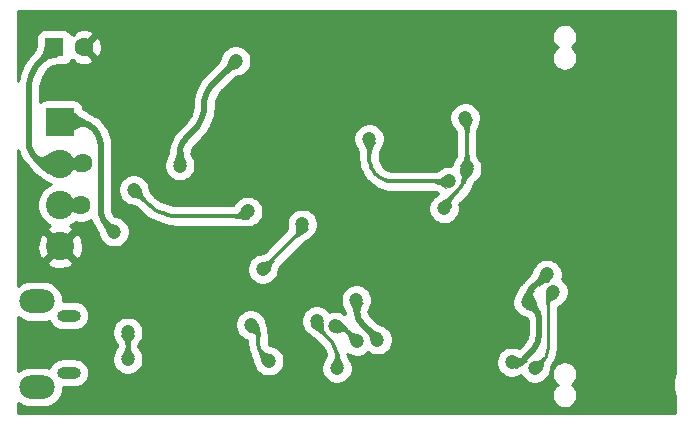
<source format=gbr>
G04 #@! TF.GenerationSoftware,KiCad,Pcbnew,5.1.10-88a1d61d58~88~ubuntu20.04.1*
G04 #@! TF.CreationDate,2021-07-03T08:18:26-04:00*
G04 #@! TF.ProjectId,ESP8285-WLED,45535038-3238-4352-9d57-4c45442e6b69,rev?*
G04 #@! TF.SameCoordinates,Original*
G04 #@! TF.FileFunction,Copper,L2,Bot*
G04 #@! TF.FilePolarity,Positive*
%FSLAX46Y46*%
G04 Gerber Fmt 4.6, Leading zero omitted, Abs format (unit mm)*
G04 Created by KiCad (PCBNEW 5.1.10-88a1d61d58~88~ubuntu20.04.1) date 2021-07-03 08:18:26*
%MOMM*%
%LPD*%
G01*
G04 APERTURE LIST*
G04 #@! TA.AperFunction,ComponentPad*
%ADD10R,0.500000X0.900000*%
G04 #@! TD*
G04 #@! TA.AperFunction,ComponentPad*
%ADD11O,3.000000X2.000000*%
G04 #@! TD*
G04 #@! TA.AperFunction,ComponentPad*
%ADD12O,2.000000X1.000000*%
G04 #@! TD*
G04 #@! TA.AperFunction,ComponentPad*
%ADD13C,2.400000*%
G04 #@! TD*
G04 #@! TA.AperFunction,ComponentPad*
%ADD14R,2.400000X2.400000*%
G04 #@! TD*
G04 #@! TA.AperFunction,ComponentPad*
%ADD15C,1.600000*%
G04 #@! TD*
G04 #@! TA.AperFunction,ComponentPad*
%ADD16R,1.600000X1.600000*%
G04 #@! TD*
G04 #@! TA.AperFunction,ViaPad*
%ADD17C,1.200000*%
G04 #@! TD*
G04 #@! TA.AperFunction,ViaPad*
%ADD18C,1.600000*%
G04 #@! TD*
G04 #@! TA.AperFunction,Conductor*
%ADD19C,0.500000*%
G04 #@! TD*
G04 #@! TA.AperFunction,Conductor*
%ADD20C,0.350000*%
G04 #@! TD*
G04 #@! TA.AperFunction,Conductor*
%ADD21C,0.250000*%
G04 #@! TD*
G04 #@! TA.AperFunction,Conductor*
%ADD22C,0.254000*%
G04 #@! TD*
G04 #@! TA.AperFunction,Conductor*
%ADD23C,0.050000*%
G04 #@! TD*
G04 #@! TA.AperFunction,Conductor*
%ADD24C,0.025400*%
G04 #@! TD*
G04 APERTURE END LIST*
D10*
G04 #@! TO.P,AE1,2*
G04 #@! TO.N,GND*
X146431000Y-115892000D03*
G04 #@! TD*
D11*
G04 #@! TO.P,J2,6*
G04 #@! TO.N,Net-(J2-Pad6)*
X92520000Y-116771000D03*
D12*
X95200000Y-117971000D03*
X95200000Y-122821000D03*
D11*
X92520000Y-124021000D03*
G04 #@! TD*
D13*
G04 #@! TO.P,J1,4*
G04 #@! TO.N,GND*
X94488000Y-112100000D03*
G04 #@! TO.P,J1,3*
G04 #@! TO.N,Net-(J1-Pad3)*
X94488000Y-108600000D03*
G04 #@! TO.P,J1,2*
G04 #@! TO.N,+12V*
X94488000Y-105100000D03*
D14*
G04 #@! TO.P,J1,1*
G04 #@! TO.N,+5V*
X94488000Y-101600000D03*
G04 #@! TD*
D15*
G04 #@! TO.P,C3,2*
G04 #@! TO.N,GND*
X96480000Y-95250000D03*
D16*
G04 #@! TO.P,C3,1*
G04 #@! TO.N,+12V*
X93980000Y-95250000D03*
G04 #@! TD*
D17*
G04 #@! TO.N,GND*
X130556000Y-111252000D03*
X132080000Y-111252000D03*
X132080000Y-109728000D03*
X130556000Y-109728000D03*
X106934000Y-121412000D03*
D18*
X145542000Y-111252000D03*
X145542000Y-108585000D03*
X145542000Y-106172000D03*
X145542000Y-103632000D03*
X145542000Y-100965000D03*
X145542000Y-98552000D03*
X145542000Y-120396000D03*
X145542000Y-122936000D03*
X145542000Y-125349000D03*
X145542000Y-96012000D03*
X145542000Y-93472000D03*
X145542000Y-117856000D03*
X104775000Y-94869000D03*
X102489000Y-96266000D03*
X116840000Y-100584000D03*
X119761000Y-113157000D03*
X114935000Y-114935000D03*
X111506000Y-116586000D03*
X105664000Y-117856000D03*
X100584000Y-124333000D03*
X99060000Y-113665000D03*
X114554000Y-103378000D03*
X141795500Y-121094500D03*
X141795500Y-125412500D03*
X143891000Y-115506500D03*
X101282500Y-110363000D03*
X108712000Y-106807000D03*
X112458500Y-106680000D03*
X101409500Y-100266500D03*
X109220000Y-111887000D03*
X134366000Y-101346000D03*
D17*
X138557000Y-104775000D03*
D18*
X134747000Y-104648000D03*
X130810000Y-97663000D03*
X123190000Y-102108000D03*
X125095000Y-102108000D03*
X140462000Y-111379000D03*
X137668000Y-100711000D03*
X131508500Y-120015000D03*
X123634500Y-119189500D03*
X124587000Y-117475000D03*
X129159000Y-120142000D03*
X111696500Y-125349000D03*
X97980500Y-121856500D03*
X127190500Y-120205500D03*
X125349000Y-120078500D03*
X127190500Y-124460000D03*
X138620500Y-115570000D03*
X138493500Y-118300500D03*
X138366500Y-121348500D03*
X133350000Y-119761000D03*
X123507500Y-109664500D03*
X121412000Y-107950000D03*
G04 #@! TO.N,+12V*
X96393000Y-105029000D03*
D17*
G04 #@! TO.N,+3V3*
X112141000Y-121793000D03*
X110617000Y-118745000D03*
X111633000Y-114046000D03*
X114998500Y-110236000D03*
X135699500Y-114490500D03*
X134112000Y-116840000D03*
X132715000Y-121920000D03*
X119570500Y-116649500D03*
X121348500Y-120015000D03*
G04 #@! TO.N,+5V*
X99060000Y-110871000D03*
D18*
G04 #@! TO.N,Net-(J1-Pad3)*
X96266000Y-108585000D03*
D17*
G04 #@! TO.N,/RST*
X134683500Y-122428000D03*
X136207500Y-115951000D03*
G04 #@! TO.N,/GPIO0*
X128905000Y-105537000D03*
X128778000Y-101219000D03*
X116205000Y-118427500D03*
X117919500Y-122428000D03*
X127000000Y-108902500D03*
G04 #@! TO.N,Net-(R10-Pad2)*
X100711000Y-107315000D03*
X110363000Y-109156500D03*
G04 #@! TO.N,/D-*
X100203000Y-119380000D03*
X100203000Y-121666000D03*
G04 #@! TO.N,/CUTXD*
X119634000Y-120142000D03*
X117729000Y-118872000D03*
G04 #@! TO.N,WLED*
X127381000Y-106616500D03*
X120650000Y-102997000D03*
G04 #@! TO.N,/5VOUT*
X109347000Y-96393000D03*
X104605000Y-105262500D03*
G04 #@! TD*
D19*
G04 #@! TO.N,+12V*
X96353288Y-105068709D02*
X96344082Y-105076263D01*
X93404018Y-105082128D02*
X93585463Y-105100000D01*
X92184374Y-104351101D02*
X92300038Y-104492038D01*
X91997136Y-104038713D02*
X92083082Y-104199507D01*
X94387555Y-105100000D02*
X94191184Y-105100000D01*
X91821000Y-103335534D02*
X91838870Y-103516979D01*
X96289600Y-105098832D02*
X96277748Y-105100000D01*
X91874439Y-103695797D02*
X91927364Y-103870269D01*
X91856494Y-98394193D02*
X91821000Y-98754577D01*
X93050728Y-104993634D02*
X93225200Y-105046559D01*
X96312675Y-105093051D02*
X96301279Y-105096508D01*
X92032261Y-97692489D02*
X91927141Y-98039024D01*
X94784250Y-105100000D02*
X94586750Y-105100000D01*
X93994814Y-105100000D02*
X93798443Y-105100000D01*
X92721490Y-104837915D02*
X92882283Y-104923861D01*
X92772467Y-96457530D02*
X92542735Y-96737459D01*
X92428959Y-104620959D02*
X92569896Y-104736623D01*
X95179250Y-105100000D02*
X94981750Y-105100000D01*
X96334180Y-105082879D02*
X96323678Y-105088493D01*
X92341547Y-97038558D02*
X92170841Y-97357926D01*
X96289600Y-105098832D02*
X96301279Y-105096508D01*
X93404018Y-105082128D02*
X93225200Y-105046559D01*
X91856494Y-98394193D02*
X91927141Y-98039024D01*
X91838870Y-103516979D02*
X91874439Y-103695797D01*
X92721490Y-104837915D02*
X92569896Y-104736623D01*
X94784250Y-105100000D02*
X94981750Y-105100000D01*
X94191184Y-105100000D02*
X93994814Y-105100000D01*
X96344082Y-105076263D02*
X96334180Y-105082879D01*
X92542735Y-96737459D02*
X92341547Y-97038558D01*
X92184374Y-104351101D02*
X92083082Y-104199507D01*
X93050728Y-104993634D02*
X92882283Y-104923861D01*
X96312675Y-105093051D02*
X96323678Y-105088493D01*
X92032261Y-97692489D02*
X92170841Y-97357926D01*
X91997136Y-104038713D02*
X91927364Y-103870269D01*
X94387555Y-105100000D02*
X94586750Y-105100000D01*
X93585463Y-105100000D02*
X93798443Y-105100000D01*
X92300038Y-104492038D02*
X92428959Y-104620959D01*
X92772467Y-96457530D02*
X93980000Y-95250000D01*
X91821000Y-103335534D02*
X91821000Y-98754577D01*
X96353288Y-105068709D02*
X96393000Y-105029000D01*
X96277748Y-105100000D02*
X95179250Y-105100000D01*
G04 #@! TO.N,+3V3*
X135663983Y-114490500D02*
X135656488Y-114491237D01*
X134989574Y-119951275D02*
X134915372Y-120195888D01*
X134817551Y-120432049D02*
X134697053Y-120657486D01*
X134555038Y-120870026D02*
X134392874Y-121067623D01*
X134644734Y-117372734D02*
X134746086Y-117496232D01*
X119745118Y-118198991D02*
X119830323Y-118358398D01*
D20*
X111098896Y-119271045D02*
X111149103Y-119364977D01*
X110972154Y-119100154D02*
X111039722Y-119182486D01*
D19*
X134169116Y-116091144D02*
X134140696Y-116184834D01*
X134834845Y-117629069D02*
X134910156Y-117769966D01*
X133797742Y-121662755D02*
X133722059Y-121724866D01*
X134252736Y-115914344D02*
X134206583Y-116000690D01*
X121347761Y-119971988D02*
X121348500Y-119979483D01*
X121337672Y-119943794D02*
X121341222Y-119950436D01*
D20*
X111252000Y-120349937D02*
X111266615Y-120498330D01*
D19*
X134971295Y-117917568D02*
X135017671Y-118070451D01*
X133463853Y-121862881D02*
X133370162Y-121891302D01*
X121328711Y-119931711D02*
X121333489Y-119937533D01*
D20*
X114893427Y-110778262D02*
X114859982Y-110819015D01*
D19*
X135048840Y-118227143D02*
X135064500Y-118386136D01*
X135634936Y-114497774D02*
X135628294Y-114501324D01*
D20*
X114983046Y-110588780D02*
X114967742Y-110639228D01*
D19*
X119570500Y-117501874D02*
X119588216Y-117681754D01*
X121344105Y-119957395D02*
X121346292Y-119964602D01*
X134206584Y-116853807D02*
X134252737Y-116940153D01*
X134369241Y-115757255D02*
X134307130Y-115832938D01*
X134140696Y-116669663D02*
X134169117Y-116763353D01*
D20*
X111241559Y-119669762D02*
X111252000Y-119775757D01*
X111396052Y-120925029D02*
X111466343Y-121056533D01*
D19*
X133640653Y-121779260D02*
X133554307Y-121825413D01*
X133274137Y-121910403D02*
X133176701Y-121920000D01*
X119930743Y-118508687D02*
X120045410Y-118648410D01*
D20*
X114947568Y-110687934D02*
X114922716Y-110734428D01*
D19*
X119623479Y-117859032D02*
X119675948Y-118031999D01*
D20*
X111189862Y-119463378D02*
X111220780Y-119565300D01*
D19*
X134121596Y-116280861D02*
X134112000Y-116378295D01*
X134112000Y-116476202D02*
X134121596Y-116573636D01*
X135064500Y-119446177D02*
X135039444Y-119700566D01*
D20*
X114998500Y-110484608D02*
X114993332Y-110537074D01*
D19*
X135649102Y-114492706D02*
X135641895Y-114494892D01*
X135622033Y-114505508D02*
X135616211Y-114510286D01*
X134307131Y-117021559D02*
X134369242Y-117097242D01*
D20*
X111295705Y-120644577D02*
X111338990Y-120787267D01*
X111549184Y-121180515D02*
X111643779Y-121295779D01*
D19*
X135017671Y-118070451D02*
X135048840Y-118227143D01*
D20*
X114983046Y-110588780D02*
X114993332Y-110537074D01*
D19*
X134697053Y-120657486D02*
X134555038Y-120870026D01*
D20*
X111466343Y-121056533D02*
X111549184Y-121180515D01*
D19*
X135628294Y-114501324D02*
X135622033Y-114505508D01*
X121347761Y-119971988D02*
X121346292Y-119964602D01*
X133722059Y-121724866D02*
X133640653Y-121779260D01*
X119588216Y-117681754D02*
X119623479Y-117859032D01*
X121337672Y-119943794D02*
X121333489Y-119937533D01*
X134140696Y-116669663D02*
X134121596Y-116573636D01*
X134989574Y-119951275D02*
X135039444Y-119700566D01*
X134140696Y-116184834D02*
X134121596Y-116280861D01*
D20*
X114893427Y-110778262D02*
X114922716Y-110734428D01*
D19*
X133370162Y-121891302D02*
X133274137Y-121910403D01*
X134746086Y-117496232D02*
X134834845Y-117629069D01*
X134252737Y-116940153D02*
X134307131Y-117021559D01*
X134252736Y-115914344D02*
X134307130Y-115832938D01*
D20*
X111098896Y-119271045D02*
X111039722Y-119182486D01*
X111266615Y-120498330D02*
X111295705Y-120644577D01*
D19*
X119830323Y-118358398D02*
X119930743Y-118508687D01*
D20*
X111241559Y-119669762D02*
X111220780Y-119565300D01*
D19*
X135656488Y-114491237D02*
X135649102Y-114492706D01*
X134915372Y-120195888D02*
X134817551Y-120432049D01*
X134206584Y-116853807D02*
X134169117Y-116763353D01*
X121341222Y-119950436D02*
X121344105Y-119957395D01*
D20*
X114967742Y-110639228D02*
X114947568Y-110687934D01*
D19*
X134169116Y-116091144D02*
X134206583Y-116000690D01*
X133463853Y-121862881D02*
X133554307Y-121825413D01*
X119745118Y-118198991D02*
X119675948Y-118031999D01*
X134910156Y-117769966D02*
X134971295Y-117917568D01*
D20*
X111149103Y-119364977D02*
X111189862Y-119463378D01*
X111396052Y-120925029D02*
X111338990Y-120787267D01*
D19*
X135634936Y-114497774D02*
X135641895Y-114494892D01*
D20*
X110972154Y-119100154D02*
X110617000Y-118745000D01*
X111252000Y-120349937D02*
X111252000Y-119775757D01*
X111643779Y-121295779D02*
X112141000Y-121793000D01*
X114859982Y-110819015D02*
X111633000Y-114046000D01*
X114998500Y-110484608D02*
X114998500Y-110236000D01*
D19*
X119570500Y-117501874D02*
X119570500Y-116649500D01*
X121328711Y-119931711D02*
X120045410Y-118648410D01*
X121348500Y-119979483D02*
X121348500Y-120015000D01*
X134644734Y-117372734D02*
X134369242Y-117097242D01*
X135064500Y-118386136D02*
X135064500Y-119446177D01*
X134392874Y-121067623D02*
X133797742Y-121662755D01*
X133176701Y-121920000D02*
X132715000Y-121920000D01*
X135663983Y-114490500D02*
X135699500Y-114490500D01*
X134369241Y-115757255D02*
X135616211Y-114510286D01*
X134112000Y-116378295D02*
X134112000Y-116476202D01*
G04 #@! TO.N,+5V*
X97641414Y-102546882D02*
X97731787Y-102715958D01*
X97129519Y-101982094D02*
X97277717Y-102103717D01*
X97917000Y-109015633D02*
X97935791Y-109206425D01*
X97805154Y-102893081D02*
X97860806Y-103076541D01*
X96252425Y-101618791D02*
X96061633Y-101600000D01*
X97413280Y-102239280D02*
X97534903Y-102387477D01*
X97973192Y-109394456D02*
X98028844Y-109577916D01*
X97898208Y-103264572D02*
X97917000Y-103455364D01*
X98102210Y-109755037D02*
X98192584Y-109924115D01*
X96801037Y-101785210D02*
X96970115Y-101875584D01*
X98299095Y-110083520D02*
X98420718Y-110231718D01*
X96440456Y-101656192D02*
X96623916Y-101711844D01*
X97641414Y-102546882D02*
X97534903Y-102387477D01*
X96252425Y-101618791D02*
X96440456Y-101656192D01*
X98192584Y-109924115D02*
X98299095Y-110083520D01*
X97129519Y-101982094D02*
X96970115Y-101875584D01*
X97860806Y-103076541D02*
X97898208Y-103264572D01*
X97935791Y-109206425D02*
X97973192Y-109394456D01*
X96801037Y-101785210D02*
X96623916Y-101711844D01*
X97731787Y-102715958D02*
X97805154Y-102893081D01*
X98028844Y-109577916D02*
X98102210Y-109755037D01*
X96061633Y-101600000D02*
X94488000Y-101600000D01*
X97277717Y-102103717D02*
X97413280Y-102239280D01*
X97917000Y-109015633D02*
X97917000Y-103455364D01*
X98420718Y-110231718D02*
X99060000Y-110871000D01*
G04 #@! TO.N,Net-(J1-Pad3)*
X96257609Y-108593388D02*
X96255664Y-108594984D01*
X96249028Y-108598531D02*
X96246621Y-108599261D01*
X96244153Y-108599753D02*
X96241649Y-108600000D01*
X96253573Y-108596382D02*
X96251354Y-108597568D01*
X96246621Y-108599261D02*
X96244153Y-108599753D01*
X96255664Y-108594984D02*
X96253573Y-108596382D01*
X96249028Y-108598531D02*
X96251354Y-108597568D01*
X96241649Y-108600000D02*
X94488000Y-108600000D01*
X96257609Y-108593388D02*
X96266000Y-108585000D01*
D21*
G04 #@! TO.N,/RST*
X135763000Y-120675709D02*
X135745252Y-120855902D01*
X135806494Y-116453864D02*
X135784852Y-116525210D01*
X135402130Y-121684267D02*
X135287265Y-121824232D01*
X135958888Y-116199609D02*
X135911591Y-116257241D01*
X135588077Y-121374034D02*
X135502724Y-121533718D01*
X135770307Y-116598333D02*
X135763000Y-116672530D01*
X135870170Y-116319231D02*
X135835025Y-116384983D01*
X135709928Y-121033487D02*
X135657368Y-121206754D01*
X135784852Y-116525210D02*
X135770307Y-116598333D01*
X135402130Y-121684267D02*
X135502724Y-121533718D01*
X135745252Y-120855902D02*
X135709928Y-121033487D01*
X135911591Y-116257241D02*
X135870170Y-116319231D01*
X135806494Y-116453864D02*
X135835025Y-116384983D01*
X135588077Y-121374034D02*
X135657368Y-121206754D01*
X135958888Y-116199609D02*
X136207500Y-115951000D01*
X135763000Y-120675709D02*
X135763000Y-116672530D01*
X135287265Y-121824232D02*
X134683500Y-122428000D01*
D20*
G04 #@! TO.N,/GPIO0*
X116310070Y-118969762D02*
X116343515Y-119010515D01*
X117345648Y-120012648D02*
X117484204Y-120181479D01*
X128863840Y-105543007D02*
X128843757Y-105580580D01*
X128905000Y-102346125D02*
X128905000Y-102441375D01*
X116220451Y-118780280D02*
X116235754Y-118830728D01*
X128905000Y-101965125D02*
X128905000Y-102060375D01*
X128655175Y-105906903D02*
X128651000Y-105949301D01*
X128874378Y-101324208D02*
X128884419Y-101342994D01*
X128849030Y-101290030D02*
X128862543Y-101306496D01*
X128395827Y-107107923D02*
X128314605Y-107206892D01*
X128651000Y-106394765D02*
X128638450Y-106522180D01*
X127118726Y-108402771D02*
X127090059Y-108437701D01*
X128613472Y-106647751D02*
X128576306Y-106770269D01*
X128712239Y-105747417D02*
X128692156Y-105784990D01*
X127064955Y-108475274D02*
X127043653Y-108515125D01*
X128527311Y-106888556D02*
X128466957Y-107001469D01*
X117605545Y-120363078D02*
X117708501Y-120555696D01*
X128820088Y-105616003D02*
X128793061Y-105648936D01*
X127026361Y-108556874D02*
X127013243Y-108600115D01*
X128902912Y-101403951D02*
X128905000Y-101425150D01*
X128892572Y-101362674D02*
X128898756Y-101383058D01*
X128905000Y-102155625D02*
X128905000Y-102250875D01*
X128905000Y-101774625D02*
X128905000Y-101869875D01*
X117792082Y-120757477D02*
X117855482Y-120966480D01*
X128905000Y-105378695D02*
X128900823Y-105421093D01*
X127004428Y-108644435D02*
X127000000Y-108689405D01*
X128675853Y-105824350D02*
X128663487Y-105865119D01*
X128762936Y-105679061D02*
X128735909Y-105711994D01*
X116205000Y-118676109D02*
X116210167Y-118728574D01*
X117898092Y-121180690D02*
X117919500Y-121398045D01*
X128892512Y-105462878D02*
X128880144Y-105503647D01*
X116255929Y-118879434D02*
X116280781Y-118925928D01*
X128712239Y-105747417D02*
X128735909Y-105711994D01*
X127013243Y-108600115D02*
X127004428Y-108644435D01*
X128395827Y-107107923D02*
X128466957Y-107001469D01*
X128900823Y-105421093D02*
X128892512Y-105462878D01*
X117484204Y-120181479D02*
X117605545Y-120363078D01*
X117855482Y-120966480D02*
X117898092Y-121180690D01*
X127090059Y-108437701D02*
X127064955Y-108475274D01*
X128874378Y-101324208D02*
X128862543Y-101306496D01*
X128905000Y-102346125D02*
X128905000Y-102250875D01*
X128638450Y-106522180D02*
X128613472Y-106647751D01*
X128843757Y-105580580D02*
X128820088Y-105616003D01*
X116220451Y-118780280D02*
X116210167Y-118728574D01*
X116310070Y-118969762D02*
X116280781Y-118925928D01*
X128902912Y-101403951D02*
X128898756Y-101383058D01*
X128905000Y-101965125D02*
X128905000Y-101869875D01*
X128655175Y-105906903D02*
X128663487Y-105865119D01*
X128884419Y-101342994D02*
X128892572Y-101362674D01*
X128692156Y-105784990D02*
X128675853Y-105824350D01*
X116235754Y-118830728D02*
X116255929Y-118879434D01*
X128576306Y-106770269D02*
X128527311Y-106888556D01*
X117708501Y-120555696D02*
X117792082Y-120757477D01*
X127043653Y-108515125D02*
X127026361Y-108556874D01*
X128905000Y-102060375D02*
X128905000Y-102155625D01*
X128863840Y-105543007D02*
X128880144Y-105503647D01*
X128905000Y-102441375D02*
X128905000Y-105378695D01*
X128905000Y-101425150D02*
X128905000Y-101774625D01*
X128849030Y-101290030D02*
X128778000Y-101219000D01*
X116205000Y-118676109D02*
X116205000Y-118427500D01*
X116343515Y-119010515D02*
X117345648Y-120012648D01*
X117919500Y-121398045D02*
X117919500Y-122428000D01*
X128793061Y-105648936D02*
X128762936Y-105679061D01*
X128651000Y-105949301D02*
X128651000Y-106394765D01*
X128314605Y-107206892D02*
X127118726Y-108402771D01*
X127000000Y-108689405D02*
X127000000Y-108902500D01*
G04 #@! TO.N,Net-(R10-Pad2)*
X101954047Y-108558047D02*
X102242209Y-108794535D01*
X103225327Y-109320022D02*
X103582054Y-109428234D01*
X109808141Y-109531235D02*
X109744543Y-109537500D01*
X109931970Y-109500217D02*
X109870817Y-109518768D01*
X110149905Y-109369593D02*
X110100505Y-109410133D01*
X110047371Y-109445637D02*
X109991012Y-109475761D01*
X102552163Y-109001639D02*
X102880924Y-109177366D01*
X103947670Y-109500961D02*
X104318654Y-109537500D01*
X110100505Y-109410133D02*
X110047371Y-109445637D01*
X109808141Y-109531235D02*
X109870817Y-109518768D01*
X102242209Y-108794535D02*
X102552163Y-109001639D01*
X103582054Y-109428234D02*
X103947670Y-109500961D01*
X109931970Y-109500217D02*
X109991012Y-109475761D01*
X103225327Y-109320022D02*
X102880924Y-109177366D01*
X101954047Y-108558047D02*
X100711000Y-107315000D01*
X110149905Y-109369593D02*
X110363000Y-109156500D01*
X109744543Y-109537500D02*
X104318654Y-109537500D01*
G04 #@! TO.N,/D-*
X100203000Y-119380000D02*
X100203000Y-121666000D01*
G04 #@! TO.N,/CUTXD*
X118503660Y-119022100D02*
X118561877Y-119069877D01*
X118374620Y-118944757D02*
X118441040Y-118980258D01*
X118159105Y-118879381D02*
X118084155Y-118872000D01*
X118232970Y-118894074D02*
X118305040Y-118915936D01*
X118159105Y-118879381D02*
X118232970Y-118894074D01*
X118503660Y-119022100D02*
X118441040Y-118980258D01*
X118374620Y-118944757D02*
X118305040Y-118915936D01*
X118084155Y-118872000D02*
X117729000Y-118872000D01*
X118561877Y-119069877D02*
X119634000Y-120142000D01*
G04 #@! TO.N,WLED*
X121324795Y-106084795D02*
X121481226Y-106213174D01*
X122014919Y-106498440D02*
X122208571Y-106557184D01*
X120709314Y-105057926D02*
X120768057Y-105251578D01*
X120650000Y-104658057D02*
X120669835Y-104859448D01*
X122407049Y-106596664D02*
X122608440Y-106616500D01*
X120845499Y-105438539D02*
X120940894Y-105617010D01*
X121053322Y-105785271D02*
X121181702Y-105941702D01*
X121649487Y-106325603D02*
X121827958Y-106420998D01*
X122208571Y-106557184D02*
X122407049Y-106596664D01*
X120709314Y-105057926D02*
X120669835Y-104859448D01*
X120940894Y-105617010D02*
X121053322Y-105785271D01*
X121481226Y-106213174D02*
X121649487Y-106325603D01*
X122014919Y-106498440D02*
X121827958Y-106420998D01*
X120768057Y-105251578D02*
X120845499Y-105438539D01*
X122608440Y-106616500D02*
X127381000Y-106616500D01*
X121324795Y-106084795D02*
X121181702Y-105941702D01*
X120650000Y-104658057D02*
X120650000Y-102997000D01*
D19*
G04 #@! TO.N,/5VOUT*
X106707312Y-99818105D02*
X106680000Y-100095420D01*
X106410794Y-101448799D02*
X106279436Y-101694552D01*
X104728022Y-103649581D02*
X104666808Y-103851377D01*
X104908126Y-103268782D02*
X104808720Y-103454758D01*
X106598322Y-100924695D02*
X106517433Y-101191353D01*
X104625669Y-104058201D02*
X104605000Y-104268062D01*
X107412152Y-98327845D02*
X107235374Y-98543249D01*
X105159060Y-102930436D02*
X105025282Y-103093445D01*
X106680000Y-100374077D02*
X106652686Y-100651392D01*
X106124623Y-101926247D02*
X105947845Y-102141652D01*
X107080561Y-98774944D02*
X106949203Y-99020698D01*
X106842565Y-99278144D02*
X106761675Y-99544802D01*
X106279436Y-101694552D02*
X106124623Y-101926247D01*
X104908126Y-103268782D02*
X105025282Y-103093445D01*
X107235374Y-98543249D02*
X107080561Y-98774944D01*
X106598322Y-100924695D02*
X106652686Y-100651392D01*
X104666808Y-103851377D02*
X104625669Y-104058201D01*
X106707312Y-99818105D02*
X106761675Y-99544802D01*
X104728022Y-103649581D02*
X104808720Y-103454758D01*
X106410794Y-101448799D02*
X106517433Y-101191353D01*
X106949203Y-99020698D02*
X106842565Y-99278144D01*
X107412152Y-98327845D02*
X109347000Y-96393000D01*
X106680000Y-100095420D02*
X106680000Y-100374077D01*
X105159060Y-102930436D02*
X105947845Y-102141652D01*
X104605000Y-104268062D02*
X104605000Y-105262500D01*
G04 #@! TD*
D22*
G04 #@! TO.N,GND*
X146558000Y-122831108D02*
X146475797Y-123029563D01*
X146371000Y-123556414D01*
X146371000Y-124093586D01*
X146475797Y-124620437D01*
X146558000Y-124818892D01*
X146558000Y-126248000D01*
X90922000Y-126248000D01*
X90922000Y-125354017D01*
X91055888Y-125463896D01*
X91355908Y-125624260D01*
X91681449Y-125723012D01*
X91935159Y-125748000D01*
X93104841Y-125748000D01*
X93358551Y-125723012D01*
X93684092Y-125624260D01*
X93984112Y-125463896D01*
X94247082Y-125248082D01*
X94462896Y-124985112D01*
X94623260Y-124685092D01*
X94722012Y-124359551D01*
X94752697Y-124048000D01*
X95760268Y-124048000D01*
X95940534Y-124030245D01*
X96171824Y-123960084D01*
X96384983Y-123846149D01*
X96571817Y-123692817D01*
X96725149Y-123505983D01*
X96839084Y-123292824D01*
X96909245Y-123061534D01*
X96932936Y-122821000D01*
X96909245Y-122580466D01*
X96839084Y-122349176D01*
X96725149Y-122136017D01*
X96571817Y-121949183D01*
X96384983Y-121795851D01*
X96171824Y-121681916D01*
X95940534Y-121611755D01*
X95760268Y-121594000D01*
X94639732Y-121594000D01*
X94459466Y-121611755D01*
X94228176Y-121681916D01*
X94015017Y-121795851D01*
X93828183Y-121949183D01*
X93674851Y-122136017D01*
X93560916Y-122349176D01*
X93552249Y-122377746D01*
X93358551Y-122318988D01*
X93104841Y-122294000D01*
X91935159Y-122294000D01*
X91681449Y-122318988D01*
X91355908Y-122417740D01*
X91055888Y-122578104D01*
X90922000Y-122687983D01*
X90922000Y-119249302D01*
X98876000Y-119249302D01*
X98876000Y-119510698D01*
X98926996Y-119767072D01*
X99027028Y-120008570D01*
X99061737Y-120060515D01*
X99074491Y-120084883D01*
X99094482Y-120120594D01*
X99148551Y-120211102D01*
X99162417Y-120233389D01*
X99213941Y-120312964D01*
X99215539Y-120315420D01*
X99256200Y-120377666D01*
X99278127Y-120414083D01*
X99285717Y-120429240D01*
X99288235Y-120435999D01*
X99292171Y-120452164D01*
X99297599Y-120493921D01*
X99298700Y-120522999D01*
X99297599Y-120552077D01*
X99292171Y-120593835D01*
X99288235Y-120610000D01*
X99285717Y-120616759D01*
X99278127Y-120631916D01*
X99256200Y-120668333D01*
X99215539Y-120730579D01*
X99213941Y-120733035D01*
X99162417Y-120812610D01*
X99148551Y-120834897D01*
X99094482Y-120925405D01*
X99074489Y-120961119D01*
X99061733Y-120985491D01*
X99027028Y-121037430D01*
X98926996Y-121278928D01*
X98876000Y-121535302D01*
X98876000Y-121796698D01*
X98926996Y-122053072D01*
X99027028Y-122294570D01*
X99172252Y-122511913D01*
X99357087Y-122696748D01*
X99574430Y-122841972D01*
X99815928Y-122942004D01*
X100072302Y-122993000D01*
X100333698Y-122993000D01*
X100590072Y-122942004D01*
X100831570Y-122841972D01*
X101048913Y-122696748D01*
X101233748Y-122511913D01*
X101378972Y-122294570D01*
X101479004Y-122053072D01*
X101530000Y-121796698D01*
X101530000Y-121535302D01*
X101479004Y-121278928D01*
X101378972Y-121037430D01*
X101344262Y-120985483D01*
X101331507Y-120961114D01*
X101311517Y-120925405D01*
X101257448Y-120834897D01*
X101243582Y-120812610D01*
X101192058Y-120733035D01*
X101190460Y-120730579D01*
X101149799Y-120668333D01*
X101127872Y-120631916D01*
X101120282Y-120616759D01*
X101117764Y-120610000D01*
X101113828Y-120593835D01*
X101108400Y-120552078D01*
X101107299Y-120523000D01*
X101108400Y-120493921D01*
X101113828Y-120452164D01*
X101117764Y-120435999D01*
X101120282Y-120429240D01*
X101127872Y-120414083D01*
X101149799Y-120377666D01*
X101190460Y-120315420D01*
X101192058Y-120312964D01*
X101243582Y-120233389D01*
X101257448Y-120211102D01*
X101311517Y-120120594D01*
X101331506Y-120084887D01*
X101344260Y-120060520D01*
X101378972Y-120008570D01*
X101479004Y-119767072D01*
X101530000Y-119510698D01*
X101530000Y-119249302D01*
X101479004Y-118992928D01*
X101378972Y-118751430D01*
X101287346Y-118614302D01*
X109290000Y-118614302D01*
X109290000Y-118875698D01*
X109340996Y-119132072D01*
X109441028Y-119373570D01*
X109586252Y-119590913D01*
X109771087Y-119775748D01*
X109988430Y-119920972D01*
X110229928Y-120021004D01*
X110294506Y-120033849D01*
X110334254Y-120044948D01*
X110350000Y-120048783D01*
X110350000Y-120394243D01*
X110351457Y-120409040D01*
X110373301Y-120630832D01*
X110373303Y-120630841D01*
X110373303Y-120630843D01*
X110416950Y-120850270D01*
X110419684Y-120864017D01*
X110485504Y-121080993D01*
X110488694Y-121091508D01*
X110542686Y-121221859D01*
X110596425Y-121354437D01*
X110637808Y-121461943D01*
X110670493Y-121552242D01*
X110697437Y-121631816D01*
X110721698Y-121707988D01*
X110746149Y-121787951D01*
X110772287Y-121874220D01*
X110773582Y-121878448D01*
X110802994Y-121973439D01*
X110805625Y-121981761D01*
X110840252Y-122089020D01*
X110843615Y-122099179D01*
X110856408Y-122136898D01*
X110864996Y-122180072D01*
X110965028Y-122421570D01*
X111110252Y-122638913D01*
X111295087Y-122823748D01*
X111512430Y-122968972D01*
X111753928Y-123069004D01*
X112010302Y-123120000D01*
X112271698Y-123120000D01*
X112528072Y-123069004D01*
X112769570Y-122968972D01*
X112986913Y-122823748D01*
X113171748Y-122638913D01*
X113316972Y-122421570D01*
X113417004Y-122180072D01*
X113468000Y-121923698D01*
X113468000Y-121662302D01*
X113417004Y-121405928D01*
X113316972Y-121164430D01*
X113171748Y-120947087D01*
X112986913Y-120762252D01*
X112769570Y-120617028D01*
X112528072Y-120516996D01*
X112449526Y-120501372D01*
X112435883Y-120497375D01*
X112378064Y-120482979D01*
X112277741Y-120462326D01*
X112244792Y-120456331D01*
X112177981Y-120445757D01*
X112171728Y-120425144D01*
X112159929Y-120365826D01*
X112154000Y-120305629D01*
X112154000Y-119731450D01*
X112152708Y-119718326D01*
X112147582Y-119666293D01*
X112140948Y-119598934D01*
X112140947Y-119598931D01*
X112135568Y-119544321D01*
X112134871Y-119537245D01*
X112134363Y-119534693D01*
X112128671Y-119478279D01*
X112128013Y-119472030D01*
X112112947Y-119334620D01*
X112111598Y-119323151D01*
X112096738Y-119204977D01*
X112094289Y-119187265D01*
X112078560Y-119082971D01*
X112074618Y-119059459D01*
X112056946Y-118963693D01*
X112051519Y-118937079D01*
X112030829Y-118844488D01*
X112024677Y-118819105D01*
X111999895Y-118724336D01*
X111994261Y-118704002D01*
X111964312Y-118601701D01*
X111960168Y-118588046D01*
X111923978Y-118472861D01*
X111921590Y-118465402D01*
X111903106Y-118408715D01*
X111893004Y-118357928D01*
X111867685Y-118296802D01*
X114878000Y-118296802D01*
X114878000Y-118558198D01*
X114928996Y-118814572D01*
X115029028Y-119056070D01*
X115174252Y-119273413D01*
X115242471Y-119341632D01*
X115292377Y-119397885D01*
X115329123Y-119436371D01*
X115414971Y-119519933D01*
X115455839Y-119556805D01*
X115537146Y-119624759D01*
X115574732Y-119654132D01*
X115653948Y-119711956D01*
X115678684Y-119729237D01*
X115758257Y-119782405D01*
X115763654Y-119785976D01*
X115839203Y-119835488D01*
X115906776Y-119881971D01*
X115973121Y-119932115D01*
X116047584Y-119995150D01*
X116143817Y-120086437D01*
X116676512Y-120619133D01*
X116758838Y-120719447D01*
X116830943Y-120827361D01*
X116892117Y-120941809D01*
X116941785Y-121061719D01*
X116979461Y-121185918D01*
X117003963Y-121309097D01*
X117007436Y-121376591D01*
X117006549Y-121390839D01*
X116989123Y-121418463D01*
X116947132Y-121479255D01*
X116944928Y-121482464D01*
X116890830Y-121561687D01*
X116873853Y-121587727D01*
X116818004Y-121677531D01*
X116793522Y-121720031D01*
X116781577Y-121742486D01*
X116743528Y-121799430D01*
X116643496Y-122040928D01*
X116592500Y-122297302D01*
X116592500Y-122558698D01*
X116643496Y-122815072D01*
X116743528Y-123056570D01*
X116888752Y-123273913D01*
X117073587Y-123458748D01*
X117290930Y-123603972D01*
X117532428Y-123704004D01*
X117788802Y-123755000D01*
X118050198Y-123755000D01*
X118306572Y-123704004D01*
X118548070Y-123603972D01*
X118765413Y-123458748D01*
X118950248Y-123273913D01*
X119095472Y-123056570D01*
X119195504Y-122815072D01*
X119246500Y-122558698D01*
X119246500Y-122297302D01*
X119195504Y-122040928D01*
X119095472Y-121799430D01*
X119088705Y-121789302D01*
X131388000Y-121789302D01*
X131388000Y-122050698D01*
X131438996Y-122307072D01*
X131539028Y-122548570D01*
X131684252Y-122765913D01*
X131869087Y-122950748D01*
X132086430Y-123095972D01*
X132327928Y-123196004D01*
X132584302Y-123247000D01*
X132845698Y-123247000D01*
X133102072Y-123196004D01*
X133343570Y-123095972D01*
X133386322Y-123067406D01*
X133440374Y-123040019D01*
X133490702Y-123015948D01*
X133507528Y-123056570D01*
X133652752Y-123273913D01*
X133837587Y-123458748D01*
X134054930Y-123603972D01*
X134296428Y-123704004D01*
X134552802Y-123755000D01*
X134814198Y-123755000D01*
X135070572Y-123704004D01*
X135312070Y-123603972D01*
X135529413Y-123458748D01*
X135714248Y-123273913D01*
X135859472Y-123056570D01*
X135957908Y-122818925D01*
X136123000Y-122818925D01*
X136123000Y-123031075D01*
X136164389Y-123239149D01*
X136245575Y-123435151D01*
X136363440Y-123611547D01*
X136513453Y-123761560D01*
X136608397Y-123825000D01*
X136513453Y-123888440D01*
X136363440Y-124038453D01*
X136245575Y-124214849D01*
X136164389Y-124410851D01*
X136123000Y-124618925D01*
X136123000Y-124831075D01*
X136164389Y-125039149D01*
X136245575Y-125235151D01*
X136363440Y-125411547D01*
X136513453Y-125561560D01*
X136689849Y-125679425D01*
X136885851Y-125760611D01*
X137093925Y-125802000D01*
X137306075Y-125802000D01*
X137514149Y-125760611D01*
X137710151Y-125679425D01*
X137886547Y-125561560D01*
X138036560Y-125411547D01*
X138154425Y-125235151D01*
X138235611Y-125039149D01*
X138277000Y-124831075D01*
X138277000Y-124618925D01*
X138235611Y-124410851D01*
X138154425Y-124214849D01*
X138036560Y-124038453D01*
X137886547Y-123888440D01*
X137791603Y-123825000D01*
X137886547Y-123761560D01*
X138036560Y-123611547D01*
X138154425Y-123435151D01*
X138235611Y-123239149D01*
X138277000Y-123031075D01*
X138277000Y-122818925D01*
X138235611Y-122610851D01*
X138154425Y-122414849D01*
X138036560Y-122238453D01*
X137886547Y-122088440D01*
X137710151Y-121970575D01*
X137514149Y-121889389D01*
X137306075Y-121848000D01*
X137093925Y-121848000D01*
X136885851Y-121889389D01*
X136689849Y-121970575D01*
X136513453Y-122088440D01*
X136363440Y-122238453D01*
X136245575Y-122414849D01*
X136164389Y-122610851D01*
X136123000Y-122818925D01*
X135957908Y-122818925D01*
X135959504Y-122815072D01*
X135971274Y-122755900D01*
X135982451Y-122720485D01*
X135993679Y-122681068D01*
X136021205Y-122572962D01*
X136028525Y-122541262D01*
X136048607Y-122444467D01*
X136051589Y-122429288D01*
X136067340Y-122344317D01*
X136080066Y-122280011D01*
X136090598Y-122237524D01*
X136101769Y-122203549D01*
X136119126Y-122162948D01*
X136150400Y-122103914D01*
X136208382Y-122011184D01*
X136234387Y-121972266D01*
X136293677Y-121861343D01*
X136293678Y-121861341D01*
X136359202Y-121738754D01*
X136374948Y-121700740D01*
X136412398Y-121610330D01*
X136412400Y-121610327D01*
X136449479Y-121520811D01*
X136460527Y-121494139D01*
X136460528Y-121494136D01*
X136460532Y-121494126D01*
X136537390Y-121240759D01*
X136561927Y-121117402D01*
X136564764Y-121103143D01*
X136578661Y-121033277D01*
X136589045Y-120981072D01*
X136589752Y-120973900D01*
X136600719Y-120862549D01*
X136601374Y-120855903D01*
X136602671Y-120842733D01*
X136602672Y-120842730D01*
X136614410Y-120723549D01*
X136614999Y-120717572D01*
X136614999Y-120717571D01*
X136615000Y-120717561D01*
X136615000Y-117218542D01*
X136836070Y-117126972D01*
X137053413Y-116981748D01*
X137238248Y-116796913D01*
X137383472Y-116579570D01*
X137483504Y-116338072D01*
X137534500Y-116081698D01*
X137534500Y-115820302D01*
X137483504Y-115563928D01*
X137383472Y-115322430D01*
X137238248Y-115105087D01*
X137053413Y-114920252D01*
X136977150Y-114869295D01*
X137026500Y-114621198D01*
X137026500Y-114359802D01*
X136975504Y-114103428D01*
X136875472Y-113861930D01*
X136730248Y-113644587D01*
X136545413Y-113459752D01*
X136328070Y-113314528D01*
X136086572Y-113214496D01*
X135830198Y-113163500D01*
X135568802Y-113163500D01*
X135312428Y-113214496D01*
X135070930Y-113314528D01*
X134853587Y-113459752D01*
X134668752Y-113644587D01*
X134523528Y-113861930D01*
X134444521Y-114052670D01*
X134432298Y-114082103D01*
X134431325Y-114084528D01*
X134423496Y-114103428D01*
X134423164Y-114105097D01*
X134388397Y-114194795D01*
X134386468Y-114199826D01*
X134355438Y-114281677D01*
X134331210Y-114342645D01*
X134312690Y-114384050D01*
X134296606Y-114414532D01*
X134277163Y-114445359D01*
X134246752Y-114486231D01*
X134198052Y-114543164D01*
X134120515Y-114624295D01*
X133644462Y-115100348D01*
X133644457Y-115100354D01*
X133644455Y-115100356D01*
X133628350Y-115119980D01*
X133596178Y-115153420D01*
X133573169Y-115178485D01*
X133478782Y-115286260D01*
X133452297Y-115318305D01*
X133376056Y-115416120D01*
X133348492Y-115453934D01*
X133286312Y-115545272D01*
X133261396Y-115584513D01*
X133209188Y-115672856D01*
X133190437Y-115706599D01*
X133144117Y-115795431D01*
X133133273Y-115817101D01*
X133088751Y-115909904D01*
X133085483Y-115916809D01*
X133040088Y-116014039D01*
X132991982Y-116114620D01*
X132964589Y-116168686D01*
X132936028Y-116211430D01*
X132835996Y-116452928D01*
X132785000Y-116709302D01*
X132785000Y-116970698D01*
X132835996Y-117227072D01*
X132936028Y-117468570D01*
X133081252Y-117685913D01*
X133266087Y-117870748D01*
X133483430Y-118015972D01*
X133724928Y-118116004D01*
X133784581Y-118127870D01*
X133796701Y-118131687D01*
X133827680Y-118140694D01*
X133920028Y-118165334D01*
X133930096Y-118167943D01*
X134006919Y-118187268D01*
X134026449Y-118192698D01*
X134030685Y-118199756D01*
X134050295Y-118247100D01*
X134068809Y-118308132D01*
X134081250Y-118370677D01*
X134087500Y-118434128D01*
X134087501Y-119398177D01*
X134071854Y-119557034D01*
X134040711Y-119713599D01*
X133994376Y-119866346D01*
X133933288Y-120013827D01*
X133858042Y-120154603D01*
X133769360Y-120287325D01*
X133668090Y-120410722D01*
X133337357Y-120741454D01*
X133102072Y-120643996D01*
X132845698Y-120593000D01*
X132584302Y-120593000D01*
X132327928Y-120643996D01*
X132086430Y-120744028D01*
X131869087Y-120889252D01*
X131684252Y-121074087D01*
X131539028Y-121291430D01*
X131438996Y-121532928D01*
X131388000Y-121789302D01*
X119088705Y-121789302D01*
X119064701Y-121753378D01*
X119050329Y-121725339D01*
X119036255Y-121699210D01*
X118983517Y-121605911D01*
X118974267Y-121590019D01*
X118925140Y-121508021D01*
X118925134Y-121508011D01*
X118885802Y-121442364D01*
X118861314Y-121398361D01*
X118847179Y-121368725D01*
X118836760Y-121341197D01*
X118825558Y-121301262D01*
X118812944Y-121236632D01*
X118806410Y-121184991D01*
X119005430Y-121317972D01*
X119246928Y-121418004D01*
X119503302Y-121469000D01*
X119764698Y-121469000D01*
X120021072Y-121418004D01*
X120262570Y-121317972D01*
X120479913Y-121172748D01*
X120565126Y-121087535D01*
X120719930Y-121190972D01*
X120961428Y-121291004D01*
X121217802Y-121342000D01*
X121479198Y-121342000D01*
X121735572Y-121291004D01*
X121977070Y-121190972D01*
X122194413Y-121045748D01*
X122379248Y-120860913D01*
X122524472Y-120643570D01*
X122624504Y-120402072D01*
X122675500Y-120145698D01*
X122675500Y-119884302D01*
X122624504Y-119627928D01*
X122524472Y-119386430D01*
X122379248Y-119169087D01*
X122194413Y-118984252D01*
X121977070Y-118839028D01*
X121786364Y-118760035D01*
X121756892Y-118747796D01*
X121754477Y-118746827D01*
X121735572Y-118738996D01*
X121733901Y-118738664D01*
X121644198Y-118703895D01*
X121639166Y-118701966D01*
X121557346Y-118670948D01*
X121496352Y-118646710D01*
X121454950Y-118628192D01*
X121424459Y-118612103D01*
X121393637Y-118592663D01*
X121352765Y-118562252D01*
X121295832Y-118513552D01*
X121214691Y-118436005D01*
X120770194Y-117991508D01*
X120716424Y-117925989D01*
X120669331Y-117855510D01*
X120629382Y-117780770D01*
X120596947Y-117702465D01*
X120576685Y-117635672D01*
X120570687Y-117597033D01*
X120569899Y-117581680D01*
X120573012Y-117575158D01*
X120598326Y-117529834D01*
X120639398Y-117460004D01*
X120644407Y-117451352D01*
X120692568Y-117366831D01*
X120706668Y-117340874D01*
X120714067Y-117326568D01*
X120746472Y-117278070D01*
X120846504Y-117036572D01*
X120897500Y-116780198D01*
X120897500Y-116518802D01*
X120846504Y-116262428D01*
X120746472Y-116020930D01*
X120601248Y-115803587D01*
X120416413Y-115618752D01*
X120199070Y-115473528D01*
X119957572Y-115373496D01*
X119701198Y-115322500D01*
X119439802Y-115322500D01*
X119183428Y-115373496D01*
X118941930Y-115473528D01*
X118724587Y-115618752D01*
X118539752Y-115803587D01*
X118394528Y-116020930D01*
X118294496Y-116262428D01*
X118243500Y-116518802D01*
X118243500Y-116780198D01*
X118294496Y-117036572D01*
X118394528Y-117278070D01*
X118416925Y-117311589D01*
X118429473Y-117337367D01*
X118472984Y-117427009D01*
X118507380Y-117500020D01*
X118533667Y-117559528D01*
X118554485Y-117611673D01*
X118573015Y-117664609D01*
X118591871Y-117727018D01*
X118612614Y-117806400D01*
X118628569Y-117875816D01*
X118579171Y-117840882D01*
X118548021Y-117820036D01*
X118456990Y-117762459D01*
X118357570Y-117696028D01*
X118116072Y-117595996D01*
X117859698Y-117545000D01*
X117598302Y-117545000D01*
X117341928Y-117595996D01*
X117266306Y-117627320D01*
X117235748Y-117581587D01*
X117050913Y-117396752D01*
X116833570Y-117251528D01*
X116592072Y-117151496D01*
X116335698Y-117100500D01*
X116074302Y-117100500D01*
X115817928Y-117151496D01*
X115576430Y-117251528D01*
X115359087Y-117396752D01*
X115174252Y-117581587D01*
X115029028Y-117798930D01*
X114928996Y-118040428D01*
X114878000Y-118296802D01*
X111867685Y-118296802D01*
X111792972Y-118116430D01*
X111647748Y-117899087D01*
X111462913Y-117714252D01*
X111245570Y-117569028D01*
X111004072Y-117468996D01*
X110747698Y-117418000D01*
X110486302Y-117418000D01*
X110229928Y-117468996D01*
X109988430Y-117569028D01*
X109771087Y-117714252D01*
X109586252Y-117899087D01*
X109441028Y-118116430D01*
X109340996Y-118357928D01*
X109290000Y-118614302D01*
X101287346Y-118614302D01*
X101233748Y-118534087D01*
X101048913Y-118349252D01*
X100831570Y-118204028D01*
X100590072Y-118103996D01*
X100333698Y-118053000D01*
X100072302Y-118053000D01*
X99815928Y-118103996D01*
X99574430Y-118204028D01*
X99357087Y-118349252D01*
X99172252Y-118534087D01*
X99027028Y-118751430D01*
X98926996Y-118992928D01*
X98876000Y-119249302D01*
X90922000Y-119249302D01*
X90922000Y-118104017D01*
X91055888Y-118213896D01*
X91355908Y-118374260D01*
X91681449Y-118473012D01*
X91935159Y-118498000D01*
X93104841Y-118498000D01*
X93358551Y-118473012D01*
X93552249Y-118414254D01*
X93560916Y-118442824D01*
X93674851Y-118655983D01*
X93828183Y-118842817D01*
X94015017Y-118996149D01*
X94228176Y-119110084D01*
X94459466Y-119180245D01*
X94639732Y-119198000D01*
X95760268Y-119198000D01*
X95940534Y-119180245D01*
X96171824Y-119110084D01*
X96384983Y-118996149D01*
X96571817Y-118842817D01*
X96725149Y-118655983D01*
X96839084Y-118442824D01*
X96909245Y-118211534D01*
X96932936Y-117971000D01*
X96909245Y-117730466D01*
X96839084Y-117499176D01*
X96725149Y-117286017D01*
X96571817Y-117099183D01*
X96384983Y-116945851D01*
X96171824Y-116831916D01*
X95940534Y-116761755D01*
X95760268Y-116744000D01*
X94752697Y-116744000D01*
X94722012Y-116432449D01*
X94623260Y-116106908D01*
X94462896Y-115806888D01*
X94247082Y-115543918D01*
X93984112Y-115328104D01*
X93684092Y-115167740D01*
X93358551Y-115068988D01*
X93104841Y-115044000D01*
X91935159Y-115044000D01*
X91681449Y-115068988D01*
X91355908Y-115167740D01*
X91055888Y-115328104D01*
X90922000Y-115437983D01*
X90922000Y-113456955D01*
X93375704Y-113456955D01*
X93494369Y-113761941D01*
X93837689Y-113923855D01*
X94206002Y-114015680D01*
X94585150Y-114033885D01*
X94960566Y-113977774D01*
X95134556Y-113915302D01*
X110306000Y-113915302D01*
X110306000Y-114176698D01*
X110356996Y-114433072D01*
X110457028Y-114674570D01*
X110602252Y-114891913D01*
X110787087Y-115076748D01*
X111004430Y-115221972D01*
X111245928Y-115322004D01*
X111502302Y-115373000D01*
X111763698Y-115373000D01*
X112020072Y-115322004D01*
X112261570Y-115221972D01*
X112478913Y-115076748D01*
X112663748Y-114891913D01*
X112808972Y-114674570D01*
X112909004Y-114433072D01*
X112921193Y-114371795D01*
X112929406Y-114345541D01*
X112940520Y-114306156D01*
X112966286Y-114203924D01*
X112972239Y-114178364D01*
X112992074Y-114085664D01*
X112992683Y-114082790D01*
X113007946Y-114010022D01*
X113018189Y-113968778D01*
X113023543Y-113952685D01*
X113026538Y-113946132D01*
X113035182Y-113931923D01*
X113060877Y-113898550D01*
X113122000Y-113832619D01*
X115059700Y-111894918D01*
X115155907Y-111803654D01*
X115230375Y-111740615D01*
X115296724Y-111690469D01*
X115364263Y-111644009D01*
X115439837Y-111594481D01*
X115445236Y-111590908D01*
X115524810Y-111537740D01*
X115549544Y-111520461D01*
X115628760Y-111462638D01*
X115666352Y-111433260D01*
X115747660Y-111365305D01*
X115788527Y-111328434D01*
X115874375Y-111244872D01*
X115911116Y-111206392D01*
X115961031Y-111150130D01*
X116029248Y-111081913D01*
X116174472Y-110864570D01*
X116274504Y-110623072D01*
X116325500Y-110366698D01*
X116325500Y-110105302D01*
X116274504Y-109848928D01*
X116174472Y-109607430D01*
X116029248Y-109390087D01*
X115844413Y-109205252D01*
X115627070Y-109060028D01*
X115385572Y-108959996D01*
X115129198Y-108909000D01*
X114867802Y-108909000D01*
X114611428Y-108959996D01*
X114369930Y-109060028D01*
X114152587Y-109205252D01*
X113967752Y-109390087D01*
X113822528Y-109607430D01*
X113722496Y-109848928D01*
X113671500Y-110105302D01*
X113671500Y-110366698D01*
X113722496Y-110623072D01*
X113730278Y-110641860D01*
X113736335Y-110667042D01*
X111846373Y-112557006D01*
X111780455Y-112618116D01*
X111747075Y-112643816D01*
X111732865Y-112652461D01*
X111726307Y-112655459D01*
X111710223Y-112660810D01*
X111668976Y-112671053D01*
X111596208Y-112686316D01*
X111593334Y-112686925D01*
X111500634Y-112706760D01*
X111475068Y-112712715D01*
X111372836Y-112738482D01*
X111333449Y-112749597D01*
X111307206Y-112757807D01*
X111245928Y-112769996D01*
X111004430Y-112870028D01*
X110787087Y-113015252D01*
X110602252Y-113200087D01*
X110457028Y-113417430D01*
X110356996Y-113658928D01*
X110306000Y-113915302D01*
X95134556Y-113915302D01*
X95317821Y-113849500D01*
X95481631Y-113761941D01*
X95600296Y-113456955D01*
X94488000Y-112344659D01*
X93375704Y-113456955D01*
X90922000Y-113456955D01*
X90922000Y-112197150D01*
X92554115Y-112197150D01*
X92610226Y-112572566D01*
X92738500Y-112929821D01*
X92826059Y-113093631D01*
X93131045Y-113212296D01*
X94243341Y-112100000D01*
X94732659Y-112100000D01*
X95844955Y-113212296D01*
X96149941Y-113093631D01*
X96311855Y-112750311D01*
X96403680Y-112381998D01*
X96421885Y-112002850D01*
X96365774Y-111627434D01*
X96237500Y-111270179D01*
X96149941Y-111106369D01*
X95844955Y-110987704D01*
X94732659Y-112100000D01*
X94243341Y-112100000D01*
X93131045Y-110987704D01*
X92826059Y-111106369D01*
X92664145Y-111449689D01*
X92572320Y-111818002D01*
X92554115Y-112197150D01*
X90922000Y-112197150D01*
X90922000Y-103915497D01*
X90925575Y-103933470D01*
X90933246Y-103958758D01*
X90986293Y-104133631D01*
X91006368Y-104199811D01*
X91108385Y-104446100D01*
X91112875Y-104456940D01*
X91208585Y-104636000D01*
X91244073Y-104702394D01*
X91386386Y-104915379D01*
X91398697Y-104933804D01*
X91570201Y-105142782D01*
X91575259Y-105148945D01*
X91578468Y-105152154D01*
X91731583Y-105336944D01*
X91739318Y-105346124D01*
X91923374Y-105560935D01*
X91937622Y-105577073D01*
X92101708Y-105757480D01*
X92124397Y-105781319D01*
X92276836Y-105934390D01*
X92308465Y-105964303D01*
X92457582Y-106097101D01*
X92495388Y-106128543D01*
X92649505Y-106248136D01*
X92687404Y-106275636D01*
X92854847Y-106389089D01*
X92886376Y-106409288D01*
X93075468Y-106523665D01*
X93097198Y-106536300D01*
X93316263Y-106658669D01*
X93328359Y-106665276D01*
X93496319Y-106754963D01*
X93575223Y-106807685D01*
X93677380Y-106850000D01*
X93575223Y-106892315D01*
X93259609Y-107103201D01*
X92991201Y-107371609D01*
X92780315Y-107687223D01*
X92635053Y-108037915D01*
X92561000Y-108410207D01*
X92561000Y-108789793D01*
X92635053Y-109162085D01*
X92780315Y-109512777D01*
X92991201Y-109828391D01*
X93259609Y-110096799D01*
X93575223Y-110307685D01*
X93669111Y-110346575D01*
X93658179Y-110350500D01*
X93494369Y-110438059D01*
X93375704Y-110743045D01*
X94488000Y-111855341D01*
X95600296Y-110743045D01*
X95481631Y-110438059D01*
X95296646Y-110350818D01*
X95400777Y-110307685D01*
X95716391Y-110096799D01*
X95777655Y-110035535D01*
X95820590Y-110053319D01*
X96115604Y-110112000D01*
X96416396Y-110112000D01*
X96711410Y-110053319D01*
X96989306Y-109938210D01*
X97095626Y-109867169D01*
X97107845Y-109907450D01*
X97107847Y-109907455D01*
X97107848Y-109907458D01*
X97217946Y-110173258D01*
X97230350Y-110196463D01*
X97331715Y-110386105D01*
X97353575Y-110427002D01*
X97427635Y-110537841D01*
X97502308Y-110651063D01*
X97560056Y-110741921D01*
X97603912Y-110814878D01*
X97636781Y-110873963D01*
X97662492Y-110924935D01*
X97685292Y-110975370D01*
X97708888Y-111033354D01*
X97735843Y-111105374D01*
X97767968Y-111195788D01*
X97776462Y-111220194D01*
X97783996Y-111258072D01*
X97884028Y-111499570D01*
X98029252Y-111716913D01*
X98214087Y-111901748D01*
X98431430Y-112046972D01*
X98672928Y-112147004D01*
X98929302Y-112198000D01*
X99190698Y-112198000D01*
X99447072Y-112147004D01*
X99688570Y-112046972D01*
X99905913Y-111901748D01*
X100090748Y-111716913D01*
X100235972Y-111499570D01*
X100336004Y-111258072D01*
X100387000Y-111001698D01*
X100387000Y-110740302D01*
X100336004Y-110483928D01*
X100235972Y-110242430D01*
X100090748Y-110025087D01*
X99905913Y-109840252D01*
X99688570Y-109695028D01*
X99447072Y-109594996D01*
X99387714Y-109583189D01*
X99372087Y-109578261D01*
X99340058Y-109568963D01*
X99245427Y-109543830D01*
X99232419Y-109540504D01*
X99151738Y-109520664D01*
X99098631Y-109506558D01*
X99092618Y-109504558D01*
X99086989Y-109498407D01*
X99044576Y-109440658D01*
X99031594Y-109421230D01*
X98986474Y-109336815D01*
X98949841Y-109248377D01*
X98922055Y-109156778D01*
X98903381Y-109062897D01*
X98894000Y-108967644D01*
X98894000Y-107184302D01*
X99384000Y-107184302D01*
X99384000Y-107445698D01*
X99434996Y-107702072D01*
X99535028Y-107943570D01*
X99680252Y-108160913D01*
X99865087Y-108345748D01*
X100082430Y-108490972D01*
X100323928Y-108591004D01*
X100385203Y-108603192D01*
X100411455Y-108611405D01*
X100450842Y-108622520D01*
X100553074Y-108648286D01*
X100578628Y-108654238D01*
X100671329Y-108674074D01*
X100674209Y-108674684D01*
X100746977Y-108689947D01*
X100788220Y-108700189D01*
X100804312Y-108705543D01*
X100810866Y-108708539D01*
X100825079Y-108717185D01*
X100858455Y-108742883D01*
X100924360Y-108803980D01*
X101347566Y-109227187D01*
X101433957Y-109298085D01*
X101704237Y-109519899D01*
X101704246Y-109519905D01*
X102056146Y-109755036D01*
X102087887Y-109776245D01*
X102494798Y-109993744D01*
X102494806Y-109993747D01*
X102494811Y-109993750D01*
X102921081Y-110170317D01*
X102921091Y-110170320D01*
X103362616Y-110304255D01*
X103362624Y-110304257D01*
X103815150Y-110394272D01*
X103815160Y-110394273D01*
X103815165Y-110394274D01*
X104274335Y-110439499D01*
X104274337Y-110439499D01*
X104274347Y-110439500D01*
X109268544Y-110439500D01*
X109410456Y-110442508D01*
X109521149Y-110449682D01*
X109618999Y-110459854D01*
X109715768Y-110472449D01*
X109813705Y-110485540D01*
X109831975Y-110487747D01*
X109928273Y-110498145D01*
X109966456Y-110501252D01*
X110065464Y-110506689D01*
X110116431Y-110507698D01*
X110223662Y-110506060D01*
X110277363Y-110503251D01*
X110398328Y-110492425D01*
X110446848Y-110486432D01*
X110465427Y-110483500D01*
X110493698Y-110483500D01*
X110750072Y-110432504D01*
X110991570Y-110332472D01*
X111208913Y-110187248D01*
X111393748Y-110002413D01*
X111538972Y-109785070D01*
X111639004Y-109543572D01*
X111690000Y-109287198D01*
X111690000Y-109025802D01*
X111639004Y-108769428D01*
X111538972Y-108527930D01*
X111393748Y-108310587D01*
X111208913Y-108125752D01*
X110991570Y-107980528D01*
X110750072Y-107880496D01*
X110493698Y-107829500D01*
X110232302Y-107829500D01*
X109975928Y-107880496D01*
X109734430Y-107980528D01*
X109517087Y-108125752D01*
X109332252Y-108310587D01*
X109187028Y-108527930D01*
X109155919Y-108603032D01*
X109141646Y-108631242D01*
X109139523Y-108635500D01*
X104362960Y-108635500D01*
X104080181Y-108607648D01*
X103801489Y-108552212D01*
X103529574Y-108469728D01*
X103267039Y-108360983D01*
X103016443Y-108227036D01*
X102780178Y-108069169D01*
X102560532Y-107888911D01*
X102199980Y-107528360D01*
X102138883Y-107462455D01*
X102113185Y-107429079D01*
X102104539Y-107414866D01*
X102101543Y-107408312D01*
X102096189Y-107392220D01*
X102085947Y-107350977D01*
X102070684Y-107278209D01*
X102070074Y-107275329D01*
X102050238Y-107182628D01*
X102044286Y-107157074D01*
X102018520Y-107054842D01*
X102007405Y-107015455D01*
X101999192Y-106989203D01*
X101987004Y-106927928D01*
X101886972Y-106686430D01*
X101741748Y-106469087D01*
X101556913Y-106284252D01*
X101339570Y-106139028D01*
X101098072Y-106038996D01*
X100841698Y-105988000D01*
X100580302Y-105988000D01*
X100323928Y-106038996D01*
X100082430Y-106139028D01*
X99865087Y-106284252D01*
X99680252Y-106469087D01*
X99535028Y-106686430D01*
X99434996Y-106927928D01*
X99384000Y-107184302D01*
X98894000Y-107184302D01*
X98894000Y-105131802D01*
X103278000Y-105131802D01*
X103278000Y-105393198D01*
X103328996Y-105649572D01*
X103429028Y-105891070D01*
X103574252Y-106108413D01*
X103759087Y-106293248D01*
X103976430Y-106438472D01*
X104217928Y-106538504D01*
X104474302Y-106589500D01*
X104735698Y-106589500D01*
X104992072Y-106538504D01*
X105233570Y-106438472D01*
X105450913Y-106293248D01*
X105635748Y-106108413D01*
X105780972Y-105891070D01*
X105881004Y-105649572D01*
X105932000Y-105393198D01*
X105932000Y-105131802D01*
X105881004Y-104875428D01*
X105780972Y-104633930D01*
X105750670Y-104588580D01*
X105741674Y-104570983D01*
X105730269Y-104549564D01*
X105682199Y-104462808D01*
X105678578Y-104456350D01*
X105637929Y-104384718D01*
X105611733Y-104336142D01*
X105600245Y-104311529D01*
X105597342Y-104303469D01*
X105596097Y-104298259D01*
X105593853Y-104279806D01*
X105592996Y-104235369D01*
X105596047Y-104187713D01*
X105615672Y-104089053D01*
X105649021Y-103979115D01*
X105692982Y-103872982D01*
X105747137Y-103771666D01*
X105810963Y-103676143D01*
X105883845Y-103587337D01*
X106604881Y-102866302D01*
X119323000Y-102866302D01*
X119323000Y-103127698D01*
X119373996Y-103384072D01*
X119474028Y-103625570D01*
X119508737Y-103677515D01*
X119521491Y-103701883D01*
X119541482Y-103737594D01*
X119595551Y-103828102D01*
X119609417Y-103850389D01*
X119660941Y-103929964D01*
X119662539Y-103932420D01*
X119703200Y-103994666D01*
X119725127Y-104031083D01*
X119732717Y-104046240D01*
X119735235Y-104052999D01*
X119739171Y-104069164D01*
X119744599Y-104110921D01*
X119748000Y-104200774D01*
X119748000Y-104702363D01*
X119748001Y-104702373D01*
X119776521Y-104991951D01*
X119778874Y-105003781D01*
X119833289Y-105277349D01*
X119833291Y-105277357D01*
X119833292Y-105277360D01*
X119917758Y-105555811D01*
X119917762Y-105555821D01*
X119917763Y-105555824D01*
X120029116Y-105824654D01*
X120029120Y-105824661D01*
X120029121Y-105824664D01*
X120150058Y-106050920D01*
X120166292Y-106081293D01*
X120327952Y-106323234D01*
X120327955Y-106323238D01*
X120327960Y-106323245D01*
X120504931Y-106538884D01*
X120512562Y-106548182D01*
X120718315Y-106753935D01*
X120718325Y-106753943D01*
X120934194Y-106931102D01*
X120943260Y-106938542D01*
X121185201Y-107100203D01*
X121185211Y-107100209D01*
X121441833Y-107237376D01*
X121441836Y-107237377D01*
X121441843Y-107237381D01*
X121710672Y-107348734D01*
X121710682Y-107348738D01*
X121982072Y-107431063D01*
X121989143Y-107433208D01*
X122273615Y-107489793D01*
X122274541Y-107489977D01*
X122564119Y-107518499D01*
X122564123Y-107518499D01*
X122564133Y-107518500D01*
X126177242Y-107518500D01*
X126267078Y-107521900D01*
X126308835Y-107527328D01*
X126325000Y-107531264D01*
X126331759Y-107533782D01*
X126346916Y-107541372D01*
X126383333Y-107563299D01*
X126445579Y-107603960D01*
X126448035Y-107605558D01*
X126477694Y-107624762D01*
X126455648Y-107638696D01*
X126420907Y-107662082D01*
X126336146Y-107722758D01*
X126294882Y-107754595D01*
X126204354Y-107829767D01*
X126167127Y-107863039D01*
X126154087Y-107871752D01*
X125969252Y-108056587D01*
X125824028Y-108273930D01*
X125723996Y-108515428D01*
X125673000Y-108771802D01*
X125673000Y-109033198D01*
X125723996Y-109289572D01*
X125824028Y-109531070D01*
X125969252Y-109748413D01*
X126154087Y-109933248D01*
X126371430Y-110078472D01*
X126612928Y-110178504D01*
X126869302Y-110229500D01*
X127130698Y-110229500D01*
X127387072Y-110178504D01*
X127628570Y-110078472D01*
X127845913Y-109933248D01*
X128030748Y-109748413D01*
X128175972Y-109531070D01*
X128276004Y-109289572D01*
X128327000Y-109033198D01*
X128327000Y-108771802D01*
X128307311Y-108672821D01*
X128299284Y-108619126D01*
X128296941Y-108604477D01*
X128282404Y-108519179D01*
X128281788Y-108515329D01*
X128983744Y-107813373D01*
X128994224Y-107800604D01*
X129121189Y-107645896D01*
X129121194Y-107645889D01*
X129121197Y-107645885D01*
X129241559Y-107465751D01*
X129243321Y-107462455D01*
X129343688Y-107274684D01*
X129343694Y-107274670D01*
X129343697Y-107274664D01*
X129426603Y-107074508D01*
X129430782Y-107060731D01*
X129463683Y-106952273D01*
X129494889Y-106855300D01*
X129518111Y-106792967D01*
X129533856Y-106757764D01*
X129541889Y-106743187D01*
X129545156Y-106738416D01*
X129551210Y-106731192D01*
X129569707Y-106712508D01*
X129607766Y-106678319D01*
X129667940Y-106627704D01*
X129697142Y-106603677D01*
X129750913Y-106567748D01*
X129935748Y-106382913D01*
X130080972Y-106165570D01*
X130181004Y-105924072D01*
X130232000Y-105667698D01*
X130232000Y-105406302D01*
X130181004Y-105149928D01*
X130080972Y-104908430D01*
X130046996Y-104857581D01*
X130033249Y-104831219D01*
X130014480Y-104797447D01*
X129959960Y-104705206D01*
X129947351Y-104684659D01*
X129895645Y-104603452D01*
X129895005Y-104602447D01*
X129854521Y-104539095D01*
X129832659Y-104501828D01*
X129824431Y-104484913D01*
X129820935Y-104475233D01*
X129816220Y-104455234D01*
X129810430Y-104409165D01*
X129807000Y-104315405D01*
X129807000Y-102426406D01*
X129810571Y-102316179D01*
X129817815Y-102249505D01*
X129826563Y-102205183D01*
X129837166Y-102168721D01*
X129853706Y-102124446D01*
X129881186Y-102060004D01*
X129917090Y-101977767D01*
X129924444Y-101960306D01*
X129962240Y-101867190D01*
X129975184Y-101832837D01*
X130012252Y-101726385D01*
X130025844Y-101683035D01*
X130033564Y-101655419D01*
X130054004Y-101606072D01*
X130105000Y-101349698D01*
X130105000Y-101088302D01*
X130054004Y-100831928D01*
X129953972Y-100590430D01*
X129808748Y-100373087D01*
X129623913Y-100188252D01*
X129406570Y-100043028D01*
X129165072Y-99942996D01*
X128908698Y-99892000D01*
X128647302Y-99892000D01*
X128390928Y-99942996D01*
X128149430Y-100043028D01*
X127932087Y-100188252D01*
X127747252Y-100373087D01*
X127602028Y-100590430D01*
X127501996Y-100831928D01*
X127451000Y-101088302D01*
X127451000Y-101349698D01*
X127501996Y-101606072D01*
X127602028Y-101847570D01*
X127747252Y-102064913D01*
X127794784Y-102112445D01*
X127813745Y-102135570D01*
X127832754Y-102157824D01*
X127899682Y-102233058D01*
X127906533Y-102240651D01*
X127962732Y-102302062D01*
X127997446Y-102341730D01*
X127998215Y-102342734D01*
X127999868Y-102354173D01*
X128003000Y-102429701D01*
X128003001Y-104315380D01*
X127999569Y-104409165D01*
X127993779Y-104455234D01*
X127989064Y-104475233D01*
X127985568Y-104484913D01*
X127977340Y-104501828D01*
X127955478Y-104539095D01*
X127914994Y-104602447D01*
X127914354Y-104603452D01*
X127862648Y-104684659D01*
X127850039Y-104705206D01*
X127795519Y-104797447D01*
X127776748Y-104831223D01*
X127763001Y-104857585D01*
X127729028Y-104908430D01*
X127628996Y-105149928D01*
X127597826Y-105306632D01*
X127511698Y-105289500D01*
X127250302Y-105289500D01*
X126993928Y-105340496D01*
X126752430Y-105440528D01*
X126700491Y-105475233D01*
X126676119Y-105487989D01*
X126640405Y-105507982D01*
X126549897Y-105562051D01*
X126527610Y-105575917D01*
X126448035Y-105627441D01*
X126445579Y-105629039D01*
X126383333Y-105669700D01*
X126346916Y-105691627D01*
X126331759Y-105699217D01*
X126325000Y-105701735D01*
X126308835Y-105705671D01*
X126267077Y-105711099D01*
X126177234Y-105714500D01*
X122652750Y-105714500D01*
X122539562Y-105703352D01*
X122428004Y-105681161D01*
X122319160Y-105648144D01*
X122214079Y-105604618D01*
X122113768Y-105551000D01*
X122019194Y-105487807D01*
X121931272Y-105415652D01*
X121850844Y-105335224D01*
X121778688Y-105247302D01*
X121715498Y-105152731D01*
X121661879Y-105052418D01*
X121618353Y-104947337D01*
X121585338Y-104838498D01*
X121563148Y-104726937D01*
X121552000Y-104613754D01*
X121552000Y-104200758D01*
X121555400Y-104110921D01*
X121560828Y-104069164D01*
X121564764Y-104052999D01*
X121567282Y-104046240D01*
X121574872Y-104031083D01*
X121596799Y-103994666D01*
X121637460Y-103932420D01*
X121639058Y-103929964D01*
X121690582Y-103850389D01*
X121704448Y-103828102D01*
X121758517Y-103737594D01*
X121778506Y-103701887D01*
X121791260Y-103677520D01*
X121825972Y-103625570D01*
X121926004Y-103384072D01*
X121977000Y-103127698D01*
X121977000Y-102866302D01*
X121926004Y-102609928D01*
X121825972Y-102368430D01*
X121680748Y-102151087D01*
X121495913Y-101966252D01*
X121278570Y-101821028D01*
X121037072Y-101720996D01*
X120780698Y-101670000D01*
X120519302Y-101670000D01*
X120262928Y-101720996D01*
X120021430Y-101821028D01*
X119804087Y-101966252D01*
X119619252Y-102151087D01*
X119474028Y-102368430D01*
X119373996Y-102609928D01*
X119323000Y-102866302D01*
X106604881Y-102866302D01*
X106672624Y-102798560D01*
X106764120Y-102687071D01*
X106910301Y-102508949D01*
X106910306Y-102508942D01*
X107118446Y-102197437D01*
X107132822Y-102170541D01*
X107284080Y-101887558D01*
X107295056Y-101867024D01*
X107438427Y-101520899D01*
X107438428Y-101520897D01*
X107438433Y-101520884D01*
X107547185Y-101162374D01*
X107563589Y-101079903D01*
X107620275Y-100794928D01*
X107622875Y-100768531D01*
X107656999Y-100422081D01*
X107656999Y-100422079D01*
X107657000Y-100422069D01*
X107657000Y-100143405D01*
X107674902Y-99961634D01*
X107710539Y-99782476D01*
X107763564Y-99607678D01*
X107833467Y-99438918D01*
X107919570Y-99277830D01*
X108021055Y-99125947D01*
X108136930Y-98984753D01*
X109189915Y-97931770D01*
X109264493Y-97860848D01*
X109313724Y-97819491D01*
X109345868Y-97796441D01*
X109366951Y-97783964D01*
X109387489Y-97774159D01*
X109419901Y-97761621D01*
X109473735Y-97743950D01*
X109551933Y-97720259D01*
X109554055Y-97719613D01*
X109649479Y-97690385D01*
X109664791Y-97685509D01*
X109685470Y-97678671D01*
X109734072Y-97669004D01*
X109975570Y-97568972D01*
X110192913Y-97423748D01*
X110377748Y-97238913D01*
X110522972Y-97021570D01*
X110623004Y-96780072D01*
X110674000Y-96523698D01*
X110674000Y-96262302D01*
X110623004Y-96005928D01*
X110522972Y-95764430D01*
X110377748Y-95547087D01*
X110192913Y-95362252D01*
X109975570Y-95217028D01*
X109734072Y-95116996D01*
X109477698Y-95066000D01*
X109216302Y-95066000D01*
X108959928Y-95116996D01*
X108718430Y-95217028D01*
X108501087Y-95362252D01*
X108316252Y-95547087D01*
X108171028Y-95764430D01*
X108070996Y-96005928D01*
X108061329Y-96054529D01*
X108054494Y-96075199D01*
X108049617Y-96090513D01*
X108020388Y-96185937D01*
X108019740Y-96188065D01*
X107996049Y-96266263D01*
X107978379Y-96320093D01*
X107965843Y-96352501D01*
X107956034Y-96373045D01*
X107943549Y-96394142D01*
X107920517Y-96426261D01*
X107879143Y-96475514D01*
X107808228Y-96550085D01*
X106789352Y-97568960D01*
X106687368Y-97670943D01*
X106449698Y-97960545D01*
X106449691Y-97960554D01*
X106241551Y-98272059D01*
X106241548Y-98272065D01*
X106064942Y-98602471D01*
X106064940Y-98602476D01*
X105921569Y-98948601D01*
X105912506Y-98978478D01*
X105812813Y-99307120D01*
X105812811Y-99307130D01*
X105739722Y-99674574D01*
X105738841Y-99683520D01*
X105716408Y-99911297D01*
X105703000Y-100047428D01*
X105703000Y-100326087D01*
X105685096Y-100507864D01*
X105649460Y-100687015D01*
X105596435Y-100861817D01*
X105526533Y-101030573D01*
X105440425Y-101191668D01*
X105338942Y-101343548D01*
X105223068Y-101484742D01*
X104434281Y-102273529D01*
X104434276Y-102273535D01*
X104239605Y-102510742D01*
X104239603Y-102510746D01*
X104239599Y-102510750D01*
X104069116Y-102765897D01*
X104069113Y-102765903D01*
X103924459Y-103036531D01*
X103924456Y-103036537D01*
X103924456Y-103036538D01*
X103862217Y-103186798D01*
X103862216Y-103186800D01*
X103807023Y-103320048D01*
X103718094Y-103613208D01*
X103717943Y-103613707D01*
X103658108Y-103914528D01*
X103658078Y-103914680D01*
X103653400Y-103962176D01*
X103639766Y-104081903D01*
X103626567Y-104168215D01*
X103613847Y-104230454D01*
X103601747Y-104275652D01*
X103588907Y-104313600D01*
X103572035Y-104355086D01*
X103547210Y-104408925D01*
X103511934Y-104480428D01*
X103467103Y-104569677D01*
X103464690Y-104574525D01*
X103453343Y-104597540D01*
X103429028Y-104633930D01*
X103328996Y-104875428D01*
X103278000Y-105131802D01*
X98894000Y-105131802D01*
X98894000Y-103407371D01*
X98893873Y-103406075D01*
X98885872Y-103324851D01*
X98879863Y-103263839D01*
X98879863Y-103263838D01*
X98871949Y-103183496D01*
X98865798Y-103121038D01*
X98809669Y-102838866D01*
X98809668Y-102838860D01*
X98726153Y-102563547D01*
X98726150Y-102563539D01*
X98616050Y-102297736D01*
X98614685Y-102295182D01*
X98480427Y-102044002D01*
X98480426Y-102044000D01*
X98480423Y-102043995D01*
X98320585Y-101804781D01*
X98317055Y-101800479D01*
X98146379Y-101592511D01*
X98138059Y-101582373D01*
X97934624Y-101378938D01*
X97913896Y-101361927D01*
X97712222Y-101196417D01*
X97712218Y-101196415D01*
X97712214Y-101196411D01*
X97473001Y-101036574D01*
X97362201Y-100977351D01*
X97315835Y-100952568D01*
X97050576Y-100808931D01*
X96830131Y-100686309D01*
X96641837Y-100578968D01*
X96473896Y-100481568D01*
X96418517Y-100449319D01*
X96418517Y-100400000D01*
X96404480Y-100257483D01*
X96362910Y-100120443D01*
X96295403Y-99994147D01*
X96204554Y-99883446D01*
X96093853Y-99792597D01*
X95967557Y-99725090D01*
X95830517Y-99683520D01*
X95688000Y-99669483D01*
X93288000Y-99669483D01*
X93145483Y-99683520D01*
X93008443Y-99725090D01*
X92882147Y-99792597D01*
X92798000Y-99861654D01*
X92798000Y-98802566D01*
X92824084Y-98537721D01*
X92876005Y-98276699D01*
X92953260Y-98022022D01*
X93055102Y-97776154D01*
X93180557Y-97541443D01*
X93328416Y-97320157D01*
X93497246Y-97114437D01*
X93537399Y-97074284D01*
X93638482Y-96980148D01*
X93705286Y-96927896D01*
X93751117Y-96899155D01*
X93787256Y-96881803D01*
X93830560Y-96866331D01*
X93897181Y-96848223D01*
X93995974Y-96825515D01*
X94118394Y-96797466D01*
X94139844Y-96792207D01*
X94184577Y-96780517D01*
X94780000Y-96780517D01*
X94922517Y-96766480D01*
X95059557Y-96724910D01*
X95185853Y-96657403D01*
X95296554Y-96566554D01*
X95387403Y-96455853D01*
X95432465Y-96371549D01*
X95517789Y-96456873D01*
X95653726Y-96320936D01*
X95723820Y-96585118D01*
X95998818Y-96706988D01*
X96292308Y-96772866D01*
X96593011Y-96780222D01*
X96889371Y-96728771D01*
X97169998Y-96620492D01*
X97236180Y-96585118D01*
X97306275Y-96320934D01*
X96480000Y-95494659D01*
X96465858Y-95508801D01*
X96221199Y-95264142D01*
X96235341Y-95250000D01*
X96724659Y-95250000D01*
X97550934Y-96076275D01*
X97815118Y-96006180D01*
X97936988Y-95731182D01*
X98002866Y-95437692D01*
X98010222Y-95136989D01*
X97958771Y-94840629D01*
X97850492Y-94560002D01*
X97815118Y-94493820D01*
X97550934Y-94423725D01*
X96724659Y-95250000D01*
X96235341Y-95250000D01*
X96221199Y-95235858D01*
X96465858Y-94991199D01*
X96480000Y-95005341D01*
X97241416Y-94243925D01*
X136123000Y-94243925D01*
X136123000Y-94456075D01*
X136164389Y-94664149D01*
X136245575Y-94860151D01*
X136363440Y-95036547D01*
X136513453Y-95186560D01*
X136608397Y-95250000D01*
X136513453Y-95313440D01*
X136363440Y-95463453D01*
X136245575Y-95639849D01*
X136164389Y-95835851D01*
X136123000Y-96043925D01*
X136123000Y-96256075D01*
X136164389Y-96464149D01*
X136245575Y-96660151D01*
X136363440Y-96836547D01*
X136513453Y-96986560D01*
X136689849Y-97104425D01*
X136885851Y-97185611D01*
X137093925Y-97227000D01*
X137306075Y-97227000D01*
X137514149Y-97185611D01*
X137710151Y-97104425D01*
X137886547Y-96986560D01*
X138036560Y-96836547D01*
X138154425Y-96660151D01*
X138235611Y-96464149D01*
X138277000Y-96256075D01*
X138277000Y-96043925D01*
X138235611Y-95835851D01*
X138154425Y-95639849D01*
X138036560Y-95463453D01*
X137886547Y-95313440D01*
X137791603Y-95250000D01*
X137886547Y-95186560D01*
X138036560Y-95036547D01*
X138154425Y-94860151D01*
X138235611Y-94664149D01*
X138277000Y-94456075D01*
X138277000Y-94243925D01*
X138235611Y-94035851D01*
X138154425Y-93839849D01*
X138036560Y-93663453D01*
X137886547Y-93513440D01*
X137710151Y-93395575D01*
X137514149Y-93314389D01*
X137306075Y-93273000D01*
X137093925Y-93273000D01*
X136885851Y-93314389D01*
X136689849Y-93395575D01*
X136513453Y-93513440D01*
X136363440Y-93663453D01*
X136245575Y-93839849D01*
X136164389Y-94035851D01*
X136123000Y-94243925D01*
X97241416Y-94243925D01*
X97306275Y-94179066D01*
X97236180Y-93914882D01*
X96961182Y-93793012D01*
X96667692Y-93727134D01*
X96366989Y-93719778D01*
X96070629Y-93771229D01*
X95790002Y-93879508D01*
X95723820Y-93914882D01*
X95653726Y-94179064D01*
X95517789Y-94043127D01*
X95432465Y-94128451D01*
X95387403Y-94044147D01*
X95296554Y-93933446D01*
X95185853Y-93842597D01*
X95059557Y-93775090D01*
X94922517Y-93733520D01*
X94780000Y-93719483D01*
X93180000Y-93719483D01*
X93037483Y-93733520D01*
X92900443Y-93775090D01*
X92774147Y-93842597D01*
X92663446Y-93933446D01*
X92572597Y-94044147D01*
X92505090Y-94170443D01*
X92463520Y-94307483D01*
X92449483Y-94450000D01*
X92449483Y-95045416D01*
X92437792Y-95090152D01*
X92432534Y-95111597D01*
X92404596Y-95233530D01*
X92381775Y-95332815D01*
X92363668Y-95399431D01*
X92348195Y-95442739D01*
X92330842Y-95478879D01*
X92302103Y-95524706D01*
X92249842Y-95591521D01*
X92155714Y-95692597D01*
X92047689Y-95800622D01*
X92047684Y-95800628D01*
X92047683Y-95800629D01*
X91802730Y-96099105D01*
X91757053Y-96154762D01*
X91502538Y-96535671D01*
X91502535Y-96535677D01*
X91286581Y-96939697D01*
X91286578Y-96939704D01*
X91286577Y-96939706D01*
X91146612Y-97277614D01*
X91111262Y-97362956D01*
X90978279Y-97801343D01*
X90978278Y-97801350D01*
X90978277Y-97801352D01*
X90922000Y-98084277D01*
X90922000Y-92192000D01*
X146558000Y-92192000D01*
X146558000Y-122831108D01*
G04 #@! TA.AperFunction,Conductor*
D23*
G36*
X146558000Y-122831108D02*
G01*
X146475797Y-123029563D01*
X146371000Y-123556414D01*
X146371000Y-124093586D01*
X146475797Y-124620437D01*
X146558000Y-124818892D01*
X146558000Y-126248000D01*
X90922000Y-126248000D01*
X90922000Y-125354017D01*
X91055888Y-125463896D01*
X91355908Y-125624260D01*
X91681449Y-125723012D01*
X91935159Y-125748000D01*
X93104841Y-125748000D01*
X93358551Y-125723012D01*
X93684092Y-125624260D01*
X93984112Y-125463896D01*
X94247082Y-125248082D01*
X94462896Y-124985112D01*
X94623260Y-124685092D01*
X94722012Y-124359551D01*
X94752697Y-124048000D01*
X95760268Y-124048000D01*
X95940534Y-124030245D01*
X96171824Y-123960084D01*
X96384983Y-123846149D01*
X96571817Y-123692817D01*
X96725149Y-123505983D01*
X96839084Y-123292824D01*
X96909245Y-123061534D01*
X96932936Y-122821000D01*
X96909245Y-122580466D01*
X96839084Y-122349176D01*
X96725149Y-122136017D01*
X96571817Y-121949183D01*
X96384983Y-121795851D01*
X96171824Y-121681916D01*
X95940534Y-121611755D01*
X95760268Y-121594000D01*
X94639732Y-121594000D01*
X94459466Y-121611755D01*
X94228176Y-121681916D01*
X94015017Y-121795851D01*
X93828183Y-121949183D01*
X93674851Y-122136017D01*
X93560916Y-122349176D01*
X93552249Y-122377746D01*
X93358551Y-122318988D01*
X93104841Y-122294000D01*
X91935159Y-122294000D01*
X91681449Y-122318988D01*
X91355908Y-122417740D01*
X91055888Y-122578104D01*
X90922000Y-122687983D01*
X90922000Y-119249302D01*
X98876000Y-119249302D01*
X98876000Y-119510698D01*
X98926996Y-119767072D01*
X99027028Y-120008570D01*
X99061737Y-120060515D01*
X99074491Y-120084883D01*
X99094482Y-120120594D01*
X99148551Y-120211102D01*
X99162417Y-120233389D01*
X99213941Y-120312964D01*
X99215539Y-120315420D01*
X99256200Y-120377666D01*
X99278127Y-120414083D01*
X99285717Y-120429240D01*
X99288235Y-120435999D01*
X99292171Y-120452164D01*
X99297599Y-120493921D01*
X99298700Y-120522999D01*
X99297599Y-120552077D01*
X99292171Y-120593835D01*
X99288235Y-120610000D01*
X99285717Y-120616759D01*
X99278127Y-120631916D01*
X99256200Y-120668333D01*
X99215539Y-120730579D01*
X99213941Y-120733035D01*
X99162417Y-120812610D01*
X99148551Y-120834897D01*
X99094482Y-120925405D01*
X99074489Y-120961119D01*
X99061733Y-120985491D01*
X99027028Y-121037430D01*
X98926996Y-121278928D01*
X98876000Y-121535302D01*
X98876000Y-121796698D01*
X98926996Y-122053072D01*
X99027028Y-122294570D01*
X99172252Y-122511913D01*
X99357087Y-122696748D01*
X99574430Y-122841972D01*
X99815928Y-122942004D01*
X100072302Y-122993000D01*
X100333698Y-122993000D01*
X100590072Y-122942004D01*
X100831570Y-122841972D01*
X101048913Y-122696748D01*
X101233748Y-122511913D01*
X101378972Y-122294570D01*
X101479004Y-122053072D01*
X101530000Y-121796698D01*
X101530000Y-121535302D01*
X101479004Y-121278928D01*
X101378972Y-121037430D01*
X101344262Y-120985483D01*
X101331507Y-120961114D01*
X101311517Y-120925405D01*
X101257448Y-120834897D01*
X101243582Y-120812610D01*
X101192058Y-120733035D01*
X101190460Y-120730579D01*
X101149799Y-120668333D01*
X101127872Y-120631916D01*
X101120282Y-120616759D01*
X101117764Y-120610000D01*
X101113828Y-120593835D01*
X101108400Y-120552078D01*
X101107299Y-120523000D01*
X101108400Y-120493921D01*
X101113828Y-120452164D01*
X101117764Y-120435999D01*
X101120282Y-120429240D01*
X101127872Y-120414083D01*
X101149799Y-120377666D01*
X101190460Y-120315420D01*
X101192058Y-120312964D01*
X101243582Y-120233389D01*
X101257448Y-120211102D01*
X101311517Y-120120594D01*
X101331506Y-120084887D01*
X101344260Y-120060520D01*
X101378972Y-120008570D01*
X101479004Y-119767072D01*
X101530000Y-119510698D01*
X101530000Y-119249302D01*
X101479004Y-118992928D01*
X101378972Y-118751430D01*
X101287346Y-118614302D01*
X109290000Y-118614302D01*
X109290000Y-118875698D01*
X109340996Y-119132072D01*
X109441028Y-119373570D01*
X109586252Y-119590913D01*
X109771087Y-119775748D01*
X109988430Y-119920972D01*
X110229928Y-120021004D01*
X110294506Y-120033849D01*
X110334254Y-120044948D01*
X110350000Y-120048783D01*
X110350000Y-120394243D01*
X110351457Y-120409040D01*
X110373301Y-120630832D01*
X110373303Y-120630841D01*
X110373303Y-120630843D01*
X110416950Y-120850270D01*
X110419684Y-120864017D01*
X110485504Y-121080993D01*
X110488694Y-121091508D01*
X110542686Y-121221859D01*
X110596425Y-121354437D01*
X110637808Y-121461943D01*
X110670493Y-121552242D01*
X110697437Y-121631816D01*
X110721698Y-121707988D01*
X110746149Y-121787951D01*
X110772287Y-121874220D01*
X110773582Y-121878448D01*
X110802994Y-121973439D01*
X110805625Y-121981761D01*
X110840252Y-122089020D01*
X110843615Y-122099179D01*
X110856408Y-122136898D01*
X110864996Y-122180072D01*
X110965028Y-122421570D01*
X111110252Y-122638913D01*
X111295087Y-122823748D01*
X111512430Y-122968972D01*
X111753928Y-123069004D01*
X112010302Y-123120000D01*
X112271698Y-123120000D01*
X112528072Y-123069004D01*
X112769570Y-122968972D01*
X112986913Y-122823748D01*
X113171748Y-122638913D01*
X113316972Y-122421570D01*
X113417004Y-122180072D01*
X113468000Y-121923698D01*
X113468000Y-121662302D01*
X113417004Y-121405928D01*
X113316972Y-121164430D01*
X113171748Y-120947087D01*
X112986913Y-120762252D01*
X112769570Y-120617028D01*
X112528072Y-120516996D01*
X112449526Y-120501372D01*
X112435883Y-120497375D01*
X112378064Y-120482979D01*
X112277741Y-120462326D01*
X112244792Y-120456331D01*
X112177981Y-120445757D01*
X112171728Y-120425144D01*
X112159929Y-120365826D01*
X112154000Y-120305629D01*
X112154000Y-119731450D01*
X112152708Y-119718326D01*
X112147582Y-119666293D01*
X112140948Y-119598934D01*
X112140947Y-119598931D01*
X112135568Y-119544321D01*
X112134871Y-119537245D01*
X112134363Y-119534693D01*
X112128671Y-119478279D01*
X112128013Y-119472030D01*
X112112947Y-119334620D01*
X112111598Y-119323151D01*
X112096738Y-119204977D01*
X112094289Y-119187265D01*
X112078560Y-119082971D01*
X112074618Y-119059459D01*
X112056946Y-118963693D01*
X112051519Y-118937079D01*
X112030829Y-118844488D01*
X112024677Y-118819105D01*
X111999895Y-118724336D01*
X111994261Y-118704002D01*
X111964312Y-118601701D01*
X111960168Y-118588046D01*
X111923978Y-118472861D01*
X111921590Y-118465402D01*
X111903106Y-118408715D01*
X111893004Y-118357928D01*
X111867685Y-118296802D01*
X114878000Y-118296802D01*
X114878000Y-118558198D01*
X114928996Y-118814572D01*
X115029028Y-119056070D01*
X115174252Y-119273413D01*
X115242471Y-119341632D01*
X115292377Y-119397885D01*
X115329123Y-119436371D01*
X115414971Y-119519933D01*
X115455839Y-119556805D01*
X115537146Y-119624759D01*
X115574732Y-119654132D01*
X115653948Y-119711956D01*
X115678684Y-119729237D01*
X115758257Y-119782405D01*
X115763654Y-119785976D01*
X115839203Y-119835488D01*
X115906776Y-119881971D01*
X115973121Y-119932115D01*
X116047584Y-119995150D01*
X116143817Y-120086437D01*
X116676512Y-120619133D01*
X116758838Y-120719447D01*
X116830943Y-120827361D01*
X116892117Y-120941809D01*
X116941785Y-121061719D01*
X116979461Y-121185918D01*
X117003963Y-121309097D01*
X117007436Y-121376591D01*
X117006549Y-121390839D01*
X116989123Y-121418463D01*
X116947132Y-121479255D01*
X116944928Y-121482464D01*
X116890830Y-121561687D01*
X116873853Y-121587727D01*
X116818004Y-121677531D01*
X116793522Y-121720031D01*
X116781577Y-121742486D01*
X116743528Y-121799430D01*
X116643496Y-122040928D01*
X116592500Y-122297302D01*
X116592500Y-122558698D01*
X116643496Y-122815072D01*
X116743528Y-123056570D01*
X116888752Y-123273913D01*
X117073587Y-123458748D01*
X117290930Y-123603972D01*
X117532428Y-123704004D01*
X117788802Y-123755000D01*
X118050198Y-123755000D01*
X118306572Y-123704004D01*
X118548070Y-123603972D01*
X118765413Y-123458748D01*
X118950248Y-123273913D01*
X119095472Y-123056570D01*
X119195504Y-122815072D01*
X119246500Y-122558698D01*
X119246500Y-122297302D01*
X119195504Y-122040928D01*
X119095472Y-121799430D01*
X119088705Y-121789302D01*
X131388000Y-121789302D01*
X131388000Y-122050698D01*
X131438996Y-122307072D01*
X131539028Y-122548570D01*
X131684252Y-122765913D01*
X131869087Y-122950748D01*
X132086430Y-123095972D01*
X132327928Y-123196004D01*
X132584302Y-123247000D01*
X132845698Y-123247000D01*
X133102072Y-123196004D01*
X133343570Y-123095972D01*
X133386322Y-123067406D01*
X133440374Y-123040019D01*
X133490702Y-123015948D01*
X133507528Y-123056570D01*
X133652752Y-123273913D01*
X133837587Y-123458748D01*
X134054930Y-123603972D01*
X134296428Y-123704004D01*
X134552802Y-123755000D01*
X134814198Y-123755000D01*
X135070572Y-123704004D01*
X135312070Y-123603972D01*
X135529413Y-123458748D01*
X135714248Y-123273913D01*
X135859472Y-123056570D01*
X135957908Y-122818925D01*
X136123000Y-122818925D01*
X136123000Y-123031075D01*
X136164389Y-123239149D01*
X136245575Y-123435151D01*
X136363440Y-123611547D01*
X136513453Y-123761560D01*
X136608397Y-123825000D01*
X136513453Y-123888440D01*
X136363440Y-124038453D01*
X136245575Y-124214849D01*
X136164389Y-124410851D01*
X136123000Y-124618925D01*
X136123000Y-124831075D01*
X136164389Y-125039149D01*
X136245575Y-125235151D01*
X136363440Y-125411547D01*
X136513453Y-125561560D01*
X136689849Y-125679425D01*
X136885851Y-125760611D01*
X137093925Y-125802000D01*
X137306075Y-125802000D01*
X137514149Y-125760611D01*
X137710151Y-125679425D01*
X137886547Y-125561560D01*
X138036560Y-125411547D01*
X138154425Y-125235151D01*
X138235611Y-125039149D01*
X138277000Y-124831075D01*
X138277000Y-124618925D01*
X138235611Y-124410851D01*
X138154425Y-124214849D01*
X138036560Y-124038453D01*
X137886547Y-123888440D01*
X137791603Y-123825000D01*
X137886547Y-123761560D01*
X138036560Y-123611547D01*
X138154425Y-123435151D01*
X138235611Y-123239149D01*
X138277000Y-123031075D01*
X138277000Y-122818925D01*
X138235611Y-122610851D01*
X138154425Y-122414849D01*
X138036560Y-122238453D01*
X137886547Y-122088440D01*
X137710151Y-121970575D01*
X137514149Y-121889389D01*
X137306075Y-121848000D01*
X137093925Y-121848000D01*
X136885851Y-121889389D01*
X136689849Y-121970575D01*
X136513453Y-122088440D01*
X136363440Y-122238453D01*
X136245575Y-122414849D01*
X136164389Y-122610851D01*
X136123000Y-122818925D01*
X135957908Y-122818925D01*
X135959504Y-122815072D01*
X135971274Y-122755900D01*
X135982451Y-122720485D01*
X135993679Y-122681068D01*
X136021205Y-122572962D01*
X136028525Y-122541262D01*
X136048607Y-122444467D01*
X136051589Y-122429288D01*
X136067340Y-122344317D01*
X136080066Y-122280011D01*
X136090598Y-122237524D01*
X136101769Y-122203549D01*
X136119126Y-122162948D01*
X136150400Y-122103914D01*
X136208382Y-122011184D01*
X136234387Y-121972266D01*
X136293677Y-121861343D01*
X136293678Y-121861341D01*
X136359202Y-121738754D01*
X136374948Y-121700740D01*
X136412398Y-121610330D01*
X136412400Y-121610327D01*
X136449479Y-121520811D01*
X136460527Y-121494139D01*
X136460528Y-121494136D01*
X136460532Y-121494126D01*
X136537390Y-121240759D01*
X136561927Y-121117402D01*
X136564764Y-121103143D01*
X136578661Y-121033277D01*
X136589045Y-120981072D01*
X136589752Y-120973900D01*
X136600719Y-120862549D01*
X136601374Y-120855903D01*
X136602671Y-120842733D01*
X136602672Y-120842730D01*
X136614410Y-120723549D01*
X136614999Y-120717572D01*
X136614999Y-120717571D01*
X136615000Y-120717561D01*
X136615000Y-117218542D01*
X136836070Y-117126972D01*
X137053413Y-116981748D01*
X137238248Y-116796913D01*
X137383472Y-116579570D01*
X137483504Y-116338072D01*
X137534500Y-116081698D01*
X137534500Y-115820302D01*
X137483504Y-115563928D01*
X137383472Y-115322430D01*
X137238248Y-115105087D01*
X137053413Y-114920252D01*
X136977150Y-114869295D01*
X137026500Y-114621198D01*
X137026500Y-114359802D01*
X136975504Y-114103428D01*
X136875472Y-113861930D01*
X136730248Y-113644587D01*
X136545413Y-113459752D01*
X136328070Y-113314528D01*
X136086572Y-113214496D01*
X135830198Y-113163500D01*
X135568802Y-113163500D01*
X135312428Y-113214496D01*
X135070930Y-113314528D01*
X134853587Y-113459752D01*
X134668752Y-113644587D01*
X134523528Y-113861930D01*
X134444521Y-114052670D01*
X134432298Y-114082103D01*
X134431325Y-114084528D01*
X134423496Y-114103428D01*
X134423164Y-114105097D01*
X134388397Y-114194795D01*
X134386468Y-114199826D01*
X134355438Y-114281677D01*
X134331210Y-114342645D01*
X134312690Y-114384050D01*
X134296606Y-114414532D01*
X134277163Y-114445359D01*
X134246752Y-114486231D01*
X134198052Y-114543164D01*
X134120515Y-114624295D01*
X133644462Y-115100348D01*
X133644457Y-115100354D01*
X133644455Y-115100356D01*
X133628350Y-115119980D01*
X133596178Y-115153420D01*
X133573169Y-115178485D01*
X133478782Y-115286260D01*
X133452297Y-115318305D01*
X133376056Y-115416120D01*
X133348492Y-115453934D01*
X133286312Y-115545272D01*
X133261396Y-115584513D01*
X133209188Y-115672856D01*
X133190437Y-115706599D01*
X133144117Y-115795431D01*
X133133273Y-115817101D01*
X133088751Y-115909904D01*
X133085483Y-115916809D01*
X133040088Y-116014039D01*
X132991982Y-116114620D01*
X132964589Y-116168686D01*
X132936028Y-116211430D01*
X132835996Y-116452928D01*
X132785000Y-116709302D01*
X132785000Y-116970698D01*
X132835996Y-117227072D01*
X132936028Y-117468570D01*
X133081252Y-117685913D01*
X133266087Y-117870748D01*
X133483430Y-118015972D01*
X133724928Y-118116004D01*
X133784581Y-118127870D01*
X133796701Y-118131687D01*
X133827680Y-118140694D01*
X133920028Y-118165334D01*
X133930096Y-118167943D01*
X134006919Y-118187268D01*
X134026449Y-118192698D01*
X134030685Y-118199756D01*
X134050295Y-118247100D01*
X134068809Y-118308132D01*
X134081250Y-118370677D01*
X134087500Y-118434128D01*
X134087501Y-119398177D01*
X134071854Y-119557034D01*
X134040711Y-119713599D01*
X133994376Y-119866346D01*
X133933288Y-120013827D01*
X133858042Y-120154603D01*
X133769360Y-120287325D01*
X133668090Y-120410722D01*
X133337357Y-120741454D01*
X133102072Y-120643996D01*
X132845698Y-120593000D01*
X132584302Y-120593000D01*
X132327928Y-120643996D01*
X132086430Y-120744028D01*
X131869087Y-120889252D01*
X131684252Y-121074087D01*
X131539028Y-121291430D01*
X131438996Y-121532928D01*
X131388000Y-121789302D01*
X119088705Y-121789302D01*
X119064701Y-121753378D01*
X119050329Y-121725339D01*
X119036255Y-121699210D01*
X118983517Y-121605911D01*
X118974267Y-121590019D01*
X118925140Y-121508021D01*
X118925134Y-121508011D01*
X118885802Y-121442364D01*
X118861314Y-121398361D01*
X118847179Y-121368725D01*
X118836760Y-121341197D01*
X118825558Y-121301262D01*
X118812944Y-121236632D01*
X118806410Y-121184991D01*
X119005430Y-121317972D01*
X119246928Y-121418004D01*
X119503302Y-121469000D01*
X119764698Y-121469000D01*
X120021072Y-121418004D01*
X120262570Y-121317972D01*
X120479913Y-121172748D01*
X120565126Y-121087535D01*
X120719930Y-121190972D01*
X120961428Y-121291004D01*
X121217802Y-121342000D01*
X121479198Y-121342000D01*
X121735572Y-121291004D01*
X121977070Y-121190972D01*
X122194413Y-121045748D01*
X122379248Y-120860913D01*
X122524472Y-120643570D01*
X122624504Y-120402072D01*
X122675500Y-120145698D01*
X122675500Y-119884302D01*
X122624504Y-119627928D01*
X122524472Y-119386430D01*
X122379248Y-119169087D01*
X122194413Y-118984252D01*
X121977070Y-118839028D01*
X121786364Y-118760035D01*
X121756892Y-118747796D01*
X121754477Y-118746827D01*
X121735572Y-118738996D01*
X121733901Y-118738664D01*
X121644198Y-118703895D01*
X121639166Y-118701966D01*
X121557346Y-118670948D01*
X121496352Y-118646710D01*
X121454950Y-118628192D01*
X121424459Y-118612103D01*
X121393637Y-118592663D01*
X121352765Y-118562252D01*
X121295832Y-118513552D01*
X121214691Y-118436005D01*
X120770194Y-117991508D01*
X120716424Y-117925989D01*
X120669331Y-117855510D01*
X120629382Y-117780770D01*
X120596947Y-117702465D01*
X120576685Y-117635672D01*
X120570687Y-117597033D01*
X120569899Y-117581680D01*
X120573012Y-117575158D01*
X120598326Y-117529834D01*
X120639398Y-117460004D01*
X120644407Y-117451352D01*
X120692568Y-117366831D01*
X120706668Y-117340874D01*
X120714067Y-117326568D01*
X120746472Y-117278070D01*
X120846504Y-117036572D01*
X120897500Y-116780198D01*
X120897500Y-116518802D01*
X120846504Y-116262428D01*
X120746472Y-116020930D01*
X120601248Y-115803587D01*
X120416413Y-115618752D01*
X120199070Y-115473528D01*
X119957572Y-115373496D01*
X119701198Y-115322500D01*
X119439802Y-115322500D01*
X119183428Y-115373496D01*
X118941930Y-115473528D01*
X118724587Y-115618752D01*
X118539752Y-115803587D01*
X118394528Y-116020930D01*
X118294496Y-116262428D01*
X118243500Y-116518802D01*
X118243500Y-116780198D01*
X118294496Y-117036572D01*
X118394528Y-117278070D01*
X118416925Y-117311589D01*
X118429473Y-117337367D01*
X118472984Y-117427009D01*
X118507380Y-117500020D01*
X118533667Y-117559528D01*
X118554485Y-117611673D01*
X118573015Y-117664609D01*
X118591871Y-117727018D01*
X118612614Y-117806400D01*
X118628569Y-117875816D01*
X118579171Y-117840882D01*
X118548021Y-117820036D01*
X118456990Y-117762459D01*
X118357570Y-117696028D01*
X118116072Y-117595996D01*
X117859698Y-117545000D01*
X117598302Y-117545000D01*
X117341928Y-117595996D01*
X117266306Y-117627320D01*
X117235748Y-117581587D01*
X117050913Y-117396752D01*
X116833570Y-117251528D01*
X116592072Y-117151496D01*
X116335698Y-117100500D01*
X116074302Y-117100500D01*
X115817928Y-117151496D01*
X115576430Y-117251528D01*
X115359087Y-117396752D01*
X115174252Y-117581587D01*
X115029028Y-117798930D01*
X114928996Y-118040428D01*
X114878000Y-118296802D01*
X111867685Y-118296802D01*
X111792972Y-118116430D01*
X111647748Y-117899087D01*
X111462913Y-117714252D01*
X111245570Y-117569028D01*
X111004072Y-117468996D01*
X110747698Y-117418000D01*
X110486302Y-117418000D01*
X110229928Y-117468996D01*
X109988430Y-117569028D01*
X109771087Y-117714252D01*
X109586252Y-117899087D01*
X109441028Y-118116430D01*
X109340996Y-118357928D01*
X109290000Y-118614302D01*
X101287346Y-118614302D01*
X101233748Y-118534087D01*
X101048913Y-118349252D01*
X100831570Y-118204028D01*
X100590072Y-118103996D01*
X100333698Y-118053000D01*
X100072302Y-118053000D01*
X99815928Y-118103996D01*
X99574430Y-118204028D01*
X99357087Y-118349252D01*
X99172252Y-118534087D01*
X99027028Y-118751430D01*
X98926996Y-118992928D01*
X98876000Y-119249302D01*
X90922000Y-119249302D01*
X90922000Y-118104017D01*
X91055888Y-118213896D01*
X91355908Y-118374260D01*
X91681449Y-118473012D01*
X91935159Y-118498000D01*
X93104841Y-118498000D01*
X93358551Y-118473012D01*
X93552249Y-118414254D01*
X93560916Y-118442824D01*
X93674851Y-118655983D01*
X93828183Y-118842817D01*
X94015017Y-118996149D01*
X94228176Y-119110084D01*
X94459466Y-119180245D01*
X94639732Y-119198000D01*
X95760268Y-119198000D01*
X95940534Y-119180245D01*
X96171824Y-119110084D01*
X96384983Y-118996149D01*
X96571817Y-118842817D01*
X96725149Y-118655983D01*
X96839084Y-118442824D01*
X96909245Y-118211534D01*
X96932936Y-117971000D01*
X96909245Y-117730466D01*
X96839084Y-117499176D01*
X96725149Y-117286017D01*
X96571817Y-117099183D01*
X96384983Y-116945851D01*
X96171824Y-116831916D01*
X95940534Y-116761755D01*
X95760268Y-116744000D01*
X94752697Y-116744000D01*
X94722012Y-116432449D01*
X94623260Y-116106908D01*
X94462896Y-115806888D01*
X94247082Y-115543918D01*
X93984112Y-115328104D01*
X93684092Y-115167740D01*
X93358551Y-115068988D01*
X93104841Y-115044000D01*
X91935159Y-115044000D01*
X91681449Y-115068988D01*
X91355908Y-115167740D01*
X91055888Y-115328104D01*
X90922000Y-115437983D01*
X90922000Y-113456955D01*
X93375704Y-113456955D01*
X93494369Y-113761941D01*
X93837689Y-113923855D01*
X94206002Y-114015680D01*
X94585150Y-114033885D01*
X94960566Y-113977774D01*
X95134556Y-113915302D01*
X110306000Y-113915302D01*
X110306000Y-114176698D01*
X110356996Y-114433072D01*
X110457028Y-114674570D01*
X110602252Y-114891913D01*
X110787087Y-115076748D01*
X111004430Y-115221972D01*
X111245928Y-115322004D01*
X111502302Y-115373000D01*
X111763698Y-115373000D01*
X112020072Y-115322004D01*
X112261570Y-115221972D01*
X112478913Y-115076748D01*
X112663748Y-114891913D01*
X112808972Y-114674570D01*
X112909004Y-114433072D01*
X112921193Y-114371795D01*
X112929406Y-114345541D01*
X112940520Y-114306156D01*
X112966286Y-114203924D01*
X112972239Y-114178364D01*
X112992074Y-114085664D01*
X112992683Y-114082790D01*
X113007946Y-114010022D01*
X113018189Y-113968778D01*
X113023543Y-113952685D01*
X113026538Y-113946132D01*
X113035182Y-113931923D01*
X113060877Y-113898550D01*
X113122000Y-113832619D01*
X115059700Y-111894918D01*
X115155907Y-111803654D01*
X115230375Y-111740615D01*
X115296724Y-111690469D01*
X115364263Y-111644009D01*
X115439837Y-111594481D01*
X115445236Y-111590908D01*
X115524810Y-111537740D01*
X115549544Y-111520461D01*
X115628760Y-111462638D01*
X115666352Y-111433260D01*
X115747660Y-111365305D01*
X115788527Y-111328434D01*
X115874375Y-111244872D01*
X115911116Y-111206392D01*
X115961031Y-111150130D01*
X116029248Y-111081913D01*
X116174472Y-110864570D01*
X116274504Y-110623072D01*
X116325500Y-110366698D01*
X116325500Y-110105302D01*
X116274504Y-109848928D01*
X116174472Y-109607430D01*
X116029248Y-109390087D01*
X115844413Y-109205252D01*
X115627070Y-109060028D01*
X115385572Y-108959996D01*
X115129198Y-108909000D01*
X114867802Y-108909000D01*
X114611428Y-108959996D01*
X114369930Y-109060028D01*
X114152587Y-109205252D01*
X113967752Y-109390087D01*
X113822528Y-109607430D01*
X113722496Y-109848928D01*
X113671500Y-110105302D01*
X113671500Y-110366698D01*
X113722496Y-110623072D01*
X113730278Y-110641860D01*
X113736335Y-110667042D01*
X111846373Y-112557006D01*
X111780455Y-112618116D01*
X111747075Y-112643816D01*
X111732865Y-112652461D01*
X111726307Y-112655459D01*
X111710223Y-112660810D01*
X111668976Y-112671053D01*
X111596208Y-112686316D01*
X111593334Y-112686925D01*
X111500634Y-112706760D01*
X111475068Y-112712715D01*
X111372836Y-112738482D01*
X111333449Y-112749597D01*
X111307206Y-112757807D01*
X111245928Y-112769996D01*
X111004430Y-112870028D01*
X110787087Y-113015252D01*
X110602252Y-113200087D01*
X110457028Y-113417430D01*
X110356996Y-113658928D01*
X110306000Y-113915302D01*
X95134556Y-113915302D01*
X95317821Y-113849500D01*
X95481631Y-113761941D01*
X95600296Y-113456955D01*
X94488000Y-112344659D01*
X93375704Y-113456955D01*
X90922000Y-113456955D01*
X90922000Y-112197150D01*
X92554115Y-112197150D01*
X92610226Y-112572566D01*
X92738500Y-112929821D01*
X92826059Y-113093631D01*
X93131045Y-113212296D01*
X94243341Y-112100000D01*
X94732659Y-112100000D01*
X95844955Y-113212296D01*
X96149941Y-113093631D01*
X96311855Y-112750311D01*
X96403680Y-112381998D01*
X96421885Y-112002850D01*
X96365774Y-111627434D01*
X96237500Y-111270179D01*
X96149941Y-111106369D01*
X95844955Y-110987704D01*
X94732659Y-112100000D01*
X94243341Y-112100000D01*
X93131045Y-110987704D01*
X92826059Y-111106369D01*
X92664145Y-111449689D01*
X92572320Y-111818002D01*
X92554115Y-112197150D01*
X90922000Y-112197150D01*
X90922000Y-103915497D01*
X90925575Y-103933470D01*
X90933246Y-103958758D01*
X90986293Y-104133631D01*
X91006368Y-104199811D01*
X91108385Y-104446100D01*
X91112875Y-104456940D01*
X91208585Y-104636000D01*
X91244073Y-104702394D01*
X91386386Y-104915379D01*
X91398697Y-104933804D01*
X91570201Y-105142782D01*
X91575259Y-105148945D01*
X91578468Y-105152154D01*
X91731583Y-105336944D01*
X91739318Y-105346124D01*
X91923374Y-105560935D01*
X91937622Y-105577073D01*
X92101708Y-105757480D01*
X92124397Y-105781319D01*
X92276836Y-105934390D01*
X92308465Y-105964303D01*
X92457582Y-106097101D01*
X92495388Y-106128543D01*
X92649505Y-106248136D01*
X92687404Y-106275636D01*
X92854847Y-106389089D01*
X92886376Y-106409288D01*
X93075468Y-106523665D01*
X93097198Y-106536300D01*
X93316263Y-106658669D01*
X93328359Y-106665276D01*
X93496319Y-106754963D01*
X93575223Y-106807685D01*
X93677380Y-106850000D01*
X93575223Y-106892315D01*
X93259609Y-107103201D01*
X92991201Y-107371609D01*
X92780315Y-107687223D01*
X92635053Y-108037915D01*
X92561000Y-108410207D01*
X92561000Y-108789793D01*
X92635053Y-109162085D01*
X92780315Y-109512777D01*
X92991201Y-109828391D01*
X93259609Y-110096799D01*
X93575223Y-110307685D01*
X93669111Y-110346575D01*
X93658179Y-110350500D01*
X93494369Y-110438059D01*
X93375704Y-110743045D01*
X94488000Y-111855341D01*
X95600296Y-110743045D01*
X95481631Y-110438059D01*
X95296646Y-110350818D01*
X95400777Y-110307685D01*
X95716391Y-110096799D01*
X95777655Y-110035535D01*
X95820590Y-110053319D01*
X96115604Y-110112000D01*
X96416396Y-110112000D01*
X96711410Y-110053319D01*
X96989306Y-109938210D01*
X97095626Y-109867169D01*
X97107845Y-109907450D01*
X97107847Y-109907455D01*
X97107848Y-109907458D01*
X97217946Y-110173258D01*
X97230350Y-110196463D01*
X97331715Y-110386105D01*
X97353575Y-110427002D01*
X97427635Y-110537841D01*
X97502308Y-110651063D01*
X97560056Y-110741921D01*
X97603912Y-110814878D01*
X97636781Y-110873963D01*
X97662492Y-110924935D01*
X97685292Y-110975370D01*
X97708888Y-111033354D01*
X97735843Y-111105374D01*
X97767968Y-111195788D01*
X97776462Y-111220194D01*
X97783996Y-111258072D01*
X97884028Y-111499570D01*
X98029252Y-111716913D01*
X98214087Y-111901748D01*
X98431430Y-112046972D01*
X98672928Y-112147004D01*
X98929302Y-112198000D01*
X99190698Y-112198000D01*
X99447072Y-112147004D01*
X99688570Y-112046972D01*
X99905913Y-111901748D01*
X100090748Y-111716913D01*
X100235972Y-111499570D01*
X100336004Y-111258072D01*
X100387000Y-111001698D01*
X100387000Y-110740302D01*
X100336004Y-110483928D01*
X100235972Y-110242430D01*
X100090748Y-110025087D01*
X99905913Y-109840252D01*
X99688570Y-109695028D01*
X99447072Y-109594996D01*
X99387714Y-109583189D01*
X99372087Y-109578261D01*
X99340058Y-109568963D01*
X99245427Y-109543830D01*
X99232419Y-109540504D01*
X99151738Y-109520664D01*
X99098631Y-109506558D01*
X99092618Y-109504558D01*
X99086989Y-109498407D01*
X99044576Y-109440658D01*
X99031594Y-109421230D01*
X98986474Y-109336815D01*
X98949841Y-109248377D01*
X98922055Y-109156778D01*
X98903381Y-109062897D01*
X98894000Y-108967644D01*
X98894000Y-107184302D01*
X99384000Y-107184302D01*
X99384000Y-107445698D01*
X99434996Y-107702072D01*
X99535028Y-107943570D01*
X99680252Y-108160913D01*
X99865087Y-108345748D01*
X100082430Y-108490972D01*
X100323928Y-108591004D01*
X100385203Y-108603192D01*
X100411455Y-108611405D01*
X100450842Y-108622520D01*
X100553074Y-108648286D01*
X100578628Y-108654238D01*
X100671329Y-108674074D01*
X100674209Y-108674684D01*
X100746977Y-108689947D01*
X100788220Y-108700189D01*
X100804312Y-108705543D01*
X100810866Y-108708539D01*
X100825079Y-108717185D01*
X100858455Y-108742883D01*
X100924360Y-108803980D01*
X101347566Y-109227187D01*
X101433957Y-109298085D01*
X101704237Y-109519899D01*
X101704246Y-109519905D01*
X102056146Y-109755036D01*
X102087887Y-109776245D01*
X102494798Y-109993744D01*
X102494806Y-109993747D01*
X102494811Y-109993750D01*
X102921081Y-110170317D01*
X102921091Y-110170320D01*
X103362616Y-110304255D01*
X103362624Y-110304257D01*
X103815150Y-110394272D01*
X103815160Y-110394273D01*
X103815165Y-110394274D01*
X104274335Y-110439499D01*
X104274337Y-110439499D01*
X104274347Y-110439500D01*
X109268544Y-110439500D01*
X109410456Y-110442508D01*
X109521149Y-110449682D01*
X109618999Y-110459854D01*
X109715768Y-110472449D01*
X109813705Y-110485540D01*
X109831975Y-110487747D01*
X109928273Y-110498145D01*
X109966456Y-110501252D01*
X110065464Y-110506689D01*
X110116431Y-110507698D01*
X110223662Y-110506060D01*
X110277363Y-110503251D01*
X110398328Y-110492425D01*
X110446848Y-110486432D01*
X110465427Y-110483500D01*
X110493698Y-110483500D01*
X110750072Y-110432504D01*
X110991570Y-110332472D01*
X111208913Y-110187248D01*
X111393748Y-110002413D01*
X111538972Y-109785070D01*
X111639004Y-109543572D01*
X111690000Y-109287198D01*
X111690000Y-109025802D01*
X111639004Y-108769428D01*
X111538972Y-108527930D01*
X111393748Y-108310587D01*
X111208913Y-108125752D01*
X110991570Y-107980528D01*
X110750072Y-107880496D01*
X110493698Y-107829500D01*
X110232302Y-107829500D01*
X109975928Y-107880496D01*
X109734430Y-107980528D01*
X109517087Y-108125752D01*
X109332252Y-108310587D01*
X109187028Y-108527930D01*
X109155919Y-108603032D01*
X109141646Y-108631242D01*
X109139523Y-108635500D01*
X104362960Y-108635500D01*
X104080181Y-108607648D01*
X103801489Y-108552212D01*
X103529574Y-108469728D01*
X103267039Y-108360983D01*
X103016443Y-108227036D01*
X102780178Y-108069169D01*
X102560532Y-107888911D01*
X102199980Y-107528360D01*
X102138883Y-107462455D01*
X102113185Y-107429079D01*
X102104539Y-107414866D01*
X102101543Y-107408312D01*
X102096189Y-107392220D01*
X102085947Y-107350977D01*
X102070684Y-107278209D01*
X102070074Y-107275329D01*
X102050238Y-107182628D01*
X102044286Y-107157074D01*
X102018520Y-107054842D01*
X102007405Y-107015455D01*
X101999192Y-106989203D01*
X101987004Y-106927928D01*
X101886972Y-106686430D01*
X101741748Y-106469087D01*
X101556913Y-106284252D01*
X101339570Y-106139028D01*
X101098072Y-106038996D01*
X100841698Y-105988000D01*
X100580302Y-105988000D01*
X100323928Y-106038996D01*
X100082430Y-106139028D01*
X99865087Y-106284252D01*
X99680252Y-106469087D01*
X99535028Y-106686430D01*
X99434996Y-106927928D01*
X99384000Y-107184302D01*
X98894000Y-107184302D01*
X98894000Y-105131802D01*
X103278000Y-105131802D01*
X103278000Y-105393198D01*
X103328996Y-105649572D01*
X103429028Y-105891070D01*
X103574252Y-106108413D01*
X103759087Y-106293248D01*
X103976430Y-106438472D01*
X104217928Y-106538504D01*
X104474302Y-106589500D01*
X104735698Y-106589500D01*
X104992072Y-106538504D01*
X105233570Y-106438472D01*
X105450913Y-106293248D01*
X105635748Y-106108413D01*
X105780972Y-105891070D01*
X105881004Y-105649572D01*
X105932000Y-105393198D01*
X105932000Y-105131802D01*
X105881004Y-104875428D01*
X105780972Y-104633930D01*
X105750670Y-104588580D01*
X105741674Y-104570983D01*
X105730269Y-104549564D01*
X105682199Y-104462808D01*
X105678578Y-104456350D01*
X105637929Y-104384718D01*
X105611733Y-104336142D01*
X105600245Y-104311529D01*
X105597342Y-104303469D01*
X105596097Y-104298259D01*
X105593853Y-104279806D01*
X105592996Y-104235369D01*
X105596047Y-104187713D01*
X105615672Y-104089053D01*
X105649021Y-103979115D01*
X105692982Y-103872982D01*
X105747137Y-103771666D01*
X105810963Y-103676143D01*
X105883845Y-103587337D01*
X106604881Y-102866302D01*
X119323000Y-102866302D01*
X119323000Y-103127698D01*
X119373996Y-103384072D01*
X119474028Y-103625570D01*
X119508737Y-103677515D01*
X119521491Y-103701883D01*
X119541482Y-103737594D01*
X119595551Y-103828102D01*
X119609417Y-103850389D01*
X119660941Y-103929964D01*
X119662539Y-103932420D01*
X119703200Y-103994666D01*
X119725127Y-104031083D01*
X119732717Y-104046240D01*
X119735235Y-104052999D01*
X119739171Y-104069164D01*
X119744599Y-104110921D01*
X119748000Y-104200774D01*
X119748000Y-104702363D01*
X119748001Y-104702373D01*
X119776521Y-104991951D01*
X119778874Y-105003781D01*
X119833289Y-105277349D01*
X119833291Y-105277357D01*
X119833292Y-105277360D01*
X119917758Y-105555811D01*
X119917762Y-105555821D01*
X119917763Y-105555824D01*
X120029116Y-105824654D01*
X120029120Y-105824661D01*
X120029121Y-105824664D01*
X120150058Y-106050920D01*
X120166292Y-106081293D01*
X120327952Y-106323234D01*
X120327955Y-106323238D01*
X120327960Y-106323245D01*
X120504931Y-106538884D01*
X120512562Y-106548182D01*
X120718315Y-106753935D01*
X120718325Y-106753943D01*
X120934194Y-106931102D01*
X120943260Y-106938542D01*
X121185201Y-107100203D01*
X121185211Y-107100209D01*
X121441833Y-107237376D01*
X121441836Y-107237377D01*
X121441843Y-107237381D01*
X121710672Y-107348734D01*
X121710682Y-107348738D01*
X121982072Y-107431063D01*
X121989143Y-107433208D01*
X122273615Y-107489793D01*
X122274541Y-107489977D01*
X122564119Y-107518499D01*
X122564123Y-107518499D01*
X122564133Y-107518500D01*
X126177242Y-107518500D01*
X126267078Y-107521900D01*
X126308835Y-107527328D01*
X126325000Y-107531264D01*
X126331759Y-107533782D01*
X126346916Y-107541372D01*
X126383333Y-107563299D01*
X126445579Y-107603960D01*
X126448035Y-107605558D01*
X126477694Y-107624762D01*
X126455648Y-107638696D01*
X126420907Y-107662082D01*
X126336146Y-107722758D01*
X126294882Y-107754595D01*
X126204354Y-107829767D01*
X126167127Y-107863039D01*
X126154087Y-107871752D01*
X125969252Y-108056587D01*
X125824028Y-108273930D01*
X125723996Y-108515428D01*
X125673000Y-108771802D01*
X125673000Y-109033198D01*
X125723996Y-109289572D01*
X125824028Y-109531070D01*
X125969252Y-109748413D01*
X126154087Y-109933248D01*
X126371430Y-110078472D01*
X126612928Y-110178504D01*
X126869302Y-110229500D01*
X127130698Y-110229500D01*
X127387072Y-110178504D01*
X127628570Y-110078472D01*
X127845913Y-109933248D01*
X128030748Y-109748413D01*
X128175972Y-109531070D01*
X128276004Y-109289572D01*
X128327000Y-109033198D01*
X128327000Y-108771802D01*
X128307311Y-108672821D01*
X128299284Y-108619126D01*
X128296941Y-108604477D01*
X128282404Y-108519179D01*
X128281788Y-108515329D01*
X128983744Y-107813373D01*
X128994224Y-107800604D01*
X129121189Y-107645896D01*
X129121194Y-107645889D01*
X129121197Y-107645885D01*
X129241559Y-107465751D01*
X129243321Y-107462455D01*
X129343688Y-107274684D01*
X129343694Y-107274670D01*
X129343697Y-107274664D01*
X129426603Y-107074508D01*
X129430782Y-107060731D01*
X129463683Y-106952273D01*
X129494889Y-106855300D01*
X129518111Y-106792967D01*
X129533856Y-106757764D01*
X129541889Y-106743187D01*
X129545156Y-106738416D01*
X129551210Y-106731192D01*
X129569707Y-106712508D01*
X129607766Y-106678319D01*
X129667940Y-106627704D01*
X129697142Y-106603677D01*
X129750913Y-106567748D01*
X129935748Y-106382913D01*
X130080972Y-106165570D01*
X130181004Y-105924072D01*
X130232000Y-105667698D01*
X130232000Y-105406302D01*
X130181004Y-105149928D01*
X130080972Y-104908430D01*
X130046996Y-104857581D01*
X130033249Y-104831219D01*
X130014480Y-104797447D01*
X129959960Y-104705206D01*
X129947351Y-104684659D01*
X129895645Y-104603452D01*
X129895005Y-104602447D01*
X129854521Y-104539095D01*
X129832659Y-104501828D01*
X129824431Y-104484913D01*
X129820935Y-104475233D01*
X129816220Y-104455234D01*
X129810430Y-104409165D01*
X129807000Y-104315405D01*
X129807000Y-102426406D01*
X129810571Y-102316179D01*
X129817815Y-102249505D01*
X129826563Y-102205183D01*
X129837166Y-102168721D01*
X129853706Y-102124446D01*
X129881186Y-102060004D01*
X129917090Y-101977767D01*
X129924444Y-101960306D01*
X129962240Y-101867190D01*
X129975184Y-101832837D01*
X130012252Y-101726385D01*
X130025844Y-101683035D01*
X130033564Y-101655419D01*
X130054004Y-101606072D01*
X130105000Y-101349698D01*
X130105000Y-101088302D01*
X130054004Y-100831928D01*
X129953972Y-100590430D01*
X129808748Y-100373087D01*
X129623913Y-100188252D01*
X129406570Y-100043028D01*
X129165072Y-99942996D01*
X128908698Y-99892000D01*
X128647302Y-99892000D01*
X128390928Y-99942996D01*
X128149430Y-100043028D01*
X127932087Y-100188252D01*
X127747252Y-100373087D01*
X127602028Y-100590430D01*
X127501996Y-100831928D01*
X127451000Y-101088302D01*
X127451000Y-101349698D01*
X127501996Y-101606072D01*
X127602028Y-101847570D01*
X127747252Y-102064913D01*
X127794784Y-102112445D01*
X127813745Y-102135570D01*
X127832754Y-102157824D01*
X127899682Y-102233058D01*
X127906533Y-102240651D01*
X127962732Y-102302062D01*
X127997446Y-102341730D01*
X127998215Y-102342734D01*
X127999868Y-102354173D01*
X128003000Y-102429701D01*
X128003001Y-104315380D01*
X127999569Y-104409165D01*
X127993779Y-104455234D01*
X127989064Y-104475233D01*
X127985568Y-104484913D01*
X127977340Y-104501828D01*
X127955478Y-104539095D01*
X127914994Y-104602447D01*
X127914354Y-104603452D01*
X127862648Y-104684659D01*
X127850039Y-104705206D01*
X127795519Y-104797447D01*
X127776748Y-104831223D01*
X127763001Y-104857585D01*
X127729028Y-104908430D01*
X127628996Y-105149928D01*
X127597826Y-105306632D01*
X127511698Y-105289500D01*
X127250302Y-105289500D01*
X126993928Y-105340496D01*
X126752430Y-105440528D01*
X126700491Y-105475233D01*
X126676119Y-105487989D01*
X126640405Y-105507982D01*
X126549897Y-105562051D01*
X126527610Y-105575917D01*
X126448035Y-105627441D01*
X126445579Y-105629039D01*
X126383333Y-105669700D01*
X126346916Y-105691627D01*
X126331759Y-105699217D01*
X126325000Y-105701735D01*
X126308835Y-105705671D01*
X126267077Y-105711099D01*
X126177234Y-105714500D01*
X122652750Y-105714500D01*
X122539562Y-105703352D01*
X122428004Y-105681161D01*
X122319160Y-105648144D01*
X122214079Y-105604618D01*
X122113768Y-105551000D01*
X122019194Y-105487807D01*
X121931272Y-105415652D01*
X121850844Y-105335224D01*
X121778688Y-105247302D01*
X121715498Y-105152731D01*
X121661879Y-105052418D01*
X121618353Y-104947337D01*
X121585338Y-104838498D01*
X121563148Y-104726937D01*
X121552000Y-104613754D01*
X121552000Y-104200758D01*
X121555400Y-104110921D01*
X121560828Y-104069164D01*
X121564764Y-104052999D01*
X121567282Y-104046240D01*
X121574872Y-104031083D01*
X121596799Y-103994666D01*
X121637460Y-103932420D01*
X121639058Y-103929964D01*
X121690582Y-103850389D01*
X121704448Y-103828102D01*
X121758517Y-103737594D01*
X121778506Y-103701887D01*
X121791260Y-103677520D01*
X121825972Y-103625570D01*
X121926004Y-103384072D01*
X121977000Y-103127698D01*
X121977000Y-102866302D01*
X121926004Y-102609928D01*
X121825972Y-102368430D01*
X121680748Y-102151087D01*
X121495913Y-101966252D01*
X121278570Y-101821028D01*
X121037072Y-101720996D01*
X120780698Y-101670000D01*
X120519302Y-101670000D01*
X120262928Y-101720996D01*
X120021430Y-101821028D01*
X119804087Y-101966252D01*
X119619252Y-102151087D01*
X119474028Y-102368430D01*
X119373996Y-102609928D01*
X119323000Y-102866302D01*
X106604881Y-102866302D01*
X106672624Y-102798560D01*
X106764120Y-102687071D01*
X106910301Y-102508949D01*
X106910306Y-102508942D01*
X107118446Y-102197437D01*
X107132822Y-102170541D01*
X107284080Y-101887558D01*
X107295056Y-101867024D01*
X107438427Y-101520899D01*
X107438428Y-101520897D01*
X107438433Y-101520884D01*
X107547185Y-101162374D01*
X107563589Y-101079903D01*
X107620275Y-100794928D01*
X107622875Y-100768531D01*
X107656999Y-100422081D01*
X107656999Y-100422079D01*
X107657000Y-100422069D01*
X107657000Y-100143405D01*
X107674902Y-99961634D01*
X107710539Y-99782476D01*
X107763564Y-99607678D01*
X107833467Y-99438918D01*
X107919570Y-99277830D01*
X108021055Y-99125947D01*
X108136930Y-98984753D01*
X109189915Y-97931770D01*
X109264493Y-97860848D01*
X109313724Y-97819491D01*
X109345868Y-97796441D01*
X109366951Y-97783964D01*
X109387489Y-97774159D01*
X109419901Y-97761621D01*
X109473735Y-97743950D01*
X109551933Y-97720259D01*
X109554055Y-97719613D01*
X109649479Y-97690385D01*
X109664791Y-97685509D01*
X109685470Y-97678671D01*
X109734072Y-97669004D01*
X109975570Y-97568972D01*
X110192913Y-97423748D01*
X110377748Y-97238913D01*
X110522972Y-97021570D01*
X110623004Y-96780072D01*
X110674000Y-96523698D01*
X110674000Y-96262302D01*
X110623004Y-96005928D01*
X110522972Y-95764430D01*
X110377748Y-95547087D01*
X110192913Y-95362252D01*
X109975570Y-95217028D01*
X109734072Y-95116996D01*
X109477698Y-95066000D01*
X109216302Y-95066000D01*
X108959928Y-95116996D01*
X108718430Y-95217028D01*
X108501087Y-95362252D01*
X108316252Y-95547087D01*
X108171028Y-95764430D01*
X108070996Y-96005928D01*
X108061329Y-96054529D01*
X108054494Y-96075199D01*
X108049617Y-96090513D01*
X108020388Y-96185937D01*
X108019740Y-96188065D01*
X107996049Y-96266263D01*
X107978379Y-96320093D01*
X107965843Y-96352501D01*
X107956034Y-96373045D01*
X107943549Y-96394142D01*
X107920517Y-96426261D01*
X107879143Y-96475514D01*
X107808228Y-96550085D01*
X106789352Y-97568960D01*
X106687368Y-97670943D01*
X106449698Y-97960545D01*
X106449691Y-97960554D01*
X106241551Y-98272059D01*
X106241548Y-98272065D01*
X106064942Y-98602471D01*
X106064940Y-98602476D01*
X105921569Y-98948601D01*
X105912506Y-98978478D01*
X105812813Y-99307120D01*
X105812811Y-99307130D01*
X105739722Y-99674574D01*
X105738841Y-99683520D01*
X105716408Y-99911297D01*
X105703000Y-100047428D01*
X105703000Y-100326087D01*
X105685096Y-100507864D01*
X105649460Y-100687015D01*
X105596435Y-100861817D01*
X105526533Y-101030573D01*
X105440425Y-101191668D01*
X105338942Y-101343548D01*
X105223068Y-101484742D01*
X104434281Y-102273529D01*
X104434276Y-102273535D01*
X104239605Y-102510742D01*
X104239603Y-102510746D01*
X104239599Y-102510750D01*
X104069116Y-102765897D01*
X104069113Y-102765903D01*
X103924459Y-103036531D01*
X103924456Y-103036537D01*
X103924456Y-103036538D01*
X103862217Y-103186798D01*
X103862216Y-103186800D01*
X103807023Y-103320048D01*
X103718094Y-103613208D01*
X103717943Y-103613707D01*
X103658108Y-103914528D01*
X103658078Y-103914680D01*
X103653400Y-103962176D01*
X103639766Y-104081903D01*
X103626567Y-104168215D01*
X103613847Y-104230454D01*
X103601747Y-104275652D01*
X103588907Y-104313600D01*
X103572035Y-104355086D01*
X103547210Y-104408925D01*
X103511934Y-104480428D01*
X103467103Y-104569677D01*
X103464690Y-104574525D01*
X103453343Y-104597540D01*
X103429028Y-104633930D01*
X103328996Y-104875428D01*
X103278000Y-105131802D01*
X98894000Y-105131802D01*
X98894000Y-103407371D01*
X98893873Y-103406075D01*
X98885872Y-103324851D01*
X98879863Y-103263839D01*
X98879863Y-103263838D01*
X98871949Y-103183496D01*
X98865798Y-103121038D01*
X98809669Y-102838866D01*
X98809668Y-102838860D01*
X98726153Y-102563547D01*
X98726150Y-102563539D01*
X98616050Y-102297736D01*
X98614685Y-102295182D01*
X98480427Y-102044002D01*
X98480426Y-102044000D01*
X98480423Y-102043995D01*
X98320585Y-101804781D01*
X98317055Y-101800479D01*
X98146379Y-101592511D01*
X98138059Y-101582373D01*
X97934624Y-101378938D01*
X97913896Y-101361927D01*
X97712222Y-101196417D01*
X97712218Y-101196415D01*
X97712214Y-101196411D01*
X97473001Y-101036574D01*
X97362201Y-100977351D01*
X97315835Y-100952568D01*
X97050576Y-100808931D01*
X96830131Y-100686309D01*
X96641837Y-100578968D01*
X96473896Y-100481568D01*
X96418517Y-100449319D01*
X96418517Y-100400000D01*
X96404480Y-100257483D01*
X96362910Y-100120443D01*
X96295403Y-99994147D01*
X96204554Y-99883446D01*
X96093853Y-99792597D01*
X95967557Y-99725090D01*
X95830517Y-99683520D01*
X95688000Y-99669483D01*
X93288000Y-99669483D01*
X93145483Y-99683520D01*
X93008443Y-99725090D01*
X92882147Y-99792597D01*
X92798000Y-99861654D01*
X92798000Y-98802566D01*
X92824084Y-98537721D01*
X92876005Y-98276699D01*
X92953260Y-98022022D01*
X93055102Y-97776154D01*
X93180557Y-97541443D01*
X93328416Y-97320157D01*
X93497246Y-97114437D01*
X93537399Y-97074284D01*
X93638482Y-96980148D01*
X93705286Y-96927896D01*
X93751117Y-96899155D01*
X93787256Y-96881803D01*
X93830560Y-96866331D01*
X93897181Y-96848223D01*
X93995974Y-96825515D01*
X94118394Y-96797466D01*
X94139844Y-96792207D01*
X94184577Y-96780517D01*
X94780000Y-96780517D01*
X94922517Y-96766480D01*
X95059557Y-96724910D01*
X95185853Y-96657403D01*
X95296554Y-96566554D01*
X95387403Y-96455853D01*
X95432465Y-96371549D01*
X95517789Y-96456873D01*
X95653726Y-96320936D01*
X95723820Y-96585118D01*
X95998818Y-96706988D01*
X96292308Y-96772866D01*
X96593011Y-96780222D01*
X96889371Y-96728771D01*
X97169998Y-96620492D01*
X97236180Y-96585118D01*
X97306275Y-96320934D01*
X96480000Y-95494659D01*
X96465858Y-95508801D01*
X96221199Y-95264142D01*
X96235341Y-95250000D01*
X96724659Y-95250000D01*
X97550934Y-96076275D01*
X97815118Y-96006180D01*
X97936988Y-95731182D01*
X98002866Y-95437692D01*
X98010222Y-95136989D01*
X97958771Y-94840629D01*
X97850492Y-94560002D01*
X97815118Y-94493820D01*
X97550934Y-94423725D01*
X96724659Y-95250000D01*
X96235341Y-95250000D01*
X96221199Y-95235858D01*
X96465858Y-94991199D01*
X96480000Y-95005341D01*
X97241416Y-94243925D01*
X136123000Y-94243925D01*
X136123000Y-94456075D01*
X136164389Y-94664149D01*
X136245575Y-94860151D01*
X136363440Y-95036547D01*
X136513453Y-95186560D01*
X136608397Y-95250000D01*
X136513453Y-95313440D01*
X136363440Y-95463453D01*
X136245575Y-95639849D01*
X136164389Y-95835851D01*
X136123000Y-96043925D01*
X136123000Y-96256075D01*
X136164389Y-96464149D01*
X136245575Y-96660151D01*
X136363440Y-96836547D01*
X136513453Y-96986560D01*
X136689849Y-97104425D01*
X136885851Y-97185611D01*
X137093925Y-97227000D01*
X137306075Y-97227000D01*
X137514149Y-97185611D01*
X137710151Y-97104425D01*
X137886547Y-96986560D01*
X138036560Y-96836547D01*
X138154425Y-96660151D01*
X138235611Y-96464149D01*
X138277000Y-96256075D01*
X138277000Y-96043925D01*
X138235611Y-95835851D01*
X138154425Y-95639849D01*
X138036560Y-95463453D01*
X137886547Y-95313440D01*
X137791603Y-95250000D01*
X137886547Y-95186560D01*
X138036560Y-95036547D01*
X138154425Y-94860151D01*
X138235611Y-94664149D01*
X138277000Y-94456075D01*
X138277000Y-94243925D01*
X138235611Y-94035851D01*
X138154425Y-93839849D01*
X138036560Y-93663453D01*
X137886547Y-93513440D01*
X137710151Y-93395575D01*
X137514149Y-93314389D01*
X137306075Y-93273000D01*
X137093925Y-93273000D01*
X136885851Y-93314389D01*
X136689849Y-93395575D01*
X136513453Y-93513440D01*
X136363440Y-93663453D01*
X136245575Y-93839849D01*
X136164389Y-94035851D01*
X136123000Y-94243925D01*
X97241416Y-94243925D01*
X97306275Y-94179066D01*
X97236180Y-93914882D01*
X96961182Y-93793012D01*
X96667692Y-93727134D01*
X96366989Y-93719778D01*
X96070629Y-93771229D01*
X95790002Y-93879508D01*
X95723820Y-93914882D01*
X95653726Y-94179064D01*
X95517789Y-94043127D01*
X95432465Y-94128451D01*
X95387403Y-94044147D01*
X95296554Y-93933446D01*
X95185853Y-93842597D01*
X95059557Y-93775090D01*
X94922517Y-93733520D01*
X94780000Y-93719483D01*
X93180000Y-93719483D01*
X93037483Y-93733520D01*
X92900443Y-93775090D01*
X92774147Y-93842597D01*
X92663446Y-93933446D01*
X92572597Y-94044147D01*
X92505090Y-94170443D01*
X92463520Y-94307483D01*
X92449483Y-94450000D01*
X92449483Y-95045416D01*
X92437792Y-95090152D01*
X92432534Y-95111597D01*
X92404596Y-95233530D01*
X92381775Y-95332815D01*
X92363668Y-95399431D01*
X92348195Y-95442739D01*
X92330842Y-95478879D01*
X92302103Y-95524706D01*
X92249842Y-95591521D01*
X92155714Y-95692597D01*
X92047689Y-95800622D01*
X92047684Y-95800628D01*
X92047683Y-95800629D01*
X91802730Y-96099105D01*
X91757053Y-96154762D01*
X91502538Y-96535671D01*
X91502535Y-96535677D01*
X91286581Y-96939697D01*
X91286578Y-96939704D01*
X91286577Y-96939706D01*
X91146612Y-97277614D01*
X91111262Y-97362956D01*
X90978279Y-97801343D01*
X90978278Y-97801350D01*
X90978277Y-97801352D01*
X90922000Y-98084277D01*
X90922000Y-92192000D01*
X146558000Y-92192000D01*
X146558000Y-122831108D01*
G37*
G04 #@! TD.AperFunction*
G04 #@! TD*
D24*
G04 #@! TO.N,+12V*
X95069335Y-105119970D02*
X93926296Y-106146011D01*
X93676857Y-106012815D01*
X93458140Y-105890641D01*
X93269495Y-105776534D01*
X93102655Y-105663490D01*
X92949206Y-105544416D01*
X92800704Y-105412165D01*
X92648718Y-105259549D01*
X92484962Y-105079505D01*
X92301102Y-104864922D01*
X92096954Y-104618542D01*
X92464716Y-104316728D01*
X92603369Y-104454787D01*
X92606044Y-104456822D01*
X92749701Y-104538648D01*
X92751975Y-104539663D01*
X92753622Y-104540091D01*
X92895894Y-104567052D01*
X92898374Y-104567273D01*
X92899887Y-104567169D01*
X93042522Y-104548737D01*
X93045359Y-104548031D01*
X93190107Y-104493676D01*
X93191709Y-104492944D01*
X93340321Y-104412139D01*
X93341055Y-104411708D01*
X93495279Y-104313923D01*
X93495412Y-104313837D01*
X93656806Y-104208668D01*
X93826936Y-104105682D01*
X93999718Y-104018230D01*
X95069335Y-105119970D01*
G04 #@! TA.AperFunction,Conductor*
D23*
G36*
X95069335Y-105119970D02*
G01*
X93926296Y-106146011D01*
X93676857Y-106012815D01*
X93458140Y-105890641D01*
X93269495Y-105776534D01*
X93102655Y-105663490D01*
X92949206Y-105544416D01*
X92800704Y-105412165D01*
X92648718Y-105259549D01*
X92484962Y-105079505D01*
X92301102Y-104864922D01*
X92096954Y-104618542D01*
X92464716Y-104316728D01*
X92603369Y-104454787D01*
X92606044Y-104456822D01*
X92749701Y-104538648D01*
X92751975Y-104539663D01*
X92753622Y-104540091D01*
X92895894Y-104567052D01*
X92898374Y-104567273D01*
X92899887Y-104567169D01*
X93042522Y-104548737D01*
X93045359Y-104548031D01*
X93190107Y-104493676D01*
X93191709Y-104492944D01*
X93340321Y-104412139D01*
X93341055Y-104411708D01*
X93495279Y-104313923D01*
X93495412Y-104313837D01*
X93656806Y-104208668D01*
X93826936Y-104105682D01*
X93999718Y-104018230D01*
X95069335Y-105119970D01*
G37*
G04 #@! TD.AperFunction*
G04 #@! TD*
D24*
G04 #@! TO.N,+12V*
X94230018Y-95996329D02*
X94087622Y-96041314D01*
X93953008Y-96076493D01*
X93830774Y-96104499D01*
X93830765Y-96104501D01*
X93717475Y-96130541D01*
X93716989Y-96130663D01*
X93609261Y-96159945D01*
X93608319Y-96160240D01*
X93502585Y-96198016D01*
X93501361Y-96198527D01*
X93394051Y-96250051D01*
X93392801Y-96250741D01*
X93280346Y-96321263D01*
X93279269Y-96322019D01*
X93158101Y-96416793D01*
X93157270Y-96417502D01*
X93032790Y-96533428D01*
X92696569Y-96197207D01*
X92812494Y-96072726D01*
X92813203Y-96071895D01*
X92907977Y-95950727D01*
X92908733Y-95949650D01*
X92979256Y-95837196D01*
X92979946Y-95835946D01*
X93031470Y-95728635D01*
X93031981Y-95727411D01*
X93069758Y-95621677D01*
X93070053Y-95620735D01*
X93099335Y-95513007D01*
X93099457Y-95512521D01*
X93125497Y-95399231D01*
X93125499Y-95399222D01*
X93153506Y-95276988D01*
X93188685Y-95142374D01*
X93233671Y-94999979D01*
X94249887Y-94980114D01*
X94230018Y-95996329D01*
G04 #@! TA.AperFunction,Conductor*
D23*
G36*
X94230018Y-95996329D02*
G01*
X94087622Y-96041314D01*
X93953008Y-96076493D01*
X93830774Y-96104499D01*
X93830765Y-96104501D01*
X93717475Y-96130541D01*
X93716989Y-96130663D01*
X93609261Y-96159945D01*
X93608319Y-96160240D01*
X93502585Y-96198016D01*
X93501361Y-96198527D01*
X93394051Y-96250051D01*
X93392801Y-96250741D01*
X93280346Y-96321263D01*
X93279269Y-96322019D01*
X93158101Y-96416793D01*
X93157270Y-96417502D01*
X93032790Y-96533428D01*
X92696569Y-96197207D01*
X92812494Y-96072726D01*
X92813203Y-96071895D01*
X92907977Y-95950727D01*
X92908733Y-95949650D01*
X92979256Y-95837196D01*
X92979946Y-95835946D01*
X93031470Y-95728635D01*
X93031981Y-95727411D01*
X93069758Y-95621677D01*
X93070053Y-95620735D01*
X93099335Y-95513007D01*
X93099457Y-95512521D01*
X93125497Y-95399231D01*
X93125499Y-95399222D01*
X93153506Y-95276988D01*
X93188685Y-95142374D01*
X93233671Y-94999979D01*
X94249887Y-94980114D01*
X94230018Y-95996329D01*
G37*
G04 #@! TD.AperFunction*
G04 #@! TD*
D24*
G04 #@! TO.N,+12V*
X96773202Y-104995477D02*
X96105291Y-105761628D01*
X95961029Y-105702087D01*
X95830834Y-105640179D01*
X95716107Y-105580512D01*
X95610149Y-105524358D01*
X95609829Y-105524195D01*
X95506305Y-105473031D01*
X95505559Y-105472692D01*
X95397846Y-105427848D01*
X95396767Y-105427455D01*
X95278240Y-105390262D01*
X95277018Y-105389944D01*
X95141056Y-105361731D01*
X95139888Y-105361545D01*
X94979865Y-105343642D01*
X94978870Y-105343570D01*
X94800448Y-105337710D01*
X94800448Y-104862243D01*
X94966520Y-104856164D01*
X94967651Y-104856072D01*
X95117111Y-104837136D01*
X95118480Y-104836886D01*
X95245008Y-104806508D01*
X95246482Y-104806058D01*
X95355991Y-104765207D01*
X95357338Y-104764614D01*
X95455742Y-104714255D01*
X95456740Y-104713685D01*
X95549954Y-104654787D01*
X95550506Y-104654418D01*
X95644443Y-104587948D01*
X95644572Y-104587855D01*
X95745033Y-104514861D01*
X95857824Y-104436382D01*
X95981515Y-104358005D01*
X96773202Y-104995477D01*
G04 #@! TA.AperFunction,Conductor*
D23*
G36*
X96773202Y-104995477D02*
G01*
X96105291Y-105761628D01*
X95961029Y-105702087D01*
X95830834Y-105640179D01*
X95716107Y-105580512D01*
X95610149Y-105524358D01*
X95609829Y-105524195D01*
X95506305Y-105473031D01*
X95505559Y-105472692D01*
X95397846Y-105427848D01*
X95396767Y-105427455D01*
X95278240Y-105390262D01*
X95277018Y-105389944D01*
X95141056Y-105361731D01*
X95139888Y-105361545D01*
X94979865Y-105343642D01*
X94978870Y-105343570D01*
X94800448Y-105337710D01*
X94800448Y-104862243D01*
X94966520Y-104856164D01*
X94967651Y-104856072D01*
X95117111Y-104837136D01*
X95118480Y-104836886D01*
X95245008Y-104806508D01*
X95246482Y-104806058D01*
X95355991Y-104765207D01*
X95357338Y-104764614D01*
X95455742Y-104714255D01*
X95456740Y-104713685D01*
X95549954Y-104654787D01*
X95550506Y-104654418D01*
X95644443Y-104587948D01*
X95644572Y-104587855D01*
X95745033Y-104514861D01*
X95857824Y-104436382D01*
X95981515Y-104358005D01*
X96773202Y-104995477D01*
G37*
G04 #@! TD.AperFunction*
G04 #@! TD*
D24*
G04 #@! TO.N,+12V*
X95655622Y-104830159D02*
X95657024Y-104831179D01*
X95686459Y-104849663D01*
X95687241Y-104850116D01*
X95731934Y-104873931D01*
X95732748Y-104874329D01*
X95789584Y-104899588D01*
X95790585Y-104899982D01*
X95856446Y-104922798D01*
X95857760Y-104923176D01*
X95929532Y-104939663D01*
X95931310Y-104939940D01*
X96005874Y-104946212D01*
X96008271Y-104946187D01*
X96082513Y-104938357D01*
X96085532Y-104937658D01*
X96156334Y-104911840D01*
X96159553Y-104910106D01*
X96214999Y-104868947D01*
X96550770Y-105204744D01*
X96456936Y-105280028D01*
X96343065Y-105338190D01*
X96223812Y-105375229D01*
X96104054Y-105395059D01*
X95988789Y-105401624D01*
X95882993Y-105398919D01*
X95791686Y-105390973D01*
X95719720Y-105381819D01*
X95672250Y-105375544D01*
X95670082Y-105375444D01*
X95653498Y-105376102D01*
X93966623Y-105100000D01*
X95649024Y-104824630D01*
X95655622Y-104830159D01*
G04 #@! TA.AperFunction,Conductor*
D23*
G36*
X95655622Y-104830159D02*
G01*
X95657024Y-104831179D01*
X95686459Y-104849663D01*
X95687241Y-104850116D01*
X95731934Y-104873931D01*
X95732748Y-104874329D01*
X95789584Y-104899588D01*
X95790585Y-104899982D01*
X95856446Y-104922798D01*
X95857760Y-104923176D01*
X95929532Y-104939663D01*
X95931310Y-104939940D01*
X96005874Y-104946212D01*
X96008271Y-104946187D01*
X96082513Y-104938357D01*
X96085532Y-104937658D01*
X96156334Y-104911840D01*
X96159553Y-104910106D01*
X96214999Y-104868947D01*
X96550770Y-105204744D01*
X96456936Y-105280028D01*
X96343065Y-105338190D01*
X96223812Y-105375229D01*
X96104054Y-105395059D01*
X95988789Y-105401624D01*
X95882993Y-105398919D01*
X95791686Y-105390973D01*
X95719720Y-105381819D01*
X95672250Y-105375544D01*
X95670082Y-105375444D01*
X95653498Y-105376102D01*
X93966623Y-105100000D01*
X95649024Y-104824630D01*
X95655622Y-104830159D01*
G37*
G04 #@! TD.AperFunction*
G04 #@! TD*
D24*
G04 #@! TO.N,+3V3*
X111177578Y-118569726D02*
X111218290Y-118694582D01*
X111254450Y-118809672D01*
X111284299Y-118911632D01*
X111308985Y-119006032D01*
X111329570Y-119098155D01*
X111347162Y-119193484D01*
X111362835Y-119297410D01*
X111377669Y-119415380D01*
X111392708Y-119552540D01*
X111407776Y-119701871D01*
X111083754Y-119733788D01*
X111066505Y-119640043D01*
X111065740Y-119637462D01*
X111032014Y-119556419D01*
X111030369Y-119553573D01*
X110983758Y-119492756D01*
X110981413Y-119490408D01*
X110923397Y-119445859D01*
X110921107Y-119444458D01*
X110853165Y-119412215D01*
X110851511Y-119411568D01*
X110775122Y-119387673D01*
X110774225Y-119387428D01*
X110690869Y-119367920D01*
X110690642Y-119367869D01*
X110601946Y-119348821D01*
X110509694Y-119326355D01*
X110423561Y-119299170D01*
X110421094Y-118542607D01*
X111177578Y-118569726D01*
G04 #@! TA.AperFunction,Conductor*
D23*
G36*
X111177578Y-118569726D02*
G01*
X111218290Y-118694582D01*
X111254450Y-118809672D01*
X111284299Y-118911632D01*
X111308985Y-119006032D01*
X111329570Y-119098155D01*
X111347162Y-119193484D01*
X111362835Y-119297410D01*
X111377669Y-119415380D01*
X111392708Y-119552540D01*
X111407776Y-119701871D01*
X111083754Y-119733788D01*
X111066505Y-119640043D01*
X111065740Y-119637462D01*
X111032014Y-119556419D01*
X111030369Y-119553573D01*
X110983758Y-119492756D01*
X110981413Y-119490408D01*
X110923397Y-119445859D01*
X110921107Y-119444458D01*
X110853165Y-119412215D01*
X110851511Y-119411568D01*
X110775122Y-119387673D01*
X110774225Y-119387428D01*
X110690869Y-119367920D01*
X110690642Y-119367869D01*
X110601946Y-119348821D01*
X110509694Y-119326355D01*
X110423561Y-119299170D01*
X110421094Y-118542607D01*
X111177578Y-118569726D01*
G37*
G04 #@! TD.AperFunction*
G04 #@! TD*
D24*
G04 #@! TO.N,+3V3*
X134573007Y-115890508D02*
X134518338Y-115955054D01*
X134516871Y-115957197D01*
X134478555Y-116027693D01*
X134477414Y-116030592D01*
X134459808Y-116098992D01*
X134459407Y-116102140D01*
X134459312Y-116169319D01*
X134459590Y-116171980D01*
X134473808Y-116238813D01*
X134474343Y-116240640D01*
X134499673Y-116308001D01*
X134500126Y-116309059D01*
X134533372Y-116377825D01*
X134533605Y-116378282D01*
X134571555Y-116449307D01*
X134610921Y-116523294D01*
X134644631Y-116593065D01*
X134103042Y-117121536D01*
X133595858Y-116559392D01*
X133655562Y-116441554D01*
X133655690Y-116441294D01*
X133708872Y-116330101D01*
X133708923Y-116329994D01*
X133755731Y-116229738D01*
X133800096Y-116137262D01*
X133846175Y-116048891D01*
X133897995Y-115961204D01*
X133959720Y-115870535D01*
X134035489Y-115773326D01*
X134129438Y-115666051D01*
X134236877Y-115554377D01*
X134573007Y-115890508D01*
G04 #@! TA.AperFunction,Conductor*
D23*
G36*
X134573007Y-115890508D02*
G01*
X134518338Y-115955054D01*
X134516871Y-115957197D01*
X134478555Y-116027693D01*
X134477414Y-116030592D01*
X134459808Y-116098992D01*
X134459407Y-116102140D01*
X134459312Y-116169319D01*
X134459590Y-116171980D01*
X134473808Y-116238813D01*
X134474343Y-116240640D01*
X134499673Y-116308001D01*
X134500126Y-116309059D01*
X134533372Y-116377825D01*
X134533605Y-116378282D01*
X134571555Y-116449307D01*
X134610921Y-116523294D01*
X134644631Y-116593065D01*
X134103042Y-117121536D01*
X133595858Y-116559392D01*
X133655562Y-116441554D01*
X133655690Y-116441294D01*
X133708872Y-116330101D01*
X133708923Y-116329994D01*
X133755731Y-116229738D01*
X133800096Y-116137262D01*
X133846175Y-116048891D01*
X133897995Y-115961204D01*
X133959720Y-115870535D01*
X134035489Y-115773326D01*
X134129438Y-115666051D01*
X134236877Y-115554377D01*
X134573007Y-115890508D01*
G37*
G04 #@! TD.AperFunction*
G04 #@! TD*
D24*
G04 #@! TO.N,+3V3*
X133031704Y-121421077D02*
X133105691Y-121460442D01*
X133176716Y-121498392D01*
X133177173Y-121498625D01*
X133245938Y-121531870D01*
X133246996Y-121532323D01*
X133314358Y-121557653D01*
X133316186Y-121558188D01*
X133383019Y-121572405D01*
X133385679Y-121572683D01*
X133452857Y-121572588D01*
X133456005Y-121572187D01*
X133524405Y-121554581D01*
X133527304Y-121553440D01*
X133597800Y-121515124D01*
X133599943Y-121513657D01*
X133664490Y-121458989D01*
X134000620Y-121795119D01*
X133888945Y-121902557D01*
X133781671Y-121996506D01*
X133684462Y-122072275D01*
X133593793Y-122134001D01*
X133506106Y-122185821D01*
X133417736Y-122231901D01*
X133325261Y-122276266D01*
X133225005Y-122323074D01*
X133224898Y-122323125D01*
X133113705Y-122376308D01*
X133113445Y-122376436D01*
X132995609Y-122436141D01*
X132433464Y-121928958D01*
X132961934Y-121387368D01*
X133031704Y-121421077D01*
G04 #@! TA.AperFunction,Conductor*
D23*
G36*
X133031704Y-121421077D02*
G01*
X133105691Y-121460442D01*
X133176716Y-121498392D01*
X133177173Y-121498625D01*
X133245938Y-121531870D01*
X133246996Y-121532323D01*
X133314358Y-121557653D01*
X133316186Y-121558188D01*
X133383019Y-121572405D01*
X133385679Y-121572683D01*
X133452857Y-121572588D01*
X133456005Y-121572187D01*
X133524405Y-121554581D01*
X133527304Y-121553440D01*
X133597800Y-121515124D01*
X133599943Y-121513657D01*
X133664490Y-121458989D01*
X134000620Y-121795119D01*
X133888945Y-121902557D01*
X133781671Y-121996506D01*
X133684462Y-122072275D01*
X133593793Y-122134001D01*
X133506106Y-122185821D01*
X133417736Y-122231901D01*
X133325261Y-122276266D01*
X133225005Y-122323074D01*
X133224898Y-122323125D01*
X133113705Y-122376308D01*
X133113445Y-122376436D01*
X132995609Y-122436141D01*
X132433464Y-121928958D01*
X132961934Y-121387368D01*
X133031704Y-121421077D01*
G37*
G04 #@! TD.AperFunction*
G04 #@! TD*
D24*
G04 #@! TO.N,+3V3*
X111581785Y-120927182D02*
X111582924Y-120929048D01*
X111642748Y-121010369D01*
X111644528Y-121012324D01*
X111709894Y-121070582D01*
X111712111Y-121072166D01*
X111783102Y-121112158D01*
X111785184Y-121113095D01*
X111861879Y-121139622D01*
X111863342Y-121140032D01*
X111945823Y-121157892D01*
X111946525Y-121158024D01*
X112034871Y-121172015D01*
X112034872Y-121172015D01*
X112128881Y-121186893D01*
X112228397Y-121207380D01*
X112325389Y-121235797D01*
X112340176Y-121992176D01*
X111583393Y-121977381D01*
X111544159Y-121861704D01*
X111509571Y-121754568D01*
X111480186Y-121659663D01*
X111453717Y-121572301D01*
X111453708Y-121572269D01*
X111427841Y-121487679D01*
X111427797Y-121487539D01*
X111400262Y-121401085D01*
X111400190Y-121400866D01*
X111368690Y-121307837D01*
X111368603Y-121307587D01*
X111330845Y-121203274D01*
X111330755Y-121203035D01*
X111284444Y-121082726D01*
X111284362Y-121082517D01*
X111231939Y-120953184D01*
X111532704Y-120828606D01*
X111581785Y-120927182D01*
G04 #@! TA.AperFunction,Conductor*
D23*
G36*
X111581785Y-120927182D02*
G01*
X111582924Y-120929048D01*
X111642748Y-121010369D01*
X111644528Y-121012324D01*
X111709894Y-121070582D01*
X111712111Y-121072166D01*
X111783102Y-121112158D01*
X111785184Y-121113095D01*
X111861879Y-121139622D01*
X111863342Y-121140032D01*
X111945823Y-121157892D01*
X111946525Y-121158024D01*
X112034871Y-121172015D01*
X112034872Y-121172015D01*
X112128881Y-121186893D01*
X112228397Y-121207380D01*
X112325389Y-121235797D01*
X112340176Y-121992176D01*
X111583393Y-121977381D01*
X111544159Y-121861704D01*
X111509571Y-121754568D01*
X111480186Y-121659663D01*
X111453717Y-121572301D01*
X111453708Y-121572269D01*
X111427841Y-121487679D01*
X111427797Y-121487539D01*
X111400262Y-121401085D01*
X111400190Y-121400866D01*
X111368690Y-121307837D01*
X111368603Y-121307587D01*
X111330845Y-121203274D01*
X111330755Y-121203035D01*
X111284444Y-121082726D01*
X111284362Y-121082517D01*
X111231939Y-120953184D01*
X111532704Y-120828606D01*
X111581785Y-120927182D01*
G37*
G04 #@! TD.AperFunction*
G04 #@! TD*
D24*
G04 #@! TO.N,+3V3*
X112580573Y-113328621D02*
X112495815Y-113420046D01*
X112495065Y-113420932D01*
X112424752Y-113512254D01*
X112423965Y-113513401D01*
X112372311Y-113598308D01*
X112371610Y-113599629D01*
X112334516Y-113680780D01*
X112334016Y-113682051D01*
X112307385Y-113762104D01*
X112307110Y-113763052D01*
X112286842Y-113844663D01*
X112286738Y-113845117D01*
X112268736Y-113930944D01*
X112248961Y-114023367D01*
X112223338Y-114125030D01*
X112190379Y-114230385D01*
X111433825Y-114245176D01*
X111448614Y-113488622D01*
X111553968Y-113455662D01*
X111655632Y-113430038D01*
X111748054Y-113410263D01*
X111833881Y-113392261D01*
X111834335Y-113392157D01*
X111915946Y-113371889D01*
X111916894Y-113371614D01*
X111996946Y-113344982D01*
X111998217Y-113344482D01*
X112079369Y-113307388D01*
X112080690Y-113306687D01*
X112165597Y-113255033D01*
X112166744Y-113254246D01*
X112258066Y-113183933D01*
X112258952Y-113183184D01*
X112350379Y-113098427D01*
X112580573Y-113328621D01*
G04 #@! TA.AperFunction,Conductor*
D23*
G36*
X112580573Y-113328621D02*
G01*
X112495815Y-113420046D01*
X112495065Y-113420932D01*
X112424752Y-113512254D01*
X112423965Y-113513401D01*
X112372311Y-113598308D01*
X112371610Y-113599629D01*
X112334516Y-113680780D01*
X112334016Y-113682051D01*
X112307385Y-113762104D01*
X112307110Y-113763052D01*
X112286842Y-113844663D01*
X112286738Y-113845117D01*
X112268736Y-113930944D01*
X112248961Y-114023367D01*
X112223338Y-114125030D01*
X112190379Y-114230385D01*
X111433825Y-114245176D01*
X111448614Y-113488622D01*
X111553968Y-113455662D01*
X111655632Y-113430038D01*
X111748054Y-113410263D01*
X111833881Y-113392261D01*
X111834335Y-113392157D01*
X111915946Y-113371889D01*
X111916894Y-113371614D01*
X111996946Y-113344982D01*
X111998217Y-113344482D01*
X112079369Y-113307388D01*
X112080690Y-113306687D01*
X112165597Y-113255033D01*
X112166744Y-113254246D01*
X112258066Y-113183933D01*
X112258952Y-113183184D01*
X112350379Y-113098427D01*
X112580573Y-113328621D01*
G37*
G04 #@! TD.AperFunction*
G04 #@! TD*
D24*
G04 #@! TO.N,+3V3*
X115444551Y-110617695D02*
X115358104Y-110715135D01*
X115272928Y-110798043D01*
X115192314Y-110865418D01*
X115113647Y-110922840D01*
X115034289Y-110975864D01*
X114952004Y-111029790D01*
X114951767Y-111029949D01*
X114864130Y-111090235D01*
X114863671Y-111090566D01*
X114768330Y-111162623D01*
X114767781Y-111163062D01*
X114662284Y-111252369D01*
X114661750Y-111252848D01*
X114552625Y-111356367D01*
X114322409Y-111126151D01*
X114385635Y-111055981D01*
X114386646Y-111054703D01*
X114438067Y-110980345D01*
X114439084Y-110978590D01*
X114473030Y-110907421D01*
X114473824Y-110905278D01*
X114492696Y-110835721D01*
X114493089Y-110833524D01*
X114499289Y-110764002D01*
X114499318Y-110762147D01*
X114495245Y-110691081D01*
X114495105Y-110689789D01*
X114483161Y-110615604D01*
X114483023Y-110614885D01*
X114465609Y-110536001D01*
X114465556Y-110535769D01*
X114445091Y-110450684D01*
X114425950Y-110366512D01*
X115065973Y-109962524D01*
X115444551Y-110617695D01*
G04 #@! TA.AperFunction,Conductor*
D23*
G36*
X115444551Y-110617695D02*
G01*
X115358104Y-110715135D01*
X115272928Y-110798043D01*
X115192314Y-110865418D01*
X115113647Y-110922840D01*
X115034289Y-110975864D01*
X114952004Y-111029790D01*
X114951767Y-111029949D01*
X114864130Y-111090235D01*
X114863671Y-111090566D01*
X114768330Y-111162623D01*
X114767781Y-111163062D01*
X114662284Y-111252369D01*
X114661750Y-111252848D01*
X114552625Y-111356367D01*
X114322409Y-111126151D01*
X114385635Y-111055981D01*
X114386646Y-111054703D01*
X114438067Y-110980345D01*
X114439084Y-110978590D01*
X114473030Y-110907421D01*
X114473824Y-110905278D01*
X114492696Y-110835721D01*
X114493089Y-110833524D01*
X114499289Y-110764002D01*
X114499318Y-110762147D01*
X114495245Y-110691081D01*
X114495105Y-110689789D01*
X114483161Y-110615604D01*
X114483023Y-110614885D01*
X114465609Y-110536001D01*
X114465556Y-110535769D01*
X114445091Y-110450684D01*
X114425950Y-110366512D01*
X115065973Y-109962524D01*
X115444551Y-110617695D01*
G37*
G04 #@! TD.AperFunction*
G04 #@! TD*
D24*
G04 #@! TO.N,+3V3*
X120095040Y-116913279D02*
X120049750Y-117000852D01*
X120001777Y-117085042D01*
X119956628Y-117161804D01*
X119956487Y-117162050D01*
X119915852Y-117234806D01*
X119915479Y-117235529D01*
X119880948Y-117307876D01*
X119880442Y-117309093D01*
X119853577Y-117384680D01*
X119853125Y-117386277D01*
X119835487Y-117468752D01*
X119835240Y-117470475D01*
X119828391Y-117563487D01*
X119828374Y-117565071D01*
X119833874Y-117672269D01*
X119834007Y-117673566D01*
X119851551Y-117786569D01*
X119385453Y-117879282D01*
X119358730Y-117750412D01*
X119358672Y-117750146D01*
X119331099Y-117630185D01*
X119331009Y-117629819D01*
X119304066Y-117526710D01*
X119303936Y-117526248D01*
X119276548Y-117435599D01*
X119276378Y-117435076D01*
X119247470Y-117352493D01*
X119247278Y-117351980D01*
X119215774Y-117273071D01*
X119215596Y-117272648D01*
X119180422Y-117193020D01*
X119180294Y-117192739D01*
X119140373Y-117108001D01*
X119140309Y-117107868D01*
X119094565Y-117013625D01*
X119094559Y-117013612D01*
X119045799Y-116913446D01*
X119570500Y-116367822D01*
X120095040Y-116913279D01*
G04 #@! TA.AperFunction,Conductor*
D23*
G36*
X120095040Y-116913279D02*
G01*
X120049750Y-117000852D01*
X120001777Y-117085042D01*
X119956628Y-117161804D01*
X119956487Y-117162050D01*
X119915852Y-117234806D01*
X119915479Y-117235529D01*
X119880948Y-117307876D01*
X119880442Y-117309093D01*
X119853577Y-117384680D01*
X119853125Y-117386277D01*
X119835487Y-117468752D01*
X119835240Y-117470475D01*
X119828391Y-117563487D01*
X119828374Y-117565071D01*
X119833874Y-117672269D01*
X119834007Y-117673566D01*
X119851551Y-117786569D01*
X119385453Y-117879282D01*
X119358730Y-117750412D01*
X119358672Y-117750146D01*
X119331099Y-117630185D01*
X119331009Y-117629819D01*
X119304066Y-117526710D01*
X119303936Y-117526248D01*
X119276548Y-117435599D01*
X119276378Y-117435076D01*
X119247470Y-117352493D01*
X119247278Y-117351980D01*
X119215774Y-117273071D01*
X119215596Y-117272648D01*
X119180422Y-117193020D01*
X119180294Y-117192739D01*
X119140373Y-117108001D01*
X119140309Y-117107868D01*
X119094565Y-117013625D01*
X119094559Y-117013612D01*
X119045799Y-116913446D01*
X119570500Y-116367822D01*
X120095040Y-116913279D01*
G37*
G04 #@! TD.AperFunction*
G04 #@! TD*
D24*
G04 #@! TO.N,+3V3*
X120799256Y-119062160D02*
X120799776Y-119062630D01*
X120890710Y-119140414D01*
X120891384Y-119140952D01*
X120974542Y-119202827D01*
X120975348Y-119203380D01*
X121053592Y-119252729D01*
X121054440Y-119253219D01*
X121130634Y-119293423D01*
X121131376Y-119293784D01*
X121208381Y-119328226D01*
X121208876Y-119328435D01*
X121289555Y-119360497D01*
X121289743Y-119360570D01*
X121376871Y-119393600D01*
X121473354Y-119430996D01*
X121573783Y-119472701D01*
X121532332Y-120228419D01*
X120778788Y-120157463D01*
X120753776Y-120058431D01*
X120731143Y-119962516D01*
X120731126Y-119962448D01*
X120710165Y-119875758D01*
X120710059Y-119875350D01*
X120687859Y-119795286D01*
X120687621Y-119794522D01*
X120661263Y-119718442D01*
X120660856Y-119717413D01*
X120627419Y-119642673D01*
X120626854Y-119641560D01*
X120583420Y-119565520D01*
X120582774Y-119564505D01*
X120526423Y-119484519D01*
X120525795Y-119483700D01*
X120453605Y-119397127D01*
X120453062Y-119396516D01*
X120370635Y-119309688D01*
X120706659Y-118973664D01*
X120799256Y-119062160D01*
G04 #@! TA.AperFunction,Conductor*
D23*
G36*
X120799256Y-119062160D02*
G01*
X120799776Y-119062630D01*
X120890710Y-119140414D01*
X120891384Y-119140952D01*
X120974542Y-119202827D01*
X120975348Y-119203380D01*
X121053592Y-119252729D01*
X121054440Y-119253219D01*
X121130634Y-119293423D01*
X121131376Y-119293784D01*
X121208381Y-119328226D01*
X121208876Y-119328435D01*
X121289555Y-119360497D01*
X121289743Y-119360570D01*
X121376871Y-119393600D01*
X121473354Y-119430996D01*
X121573783Y-119472701D01*
X121532332Y-120228419D01*
X120778788Y-120157463D01*
X120753776Y-120058431D01*
X120731143Y-119962516D01*
X120731126Y-119962448D01*
X120710165Y-119875758D01*
X120710059Y-119875350D01*
X120687859Y-119795286D01*
X120687621Y-119794522D01*
X120661263Y-119718442D01*
X120660856Y-119717413D01*
X120627419Y-119642673D01*
X120626854Y-119641560D01*
X120583420Y-119565520D01*
X120582774Y-119564505D01*
X120526423Y-119484519D01*
X120525795Y-119483700D01*
X120453605Y-119397127D01*
X120453062Y-119396516D01*
X120370635Y-119309688D01*
X120706659Y-118973664D01*
X120799256Y-119062160D01*
G37*
G04 #@! TD.AperFunction*
G04 #@! TD*
D24*
G04 #@! TO.N,+3V3*
X134669698Y-116655621D02*
X134707775Y-116764406D01*
X134707810Y-116764505D01*
X134744247Y-116865907D01*
X134744311Y-116866079D01*
X134778136Y-116956097D01*
X134778231Y-116956343D01*
X134811390Y-117039307D01*
X134811512Y-117039603D01*
X134845948Y-117119840D01*
X134846082Y-117120140D01*
X134883740Y-117201980D01*
X134883863Y-117202240D01*
X134926688Y-117290012D01*
X134926786Y-117290207D01*
X134976721Y-117388239D01*
X134976787Y-117388368D01*
X135035777Y-117500991D01*
X135035815Y-117501064D01*
X135099851Y-117621414D01*
X134680730Y-117845439D01*
X134624214Y-117751265D01*
X134623348Y-117750002D01*
X134559989Y-117668555D01*
X134558748Y-117667179D01*
X134493883Y-117605078D01*
X134492323Y-117603806D01*
X134425075Y-117557307D01*
X134423452Y-117556354D01*
X134352941Y-117521713D01*
X134351593Y-117521145D01*
X134276941Y-117494619D01*
X134276091Y-117494350D01*
X134196419Y-117472196D01*
X134196115Y-117472116D01*
X134110673Y-117450623D01*
X134018630Y-117426065D01*
X133927615Y-117397399D01*
X133912824Y-116640824D01*
X134669698Y-116655621D01*
G04 #@! TA.AperFunction,Conductor*
D23*
G36*
X134669698Y-116655621D02*
G01*
X134707775Y-116764406D01*
X134707810Y-116764505D01*
X134744247Y-116865907D01*
X134744311Y-116866079D01*
X134778136Y-116956097D01*
X134778231Y-116956343D01*
X134811390Y-117039307D01*
X134811512Y-117039603D01*
X134845948Y-117119840D01*
X134846082Y-117120140D01*
X134883740Y-117201980D01*
X134883863Y-117202240D01*
X134926688Y-117290012D01*
X134926786Y-117290207D01*
X134976721Y-117388239D01*
X134976787Y-117388368D01*
X135035777Y-117500991D01*
X135035815Y-117501064D01*
X135099851Y-117621414D01*
X134680730Y-117845439D01*
X134624214Y-117751265D01*
X134623348Y-117750002D01*
X134559989Y-117668555D01*
X134558748Y-117667179D01*
X134493883Y-117605078D01*
X134492323Y-117603806D01*
X134425075Y-117557307D01*
X134423452Y-117556354D01*
X134352941Y-117521713D01*
X134351593Y-117521145D01*
X134276941Y-117494619D01*
X134276091Y-117494350D01*
X134196419Y-117472196D01*
X134196115Y-117472116D01*
X134110673Y-117450623D01*
X134018630Y-117426065D01*
X133927615Y-117397399D01*
X133912824Y-116640824D01*
X134669698Y-116655621D01*
G37*
G04 #@! TD.AperFunction*
G04 #@! TD*
D24*
G04 #@! TO.N,+3V3*
X135912920Y-114306669D02*
X135841961Y-115060212D01*
X135742930Y-115085223D01*
X135647015Y-115107855D01*
X135646947Y-115107872D01*
X135560256Y-115128833D01*
X135559848Y-115128939D01*
X135479785Y-115151139D01*
X135479021Y-115151377D01*
X135402941Y-115177735D01*
X135401912Y-115178142D01*
X135327173Y-115211578D01*
X135326060Y-115212143D01*
X135250019Y-115255576D01*
X135249003Y-115256222D01*
X135169018Y-115312574D01*
X135168200Y-115313202D01*
X135081627Y-115385391D01*
X135081016Y-115385934D01*
X134994188Y-115468362D01*
X134658164Y-115132338D01*
X134746660Y-115039740D01*
X134747130Y-115039220D01*
X134824914Y-114948286D01*
X134825452Y-114947612D01*
X134887327Y-114864454D01*
X134887880Y-114863648D01*
X134937229Y-114785404D01*
X134937719Y-114784556D01*
X134977923Y-114708363D01*
X134978284Y-114707621D01*
X135012726Y-114630616D01*
X135012935Y-114630121D01*
X135044997Y-114549442D01*
X135045070Y-114549254D01*
X135078101Y-114462125D01*
X135115497Y-114365643D01*
X135157202Y-114265215D01*
X135912920Y-114306669D01*
G04 #@! TA.AperFunction,Conductor*
D23*
G36*
X135912920Y-114306669D02*
G01*
X135841961Y-115060212D01*
X135742930Y-115085223D01*
X135647015Y-115107855D01*
X135646947Y-115107872D01*
X135560256Y-115128833D01*
X135559848Y-115128939D01*
X135479785Y-115151139D01*
X135479021Y-115151377D01*
X135402941Y-115177735D01*
X135401912Y-115178142D01*
X135327173Y-115211578D01*
X135326060Y-115212143D01*
X135250019Y-115255576D01*
X135249003Y-115256222D01*
X135169018Y-115312574D01*
X135168200Y-115313202D01*
X135081627Y-115385391D01*
X135081016Y-115385934D01*
X134994188Y-115468362D01*
X134658164Y-115132338D01*
X134746660Y-115039740D01*
X134747130Y-115039220D01*
X134824914Y-114948286D01*
X134825452Y-114947612D01*
X134887327Y-114864454D01*
X134887880Y-114863648D01*
X134937229Y-114785404D01*
X134937719Y-114784556D01*
X134977923Y-114708363D01*
X134978284Y-114707621D01*
X135012726Y-114630616D01*
X135012935Y-114630121D01*
X135044997Y-114549442D01*
X135045070Y-114549254D01*
X135078101Y-114462125D01*
X135115497Y-114365643D01*
X135157202Y-114265215D01*
X135912920Y-114306669D01*
G37*
G04 #@! TD.AperFunction*
G04 #@! TD*
D24*
G04 #@! TO.N,+5V*
X95247152Y-100650570D02*
X95451811Y-100755649D01*
X95629613Y-100850969D01*
X95790564Y-100940790D01*
X95944829Y-101029454D01*
X96102289Y-101121149D01*
X96102308Y-101121160D01*
X96273062Y-101220192D01*
X96273144Y-101220239D01*
X96467158Y-101330841D01*
X96467274Y-101330907D01*
X96694576Y-101457343D01*
X96694703Y-101457412D01*
X96954212Y-101597935D01*
X96729961Y-102017480D01*
X96514585Y-101925211D01*
X96511900Y-101924398D01*
X96316283Y-101888109D01*
X96312863Y-101887944D01*
X96140756Y-101902968D01*
X96137485Y-101903697D01*
X95981933Y-101960777D01*
X95979649Y-101961886D01*
X95833694Y-102051765D01*
X95832472Y-102052620D01*
X95689158Y-102166043D01*
X95688730Y-102166397D01*
X95541185Y-102294033D01*
X95382692Y-102426433D01*
X95206492Y-102554273D01*
X95013034Y-102664272D01*
X93906322Y-101600000D01*
X95013445Y-100535333D01*
X95247152Y-100650570D01*
G04 #@! TA.AperFunction,Conductor*
D23*
G36*
X95247152Y-100650570D02*
G01*
X95451811Y-100755649D01*
X95629613Y-100850969D01*
X95790564Y-100940790D01*
X95944829Y-101029454D01*
X96102289Y-101121149D01*
X96102308Y-101121160D01*
X96273062Y-101220192D01*
X96273144Y-101220239D01*
X96467158Y-101330841D01*
X96467274Y-101330907D01*
X96694576Y-101457343D01*
X96694703Y-101457412D01*
X96954212Y-101597935D01*
X96729961Y-102017480D01*
X96514585Y-101925211D01*
X96511900Y-101924398D01*
X96316283Y-101888109D01*
X96312863Y-101887944D01*
X96140756Y-101902968D01*
X96137485Y-101903697D01*
X95981933Y-101960777D01*
X95979649Y-101961886D01*
X95833694Y-102051765D01*
X95832472Y-102052620D01*
X95689158Y-102166043D01*
X95688730Y-102166397D01*
X95541185Y-102294033D01*
X95382692Y-102426433D01*
X95206492Y-102554273D01*
X95013034Y-102664272D01*
X93906322Y-101600000D01*
X95013445Y-100535333D01*
X95247152Y-100650570D01*
G37*
G04 #@! TD.AperFunction*
G04 #@! TD*
D24*
G04 #@! TO.N,+5V*
X98513998Y-109967844D02*
X98514865Y-109968900D01*
X98587488Y-110048256D01*
X98588679Y-110049399D01*
X98660181Y-110109579D01*
X98661635Y-110110636D01*
X98733438Y-110155450D01*
X98734928Y-110156247D01*
X98808453Y-110189505D01*
X98809677Y-110189984D01*
X98886346Y-110215496D01*
X98887096Y-110215720D01*
X98968331Y-110237296D01*
X98968558Y-110237355D01*
X99055715Y-110258788D01*
X99149897Y-110283802D01*
X99244385Y-110313598D01*
X99259176Y-111070176D01*
X98502318Y-111055380D01*
X98465802Y-110950454D01*
X98465775Y-110950376D01*
X98430820Y-110851996D01*
X98430747Y-110851796D01*
X98398036Y-110764399D01*
X98397905Y-110764064D01*
X98365216Y-110683734D01*
X98365025Y-110683289D01*
X98330136Y-110606113D01*
X98329903Y-110605625D01*
X98290591Y-110527689D01*
X98290350Y-110527235D01*
X98244393Y-110444623D01*
X98244180Y-110444254D01*
X98189357Y-110353053D01*
X98189190Y-110352784D01*
X98123277Y-110249080D01*
X98123161Y-110248900D01*
X98050888Y-110139317D01*
X98446025Y-109875295D01*
X98513998Y-109967844D01*
G04 #@! TA.AperFunction,Conductor*
D23*
G36*
X98513998Y-109967844D02*
G01*
X98514865Y-109968900D01*
X98587488Y-110048256D01*
X98588679Y-110049399D01*
X98660181Y-110109579D01*
X98661635Y-110110636D01*
X98733438Y-110155450D01*
X98734928Y-110156247D01*
X98808453Y-110189505D01*
X98809677Y-110189984D01*
X98886346Y-110215496D01*
X98887096Y-110215720D01*
X98968331Y-110237296D01*
X98968558Y-110237355D01*
X99055715Y-110258788D01*
X99149897Y-110283802D01*
X99244385Y-110313598D01*
X99259176Y-111070176D01*
X98502318Y-111055380D01*
X98465802Y-110950454D01*
X98465775Y-110950376D01*
X98430820Y-110851996D01*
X98430747Y-110851796D01*
X98398036Y-110764399D01*
X98397905Y-110764064D01*
X98365216Y-110683734D01*
X98365025Y-110683289D01*
X98330136Y-110606113D01*
X98329903Y-110605625D01*
X98290591Y-110527689D01*
X98290350Y-110527235D01*
X98244393Y-110444623D01*
X98244180Y-110444254D01*
X98189357Y-110353053D01*
X98189190Y-110352784D01*
X98123277Y-110249080D01*
X98123161Y-110248900D01*
X98050888Y-110139317D01*
X98446025Y-109875295D01*
X98513998Y-109967844D01*
G37*
G04 #@! TD.AperFunction*
G04 #@! TD*
D24*
G04 #@! TO.N,Net-(J1-Pad3)*
X96647611Y-108577884D02*
X95928250Y-109295951D01*
X95792084Y-109228466D01*
X95668791Y-109159556D01*
X95559751Y-109094203D01*
X95458709Y-109033631D01*
X95458293Y-109033393D01*
X95359066Y-108978891D01*
X95358215Y-108978464D01*
X95254449Y-108931215D01*
X95253258Y-108930743D01*
X95138598Y-108891931D01*
X95137270Y-108891561D01*
X95005363Y-108862372D01*
X95004110Y-108862160D01*
X94848602Y-108843778D01*
X94847548Y-108843698D01*
X94674349Y-108837731D01*
X94674349Y-108362260D01*
X94844926Y-108356248D01*
X94846009Y-108356164D01*
X94999275Y-108337570D01*
X95000570Y-108337344D01*
X95130475Y-108307707D01*
X95131856Y-108307308D01*
X95244603Y-108267735D01*
X95245851Y-108267221D01*
X95347642Y-108218818D01*
X95348546Y-108218343D01*
X95445586Y-108162218D01*
X95446051Y-108161935D01*
X95544542Y-108099193D01*
X95544588Y-108099164D01*
X95650577Y-108031013D01*
X95770191Y-107958593D01*
X95901974Y-107887133D01*
X96647611Y-108577884D01*
G04 #@! TA.AperFunction,Conductor*
D23*
G36*
X96647611Y-108577884D02*
G01*
X95928250Y-109295951D01*
X95792084Y-109228466D01*
X95668791Y-109159556D01*
X95559751Y-109094203D01*
X95458709Y-109033631D01*
X95458293Y-109033393D01*
X95359066Y-108978891D01*
X95358215Y-108978464D01*
X95254449Y-108931215D01*
X95253258Y-108930743D01*
X95138598Y-108891931D01*
X95137270Y-108891561D01*
X95005363Y-108862372D01*
X95004110Y-108862160D01*
X94848602Y-108843778D01*
X94847548Y-108843698D01*
X94674349Y-108837731D01*
X94674349Y-108362260D01*
X94844926Y-108356248D01*
X94846009Y-108356164D01*
X94999275Y-108337570D01*
X95000570Y-108337344D01*
X95130475Y-108307707D01*
X95131856Y-108307308D01*
X95244603Y-108267735D01*
X95245851Y-108267221D01*
X95347642Y-108218818D01*
X95348546Y-108218343D01*
X95445586Y-108162218D01*
X95446051Y-108161935D01*
X95544542Y-108099193D01*
X95544588Y-108099164D01*
X95650577Y-108031013D01*
X95770191Y-107958593D01*
X95901974Y-107887133D01*
X96647611Y-108577884D01*
G37*
G04 #@! TD.AperFunction*
G04 #@! TD*
D24*
G04 #@! TO.N,Net-(J1-Pad3)*
X95659874Y-108358118D02*
X95660443Y-108358552D01*
X95682530Y-108374453D01*
X95683065Y-108374817D01*
X95716889Y-108396641D01*
X95717561Y-108397047D01*
X95760741Y-108421265D01*
X95761644Y-108421725D01*
X95811801Y-108444809D01*
X95813061Y-108445309D01*
X95867814Y-108463731D01*
X95869619Y-108464194D01*
X95926590Y-108474425D01*
X95929168Y-108474621D01*
X95985977Y-108473133D01*
X95989387Y-108472573D01*
X96043653Y-108455838D01*
X96045948Y-108454875D01*
X96047328Y-108454010D01*
X96087907Y-108424808D01*
X96423637Y-108760658D01*
X96346361Y-108821289D01*
X96249987Y-108866572D01*
X96148573Y-108892418D01*
X96046398Y-108902520D01*
X95947816Y-108900630D01*
X95857301Y-108890566D01*
X95779240Y-108876188D01*
X95718034Y-108861382D01*
X95677923Y-108850008D01*
X95677836Y-108849984D01*
X95663269Y-108845964D01*
X95661722Y-108845639D01*
X93976070Y-108600000D01*
X95656222Y-108355163D01*
X95659874Y-108358118D01*
G04 #@! TA.AperFunction,Conductor*
D23*
G36*
X95659874Y-108358118D02*
G01*
X95660443Y-108358552D01*
X95682530Y-108374453D01*
X95683065Y-108374817D01*
X95716889Y-108396641D01*
X95717561Y-108397047D01*
X95760741Y-108421265D01*
X95761644Y-108421725D01*
X95811801Y-108444809D01*
X95813061Y-108445309D01*
X95867814Y-108463731D01*
X95869619Y-108464194D01*
X95926590Y-108474425D01*
X95929168Y-108474621D01*
X95985977Y-108473133D01*
X95989387Y-108472573D01*
X96043653Y-108455838D01*
X96045948Y-108454875D01*
X96047328Y-108454010D01*
X96087907Y-108424808D01*
X96423637Y-108760658D01*
X96346361Y-108821289D01*
X96249987Y-108866572D01*
X96148573Y-108892418D01*
X96046398Y-108902520D01*
X95947816Y-108900630D01*
X95857301Y-108890566D01*
X95779240Y-108876188D01*
X95718034Y-108861382D01*
X95677923Y-108850008D01*
X95677836Y-108849984D01*
X95663269Y-108845964D01*
X95661722Y-108845639D01*
X93976070Y-108600000D01*
X95656222Y-108355163D01*
X95659874Y-108358118D01*
G37*
G04 #@! TD.AperFunction*
G04 #@! TD*
D24*
G04 #@! TO.N,/RST*
X136442138Y-116489161D02*
X136361377Y-116522843D01*
X136275896Y-116554369D01*
X136195087Y-116583594D01*
X136194654Y-116583760D01*
X136120203Y-116613802D01*
X136119176Y-116614270D01*
X136052444Y-116648367D01*
X136050816Y-116649359D01*
X135993165Y-116690748D01*
X135991175Y-116692521D01*
X135943967Y-116744442D01*
X135942185Y-116746960D01*
X135906779Y-116812648D01*
X135905694Y-116815375D01*
X135883452Y-116898069D01*
X135883052Y-116900419D01*
X135876217Y-116991606D01*
X135650415Y-116991606D01*
X135646940Y-116838693D01*
X135646913Y-116838111D01*
X135637257Y-116697712D01*
X135637213Y-116697212D01*
X135624074Y-116576189D01*
X135624038Y-116575892D01*
X135609835Y-116468695D01*
X135597020Y-116370039D01*
X135588001Y-116274475D01*
X135585140Y-116176393D01*
X135590803Y-116070078D01*
X135607412Y-115949774D01*
X135635584Y-115818416D01*
X136387606Y-115734427D01*
X136442138Y-116489161D01*
G04 #@! TA.AperFunction,Conductor*
D23*
G36*
X136442138Y-116489161D02*
G01*
X136361377Y-116522843D01*
X136275896Y-116554369D01*
X136195087Y-116583594D01*
X136194654Y-116583760D01*
X136120203Y-116613802D01*
X136119176Y-116614270D01*
X136052444Y-116648367D01*
X136050816Y-116649359D01*
X135993165Y-116690748D01*
X135991175Y-116692521D01*
X135943967Y-116744442D01*
X135942185Y-116746960D01*
X135906779Y-116812648D01*
X135905694Y-116815375D01*
X135883452Y-116898069D01*
X135883052Y-116900419D01*
X135876217Y-116991606D01*
X135650415Y-116991606D01*
X135646940Y-116838693D01*
X135646913Y-116838111D01*
X135637257Y-116697712D01*
X135637213Y-116697212D01*
X135624074Y-116576189D01*
X135624038Y-116575892D01*
X135609835Y-116468695D01*
X135597020Y-116370039D01*
X135588001Y-116274475D01*
X135585140Y-116176393D01*
X135590803Y-116070078D01*
X135607412Y-115949774D01*
X135635584Y-115818416D01*
X136387606Y-115734427D01*
X136442138Y-116489161D01*
G37*
G04 #@! TD.AperFunction*
G04 #@! TD*
D24*
G04 #@! TO.N,/RST*
X135580477Y-121620169D02*
X135509407Y-121733829D01*
X135508953Y-121734617D01*
X135451316Y-121843414D01*
X135450860Y-121844367D01*
X135409271Y-121941656D01*
X135408884Y-121942681D01*
X135379428Y-122032264D01*
X135379166Y-122033175D01*
X135357927Y-122118856D01*
X135357796Y-122119446D01*
X135340859Y-122205029D01*
X135340830Y-122205180D01*
X135324304Y-122294332D01*
X135304306Y-122390720D01*
X135276939Y-122498202D01*
X135240904Y-122612383D01*
X134484325Y-122627176D01*
X134499109Y-121870810D01*
X134605931Y-121839669D01*
X134711918Y-121819011D01*
X134810347Y-121806027D01*
X134902435Y-121795522D01*
X134902913Y-121795458D01*
X134989802Y-121782191D01*
X134991043Y-121781938D01*
X135073961Y-121760653D01*
X135075826Y-121760017D01*
X135156131Y-121725439D01*
X135158194Y-121724314D01*
X135237242Y-121671171D01*
X135239011Y-121669735D01*
X135318159Y-121592755D01*
X135319416Y-121591334D01*
X135392792Y-121494761D01*
X135580477Y-121620169D01*
G04 #@! TA.AperFunction,Conductor*
D23*
G36*
X135580477Y-121620169D02*
G01*
X135509407Y-121733829D01*
X135508953Y-121734617D01*
X135451316Y-121843414D01*
X135450860Y-121844367D01*
X135409271Y-121941656D01*
X135408884Y-121942681D01*
X135379428Y-122032264D01*
X135379166Y-122033175D01*
X135357927Y-122118856D01*
X135357796Y-122119446D01*
X135340859Y-122205029D01*
X135340830Y-122205180D01*
X135324304Y-122294332D01*
X135304306Y-122390720D01*
X135276939Y-122498202D01*
X135240904Y-122612383D01*
X134484325Y-122627176D01*
X134499109Y-121870810D01*
X134605931Y-121839669D01*
X134711918Y-121819011D01*
X134810347Y-121806027D01*
X134902435Y-121795522D01*
X134902913Y-121795458D01*
X134989802Y-121782191D01*
X134991043Y-121781938D01*
X135073961Y-121760653D01*
X135075826Y-121760017D01*
X135156131Y-121725439D01*
X135158194Y-121724314D01*
X135237242Y-121671171D01*
X135239011Y-121669735D01*
X135318159Y-121592755D01*
X135319416Y-121591334D01*
X135392792Y-121494761D01*
X135580477Y-121620169D01*
G37*
G04 #@! TD.AperFunction*
G04 #@! TD*
D24*
G04 #@! TO.N,/GPIO0*
X129345972Y-101367566D02*
X129313562Y-101483507D01*
X129276729Y-101589285D01*
X129239114Y-101681955D01*
X129202016Y-101766927D01*
X129201973Y-101767027D01*
X129166796Y-101849518D01*
X129166581Y-101850056D01*
X129134753Y-101935258D01*
X129134455Y-101936156D01*
X129107334Y-102029421D01*
X129107069Y-102030508D01*
X129086014Y-102137183D01*
X129085848Y-102138270D01*
X129072219Y-102263706D01*
X129072152Y-102264667D01*
X129067705Y-102401925D01*
X128742184Y-102401925D01*
X128737394Y-102286419D01*
X128737274Y-102285128D01*
X128721854Y-102178430D01*
X128721525Y-102176861D01*
X128696669Y-102087021D01*
X128696072Y-102085334D01*
X128662474Y-102008233D01*
X128661682Y-102006707D01*
X128620034Y-101938222D01*
X128619266Y-101937099D01*
X128570259Y-101873109D01*
X128569733Y-101872467D01*
X128514061Y-101808851D01*
X128513873Y-101808641D01*
X128452286Y-101741342D01*
X128385585Y-101666362D01*
X128319996Y-101586370D01*
X128719262Y-100943515D01*
X129345972Y-101367566D01*
G04 #@! TA.AperFunction,Conductor*
D23*
G36*
X129345972Y-101367566D02*
G01*
X129313562Y-101483507D01*
X129276729Y-101589285D01*
X129239114Y-101681955D01*
X129202016Y-101766927D01*
X129201973Y-101767027D01*
X129166796Y-101849518D01*
X129166581Y-101850056D01*
X129134753Y-101935258D01*
X129134455Y-101936156D01*
X129107334Y-102029421D01*
X129107069Y-102030508D01*
X129086014Y-102137183D01*
X129085848Y-102138270D01*
X129072219Y-102263706D01*
X129072152Y-102264667D01*
X129067705Y-102401925D01*
X128742184Y-102401925D01*
X128737394Y-102286419D01*
X128737274Y-102285128D01*
X128721854Y-102178430D01*
X128721525Y-102176861D01*
X128696669Y-102087021D01*
X128696072Y-102085334D01*
X128662474Y-102008233D01*
X128661682Y-102006707D01*
X128620034Y-101938222D01*
X128619266Y-101937099D01*
X128570259Y-101873109D01*
X128569733Y-101872467D01*
X128514061Y-101808851D01*
X128513873Y-101808641D01*
X128452286Y-101741342D01*
X128385585Y-101666362D01*
X128319996Y-101586370D01*
X128719262Y-100943515D01*
X129345972Y-101367566D01*
G37*
G04 #@! TD.AperFunction*
G04 #@! TD*
D24*
G04 #@! TO.N,/GPIO0*
X129072400Y-104468365D02*
X129072491Y-104469485D01*
X129087126Y-104585918D01*
X129087366Y-104587248D01*
X129110583Y-104685735D01*
X129110999Y-104687136D01*
X129141836Y-104772508D01*
X129142360Y-104773748D01*
X129179856Y-104850835D01*
X129180323Y-104851706D01*
X129223518Y-104925336D01*
X129223770Y-104925749D01*
X129271700Y-105000754D01*
X129323286Y-105081772D01*
X129377522Y-105173533D01*
X129429518Y-105273244D01*
X128905000Y-105818678D01*
X128380482Y-105273244D01*
X128432477Y-105173533D01*
X128486713Y-105081772D01*
X128538299Y-105000754D01*
X128586229Y-104925749D01*
X128586481Y-104925336D01*
X128629676Y-104851706D01*
X128630143Y-104850835D01*
X128667639Y-104773748D01*
X128668163Y-104772508D01*
X128699000Y-104687136D01*
X128699416Y-104685735D01*
X128722633Y-104587248D01*
X128722873Y-104585918D01*
X128737508Y-104469485D01*
X128737599Y-104468365D01*
X128742244Y-104341395D01*
X129067756Y-104341395D01*
X129072400Y-104468365D01*
G04 #@! TA.AperFunction,Conductor*
D23*
G36*
X129072400Y-104468365D02*
G01*
X129072491Y-104469485D01*
X129087126Y-104585918D01*
X129087366Y-104587248D01*
X129110583Y-104685735D01*
X129110999Y-104687136D01*
X129141836Y-104772508D01*
X129142360Y-104773748D01*
X129179856Y-104850835D01*
X129180323Y-104851706D01*
X129223518Y-104925336D01*
X129223770Y-104925749D01*
X129271700Y-105000754D01*
X129323286Y-105081772D01*
X129377522Y-105173533D01*
X129429518Y-105273244D01*
X128905000Y-105818678D01*
X128380482Y-105273244D01*
X128432477Y-105173533D01*
X128486713Y-105081772D01*
X128538299Y-105000754D01*
X128586229Y-104925749D01*
X128586481Y-104925336D01*
X128629676Y-104851706D01*
X128630143Y-104850835D01*
X128667639Y-104773748D01*
X128668163Y-104772508D01*
X128699000Y-104687136D01*
X128699416Y-104685735D01*
X128722633Y-104587248D01*
X128722873Y-104585918D01*
X128737508Y-104469485D01*
X128737599Y-104468365D01*
X128742244Y-104341395D01*
X129067756Y-104341395D01*
X129072400Y-104468365D01*
G37*
G04 #@! TD.AperFunction*
G04 #@! TD*
D24*
G04 #@! TO.N,/GPIO0*
X116777550Y-118558013D02*
X116758408Y-118642186D01*
X116737942Y-118727270D01*
X116737889Y-118727502D01*
X116720475Y-118806386D01*
X116720337Y-118807105D01*
X116708393Y-118881291D01*
X116708253Y-118882583D01*
X116704180Y-118953648D01*
X116704209Y-118955503D01*
X116710408Y-119025025D01*
X116710801Y-119027222D01*
X116729673Y-119096779D01*
X116730467Y-119098922D01*
X116764413Y-119170090D01*
X116765430Y-119171845D01*
X116816850Y-119246203D01*
X116817861Y-119247481D01*
X116881088Y-119317651D01*
X116650872Y-119547867D01*
X116541745Y-119444348D01*
X116541211Y-119443869D01*
X116435715Y-119354562D01*
X116435167Y-119354123D01*
X116339826Y-119282065D01*
X116339366Y-119281734D01*
X116251729Y-119221449D01*
X116251492Y-119221290D01*
X116169207Y-119167363D01*
X116089850Y-119114339D01*
X116011183Y-119056916D01*
X115930570Y-118989542D01*
X115845394Y-118906635D01*
X115758947Y-118809194D01*
X116137528Y-118154022D01*
X116777550Y-118558013D01*
G04 #@! TA.AperFunction,Conductor*
D23*
G36*
X116777550Y-118558013D02*
G01*
X116758408Y-118642186D01*
X116737942Y-118727270D01*
X116737889Y-118727502D01*
X116720475Y-118806386D01*
X116720337Y-118807105D01*
X116708393Y-118881291D01*
X116708253Y-118882583D01*
X116704180Y-118953648D01*
X116704209Y-118955503D01*
X116710408Y-119025025D01*
X116710801Y-119027222D01*
X116729673Y-119096779D01*
X116730467Y-119098922D01*
X116764413Y-119170090D01*
X116765430Y-119171845D01*
X116816850Y-119246203D01*
X116817861Y-119247481D01*
X116881088Y-119317651D01*
X116650872Y-119547867D01*
X116541745Y-119444348D01*
X116541211Y-119443869D01*
X116435715Y-119354562D01*
X116435167Y-119354123D01*
X116339826Y-119282065D01*
X116339366Y-119281734D01*
X116251729Y-119221449D01*
X116251492Y-119221290D01*
X116169207Y-119167363D01*
X116089850Y-119114339D01*
X116011183Y-119056916D01*
X115930570Y-118989542D01*
X115845394Y-118906635D01*
X115758947Y-118809194D01*
X116137528Y-118154022D01*
X116777550Y-118558013D01*
G37*
G04 #@! TD.AperFunction*
G04 #@! TD*
D24*
G04 #@! TO.N,/GPIO0*
X118082150Y-121353631D02*
X118082285Y-121354470D01*
X118105180Y-121471771D01*
X118105417Y-121472768D01*
X118133227Y-121571911D01*
X118133577Y-121572976D01*
X118166085Y-121658868D01*
X118166500Y-121659840D01*
X118203488Y-121737394D01*
X118203854Y-121738103D01*
X118245106Y-121812228D01*
X118245309Y-121812579D01*
X118290608Y-121888185D01*
X118339649Y-121970040D01*
X118392179Y-122062971D01*
X118444065Y-122164196D01*
X117919500Y-122709678D01*
X117395037Y-122164301D01*
X117446363Y-122067817D01*
X117501852Y-121978591D01*
X117555755Y-121899654D01*
X117606362Y-121826389D01*
X117606653Y-121825947D01*
X117652025Y-121754020D01*
X117652595Y-121753019D01*
X117690991Y-121677811D01*
X117691640Y-121676307D01*
X117721319Y-121593196D01*
X117721810Y-121591427D01*
X117741030Y-121495793D01*
X117741254Y-121494080D01*
X117748274Y-121381303D01*
X117748282Y-121379861D01*
X117741982Y-121257424D01*
X118065940Y-121225516D01*
X118082150Y-121353631D01*
G04 #@! TA.AperFunction,Conductor*
D23*
G36*
X118082150Y-121353631D02*
G01*
X118082285Y-121354470D01*
X118105180Y-121471771D01*
X118105417Y-121472768D01*
X118133227Y-121571911D01*
X118133577Y-121572976D01*
X118166085Y-121658868D01*
X118166500Y-121659840D01*
X118203488Y-121737394D01*
X118203854Y-121738103D01*
X118245106Y-121812228D01*
X118245309Y-121812579D01*
X118290608Y-121888185D01*
X118339649Y-121970040D01*
X118392179Y-122062971D01*
X118444065Y-122164196D01*
X117919500Y-122709678D01*
X117395037Y-122164301D01*
X117446363Y-122067817D01*
X117501852Y-121978591D01*
X117555755Y-121899654D01*
X117606362Y-121826389D01*
X117606653Y-121825947D01*
X117652025Y-121754020D01*
X117652595Y-121753019D01*
X117690991Y-121677811D01*
X117691640Y-121676307D01*
X117721319Y-121593196D01*
X117721810Y-121591427D01*
X117741030Y-121495793D01*
X117741254Y-121494080D01*
X117748274Y-121381303D01*
X117748282Y-121379861D01*
X117741982Y-121257424D01*
X118065940Y-121225516D01*
X118082150Y-121353631D01*
G37*
G04 #@! TD.AperFunction*
G04 #@! TD*
D24*
G04 #@! TO.N,/GPIO0*
X129271425Y-105996052D02*
X129194933Y-106058990D01*
X129194827Y-106059078D01*
X129122566Y-106119859D01*
X129122254Y-106120130D01*
X129059549Y-106176461D01*
X129059011Y-106176974D01*
X129004350Y-106232186D01*
X129003642Y-106232963D01*
X128955515Y-106290385D01*
X128954768Y-106291369D01*
X128911665Y-106354332D01*
X128911022Y-106355376D01*
X128871433Y-106427210D01*
X128870963Y-106428155D01*
X128833377Y-106512190D01*
X128833069Y-106512941D01*
X128795976Y-106612507D01*
X128795788Y-106613051D01*
X128761504Y-106719590D01*
X128450014Y-106625100D01*
X128482334Y-106492030D01*
X128482622Y-106490374D01*
X128495769Y-106366589D01*
X128495828Y-106364704D01*
X128491209Y-106257034D01*
X128491002Y-106255229D01*
X128472861Y-106158838D01*
X128472528Y-106157483D01*
X128445106Y-106067538D01*
X128444879Y-106066862D01*
X128412419Y-105978527D01*
X128379303Y-105887356D01*
X128349772Y-105788673D01*
X128327914Y-105677496D01*
X128318515Y-105557372D01*
X129022692Y-105281089D01*
X129271425Y-105996052D01*
G04 #@! TA.AperFunction,Conductor*
D23*
G36*
X129271425Y-105996052D02*
G01*
X129194933Y-106058990D01*
X129194827Y-106059078D01*
X129122566Y-106119859D01*
X129122254Y-106120130D01*
X129059549Y-106176461D01*
X129059011Y-106176974D01*
X129004350Y-106232186D01*
X129003642Y-106232963D01*
X128955515Y-106290385D01*
X128954768Y-106291369D01*
X128911665Y-106354332D01*
X128911022Y-106355376D01*
X128871433Y-106427210D01*
X128870963Y-106428155D01*
X128833377Y-106512190D01*
X128833069Y-106512941D01*
X128795976Y-106612507D01*
X128795788Y-106613051D01*
X128761504Y-106719590D01*
X128450014Y-106625100D01*
X128482334Y-106492030D01*
X128482622Y-106490374D01*
X128495769Y-106366589D01*
X128495828Y-106364704D01*
X128491209Y-106257034D01*
X128491002Y-106255229D01*
X128472861Y-106158838D01*
X128472528Y-106157483D01*
X128445106Y-106067538D01*
X128444879Y-106066862D01*
X128412419Y-105978527D01*
X128379303Y-105887356D01*
X128349772Y-105788673D01*
X128327914Y-105677496D01*
X128318515Y-105557372D01*
X129022692Y-105281089D01*
X129271425Y-105996052D01*
G37*
G04 #@! TD.AperFunction*
G04 #@! TD*
D24*
G04 #@! TO.N,/GPIO0*
X127719916Y-108031974D02*
X127653609Y-108105172D01*
X127652640Y-108106382D01*
X127598540Y-108183140D01*
X127597550Y-108184800D01*
X127561167Y-108257944D01*
X127560368Y-108259970D01*
X127539093Y-108331288D01*
X127538658Y-108333367D01*
X127529885Y-108404644D01*
X127529791Y-108406390D01*
X127530912Y-108479412D01*
X127530987Y-108480604D01*
X127539397Y-108557158D01*
X127539480Y-108557776D01*
X127552570Y-108639648D01*
X127552592Y-108639777D01*
X127567734Y-108728622D01*
X127581013Y-108817444D01*
X126911226Y-109169823D01*
X126585355Y-108486910D01*
X126677257Y-108398554D01*
X126767083Y-108323965D01*
X126851173Y-108263769D01*
X126932241Y-108212529D01*
X127012949Y-108164857D01*
X127012996Y-108164829D01*
X127095743Y-108115475D01*
X127096127Y-108115236D01*
X127183299Y-108058934D01*
X127183889Y-108058529D01*
X127278034Y-107989916D01*
X127278678Y-107989414D01*
X127382344Y-107903131D01*
X127382941Y-107902603D01*
X127489704Y-107801762D01*
X127719916Y-108031974D01*
G04 #@! TA.AperFunction,Conductor*
D23*
G36*
X127719916Y-108031974D02*
G01*
X127653609Y-108105172D01*
X127652640Y-108106382D01*
X127598540Y-108183140D01*
X127597550Y-108184800D01*
X127561167Y-108257944D01*
X127560368Y-108259970D01*
X127539093Y-108331288D01*
X127538658Y-108333367D01*
X127529885Y-108404644D01*
X127529791Y-108406390D01*
X127530912Y-108479412D01*
X127530987Y-108480604D01*
X127539397Y-108557158D01*
X127539480Y-108557776D01*
X127552570Y-108639648D01*
X127552592Y-108639777D01*
X127567734Y-108728622D01*
X127581013Y-108817444D01*
X126911226Y-109169823D01*
X126585355Y-108486910D01*
X126677257Y-108398554D01*
X126767083Y-108323965D01*
X126851173Y-108263769D01*
X126932241Y-108212529D01*
X127012949Y-108164857D01*
X127012996Y-108164829D01*
X127095743Y-108115475D01*
X127096127Y-108115236D01*
X127183299Y-108058934D01*
X127183889Y-108058529D01*
X127278034Y-107989916D01*
X127278678Y-107989414D01*
X127382344Y-107903131D01*
X127382941Y-107902603D01*
X127489704Y-107801762D01*
X127719916Y-108031974D01*
G37*
G04 #@! TD.AperFunction*
G04 #@! TD*
D24*
G04 #@! TO.N,Net-(R10-Pad2)*
X110589494Y-108989040D02*
X110462743Y-109735069D01*
X110331954Y-109755709D01*
X110211907Y-109766453D01*
X110105573Y-109768077D01*
X110007355Y-109762684D01*
X109911531Y-109752337D01*
X109812604Y-109739114D01*
X109812560Y-109739108D01*
X109705146Y-109725127D01*
X109704820Y-109725089D01*
X109583580Y-109712486D01*
X109583088Y-109712445D01*
X109442508Y-109703333D01*
X109441956Y-109703309D01*
X109288958Y-109700066D01*
X109288958Y-109374469D01*
X109378159Y-109369174D01*
X109379995Y-109368929D01*
X109464032Y-109351432D01*
X109466218Y-109350767D01*
X109535758Y-109322548D01*
X109537993Y-109321370D01*
X109595653Y-109283200D01*
X109597525Y-109281688D01*
X109645923Y-109234337D01*
X109647207Y-109232871D01*
X109688958Y-109177110D01*
X109689706Y-109175992D01*
X109727428Y-109112593D01*
X109727797Y-109111929D01*
X109764106Y-109041661D01*
X109764222Y-109041431D01*
X109801708Y-108965120D01*
X109838945Y-108891527D01*
X110589494Y-108989040D01*
G04 #@! TA.AperFunction,Conductor*
D23*
G36*
X110589494Y-108989040D02*
G01*
X110462743Y-109735069D01*
X110331954Y-109755709D01*
X110211907Y-109766453D01*
X110105573Y-109768077D01*
X110007355Y-109762684D01*
X109911531Y-109752337D01*
X109812604Y-109739114D01*
X109812560Y-109739108D01*
X109705146Y-109725127D01*
X109704820Y-109725089D01*
X109583580Y-109712486D01*
X109583088Y-109712445D01*
X109442508Y-109703333D01*
X109441956Y-109703309D01*
X109288958Y-109700066D01*
X109288958Y-109374469D01*
X109378159Y-109369174D01*
X109379995Y-109368929D01*
X109464032Y-109351432D01*
X109466218Y-109350767D01*
X109535758Y-109322548D01*
X109537993Y-109321370D01*
X109595653Y-109283200D01*
X109597525Y-109281688D01*
X109645923Y-109234337D01*
X109647207Y-109232871D01*
X109688958Y-109177110D01*
X109689706Y-109175992D01*
X109727428Y-109112593D01*
X109727797Y-109111929D01*
X109764106Y-109041661D01*
X109764222Y-109041431D01*
X109801708Y-108965120D01*
X109838945Y-108891527D01*
X110589494Y-108989040D01*
G37*
G04 #@! TD.AperFunction*
G04 #@! TD*
D24*
G04 #@! TO.N,Net-(R10-Pad2)*
X101268379Y-107130614D02*
X101301338Y-107235968D01*
X101326961Y-107337632D01*
X101346737Y-107430055D01*
X101364739Y-107515882D01*
X101364843Y-107516336D01*
X101385111Y-107597947D01*
X101385386Y-107598895D01*
X101412017Y-107678947D01*
X101412517Y-107680218D01*
X101449611Y-107761369D01*
X101450312Y-107762690D01*
X101501966Y-107847598D01*
X101502753Y-107848745D01*
X101573066Y-107940067D01*
X101573815Y-107940953D01*
X101658573Y-108032380D01*
X101428380Y-108262573D01*
X101336953Y-108177815D01*
X101336067Y-108177066D01*
X101244745Y-108106753D01*
X101243598Y-108105966D01*
X101158690Y-108054312D01*
X101157369Y-108053611D01*
X101076218Y-108016517D01*
X101074947Y-108016017D01*
X100994895Y-107989386D01*
X100993947Y-107989111D01*
X100912336Y-107968843D01*
X100911882Y-107968739D01*
X100826055Y-107950737D01*
X100733632Y-107930961D01*
X100631968Y-107905338D01*
X100526614Y-107872379D01*
X100511824Y-107115824D01*
X101268379Y-107130614D01*
G04 #@! TA.AperFunction,Conductor*
D23*
G36*
X101268379Y-107130614D02*
G01*
X101301338Y-107235968D01*
X101326961Y-107337632D01*
X101346737Y-107430055D01*
X101364739Y-107515882D01*
X101364843Y-107516336D01*
X101385111Y-107597947D01*
X101385386Y-107598895D01*
X101412017Y-107678947D01*
X101412517Y-107680218D01*
X101449611Y-107761369D01*
X101450312Y-107762690D01*
X101501966Y-107847598D01*
X101502753Y-107848745D01*
X101573066Y-107940067D01*
X101573815Y-107940953D01*
X101658573Y-108032380D01*
X101428380Y-108262573D01*
X101336953Y-108177815D01*
X101336067Y-108177066D01*
X101244745Y-108106753D01*
X101243598Y-108105966D01*
X101158690Y-108054312D01*
X101157369Y-108053611D01*
X101076218Y-108016517D01*
X101074947Y-108016017D01*
X100994895Y-107989386D01*
X100993947Y-107989111D01*
X100912336Y-107968843D01*
X100911882Y-107968739D01*
X100826055Y-107950737D01*
X100733632Y-107930961D01*
X100631968Y-107905338D01*
X100526614Y-107872379D01*
X100511824Y-107115824D01*
X101268379Y-107130614D01*
G37*
G04 #@! TD.AperFunction*
G04 #@! TD*
D24*
G04 #@! TO.N,/D-*
X100727508Y-119643745D02*
X100676319Y-119741542D01*
X100622545Y-119831557D01*
X100571177Y-119910890D01*
X100523218Y-119984309D01*
X100522971Y-119984703D01*
X100479595Y-120056742D01*
X100479119Y-120057607D01*
X100441344Y-120133044D01*
X100440799Y-120134296D01*
X100409646Y-120217908D01*
X100409208Y-120219337D01*
X100385694Y-120315901D01*
X100385439Y-120317269D01*
X100370584Y-120431563D01*
X100370487Y-120432720D01*
X100365772Y-120557300D01*
X100040228Y-120557300D01*
X100035512Y-120432720D01*
X100035415Y-120431563D01*
X100020560Y-120317269D01*
X100020305Y-120315901D01*
X99996791Y-120219337D01*
X99996353Y-120217908D01*
X99965200Y-120134296D01*
X99964655Y-120133044D01*
X99926880Y-120057607D01*
X99926404Y-120056742D01*
X99883028Y-119984703D01*
X99882781Y-119984309D01*
X99834822Y-119910890D01*
X99783454Y-119831557D01*
X99729680Y-119741542D01*
X99678492Y-119643745D01*
X100203000Y-119098322D01*
X100727508Y-119643745D01*
G04 #@! TA.AperFunction,Conductor*
D23*
G36*
X100727508Y-119643745D02*
G01*
X100676319Y-119741542D01*
X100622545Y-119831557D01*
X100571177Y-119910890D01*
X100523218Y-119984309D01*
X100522971Y-119984703D01*
X100479595Y-120056742D01*
X100479119Y-120057607D01*
X100441344Y-120133044D01*
X100440799Y-120134296D01*
X100409646Y-120217908D01*
X100409208Y-120219337D01*
X100385694Y-120315901D01*
X100385439Y-120317269D01*
X100370584Y-120431563D01*
X100370487Y-120432720D01*
X100365772Y-120557300D01*
X100040228Y-120557300D01*
X100035512Y-120432720D01*
X100035415Y-120431563D01*
X100020560Y-120317269D01*
X100020305Y-120315901D01*
X99996791Y-120219337D01*
X99996353Y-120217908D01*
X99965200Y-120134296D01*
X99964655Y-120133044D01*
X99926880Y-120057607D01*
X99926404Y-120056742D01*
X99883028Y-119984703D01*
X99882781Y-119984309D01*
X99834822Y-119910890D01*
X99783454Y-119831557D01*
X99729680Y-119741542D01*
X99678492Y-119643745D01*
X100203000Y-119098322D01*
X100727508Y-119643745D01*
G37*
G04 #@! TD.AperFunction*
G04 #@! TD*
D24*
G04 #@! TO.N,/D-*
X100370487Y-120613279D02*
X100370584Y-120614436D01*
X100385439Y-120728730D01*
X100385694Y-120730098D01*
X100409208Y-120826662D01*
X100409646Y-120828091D01*
X100440799Y-120911703D01*
X100441344Y-120912955D01*
X100479119Y-120988392D01*
X100479595Y-120989257D01*
X100522971Y-121061296D01*
X100523218Y-121061690D01*
X100571150Y-121135067D01*
X100622545Y-121214442D01*
X100676319Y-121304457D01*
X100727508Y-121402255D01*
X100203000Y-121947678D01*
X99678492Y-121402255D01*
X99729680Y-121304457D01*
X99783454Y-121214442D01*
X99834822Y-121135109D01*
X99882781Y-121061690D01*
X99883028Y-121061296D01*
X99926404Y-120989257D01*
X99926880Y-120988392D01*
X99964655Y-120912955D01*
X99965200Y-120911703D01*
X99996353Y-120828091D01*
X99996791Y-120826662D01*
X100020305Y-120730098D01*
X100020560Y-120728730D01*
X100035415Y-120614436D01*
X100035512Y-120613279D01*
X100040228Y-120488700D01*
X100365772Y-120488700D01*
X100370487Y-120613279D01*
G04 #@! TA.AperFunction,Conductor*
D23*
G36*
X100370487Y-120613279D02*
G01*
X100370584Y-120614436D01*
X100385439Y-120728730D01*
X100385694Y-120730098D01*
X100409208Y-120826662D01*
X100409646Y-120828091D01*
X100440799Y-120911703D01*
X100441344Y-120912955D01*
X100479119Y-120988392D01*
X100479595Y-120989257D01*
X100522971Y-121061296D01*
X100523218Y-121061690D01*
X100571150Y-121135067D01*
X100622545Y-121214442D01*
X100676319Y-121304457D01*
X100727508Y-121402255D01*
X100203000Y-121947678D01*
X99678492Y-121402255D01*
X99729680Y-121304457D01*
X99783454Y-121214442D01*
X99834822Y-121135109D01*
X99882781Y-121061690D01*
X99883028Y-121061296D01*
X99926404Y-120989257D01*
X99926880Y-120988392D01*
X99964655Y-120912955D01*
X99965200Y-120911703D01*
X99996353Y-120828091D01*
X99996791Y-120826662D01*
X100020305Y-120730098D01*
X100020560Y-120728730D01*
X100035415Y-120614436D01*
X100035512Y-120613279D01*
X100040228Y-120488700D01*
X100365772Y-120488700D01*
X100370487Y-120613279D01*
G37*
G04 #@! TD.AperFunction*
G04 #@! TD*
D24*
G04 #@! TO.N,/CUTXD*
X118152335Y-118445007D02*
X118251597Y-118515205D01*
X118335128Y-118582255D01*
X118408083Y-118648833D01*
X118475615Y-118717658D01*
X118542804Y-118791392D01*
X118614723Y-118872684D01*
X118614764Y-118872730D01*
X118696350Y-118964056D01*
X118696505Y-118964226D01*
X118792767Y-119068132D01*
X118792985Y-119068362D01*
X118900239Y-119178477D01*
X118669993Y-119408723D01*
X118603642Y-119350970D01*
X118601889Y-119349689D01*
X118530213Y-119306230D01*
X118527809Y-119305098D01*
X118458579Y-119280959D01*
X118455805Y-119280329D01*
X118387852Y-119272756D01*
X118385282Y-119272731D01*
X118317436Y-119278971D01*
X118315506Y-119279300D01*
X118246600Y-119296600D01*
X118245392Y-119296968D01*
X118174255Y-119322573D01*
X118173658Y-119322806D01*
X118099124Y-119353965D01*
X118099012Y-119354012D01*
X118020042Y-119387913D01*
X117943761Y-119418488D01*
X117448501Y-118846254D01*
X118039655Y-118373736D01*
X118152335Y-118445007D01*
G04 #@! TA.AperFunction,Conductor*
D23*
G36*
X118152335Y-118445007D02*
G01*
X118251597Y-118515205D01*
X118335128Y-118582255D01*
X118408083Y-118648833D01*
X118475615Y-118717658D01*
X118542804Y-118791392D01*
X118614723Y-118872684D01*
X118614764Y-118872730D01*
X118696350Y-118964056D01*
X118696505Y-118964226D01*
X118792767Y-119068132D01*
X118792985Y-119068362D01*
X118900239Y-119178477D01*
X118669993Y-119408723D01*
X118603642Y-119350970D01*
X118601889Y-119349689D01*
X118530213Y-119306230D01*
X118527809Y-119305098D01*
X118458579Y-119280959D01*
X118455805Y-119280329D01*
X118387852Y-119272756D01*
X118385282Y-119272731D01*
X118317436Y-119278971D01*
X118315506Y-119279300D01*
X118246600Y-119296600D01*
X118245392Y-119296968D01*
X118174255Y-119322573D01*
X118173658Y-119322806D01*
X118099124Y-119353965D01*
X118099012Y-119354012D01*
X118020042Y-119387913D01*
X117943761Y-119418488D01*
X117448501Y-118846254D01*
X118039655Y-118373736D01*
X118152335Y-118445007D01*
G37*
G04 #@! TD.AperFunction*
G04 #@! TD*
D24*
G04 #@! TO.N,/CUTXD*
X119008046Y-119279184D02*
X119008932Y-119279933D01*
X119100254Y-119350246D01*
X119101401Y-119351033D01*
X119186309Y-119402687D01*
X119187630Y-119403388D01*
X119268781Y-119440482D01*
X119270052Y-119440982D01*
X119350104Y-119467613D01*
X119351052Y-119467888D01*
X119432663Y-119488156D01*
X119433117Y-119488260D01*
X119518944Y-119506262D01*
X119611367Y-119526038D01*
X119713031Y-119551661D01*
X119818386Y-119584621D01*
X119833176Y-120341176D01*
X119076621Y-120326386D01*
X119043661Y-120221031D01*
X119018038Y-120119367D01*
X118998262Y-120026944D01*
X118980260Y-119941117D01*
X118980156Y-119940663D01*
X118959888Y-119859052D01*
X118959613Y-119858104D01*
X118932982Y-119778052D01*
X118932482Y-119776781D01*
X118895388Y-119695630D01*
X118894687Y-119694309D01*
X118843033Y-119609401D01*
X118842246Y-119608254D01*
X118771933Y-119516932D01*
X118771184Y-119516046D01*
X118686427Y-119424620D01*
X118916620Y-119194427D01*
X119008046Y-119279184D01*
G04 #@! TA.AperFunction,Conductor*
D23*
G36*
X119008046Y-119279184D02*
G01*
X119008932Y-119279933D01*
X119100254Y-119350246D01*
X119101401Y-119351033D01*
X119186309Y-119402687D01*
X119187630Y-119403388D01*
X119268781Y-119440482D01*
X119270052Y-119440982D01*
X119350104Y-119467613D01*
X119351052Y-119467888D01*
X119432663Y-119488156D01*
X119433117Y-119488260D01*
X119518944Y-119506262D01*
X119611367Y-119526038D01*
X119713031Y-119551661D01*
X119818386Y-119584621D01*
X119833176Y-120341176D01*
X119076621Y-120326386D01*
X119043661Y-120221031D01*
X119018038Y-120119367D01*
X118998262Y-120026944D01*
X118980260Y-119941117D01*
X118980156Y-119940663D01*
X118959888Y-119859052D01*
X118959613Y-119858104D01*
X118932982Y-119778052D01*
X118932482Y-119776781D01*
X118895388Y-119695630D01*
X118894687Y-119694309D01*
X118843033Y-119609401D01*
X118842246Y-119608254D01*
X118771933Y-119516932D01*
X118771184Y-119516046D01*
X118686427Y-119424620D01*
X118916620Y-119194427D01*
X119008046Y-119279184D01*
G37*
G04 #@! TD.AperFunction*
G04 #@! TD*
D24*
G04 #@! TO.N,WLED*
X127662678Y-106616500D02*
X127117255Y-107141008D01*
X127019457Y-107089819D01*
X126929442Y-107036045D01*
X126850109Y-106984677D01*
X126776690Y-106936718D01*
X126776296Y-106936471D01*
X126704257Y-106893095D01*
X126703392Y-106892619D01*
X126627955Y-106854844D01*
X126626703Y-106854299D01*
X126543091Y-106823146D01*
X126541662Y-106822708D01*
X126445098Y-106799194D01*
X126443730Y-106798939D01*
X126329436Y-106784084D01*
X126328279Y-106783987D01*
X126203700Y-106779272D01*
X126203700Y-106453728D01*
X126328279Y-106449012D01*
X126329436Y-106448915D01*
X126443730Y-106434060D01*
X126445098Y-106433805D01*
X126541662Y-106410291D01*
X126543091Y-106409853D01*
X126626703Y-106378700D01*
X126627955Y-106378155D01*
X126703392Y-106340380D01*
X126704257Y-106339904D01*
X126776296Y-106296528D01*
X126776690Y-106296281D01*
X126850109Y-106248322D01*
X126929442Y-106196954D01*
X127019457Y-106143180D01*
X127117255Y-106091992D01*
X127662678Y-106616500D01*
G04 #@! TA.AperFunction,Conductor*
D23*
G36*
X127662678Y-106616500D02*
G01*
X127117255Y-107141008D01*
X127019457Y-107089819D01*
X126929442Y-107036045D01*
X126850109Y-106984677D01*
X126776690Y-106936718D01*
X126776296Y-106936471D01*
X126704257Y-106893095D01*
X126703392Y-106892619D01*
X126627955Y-106854844D01*
X126626703Y-106854299D01*
X126543091Y-106823146D01*
X126541662Y-106822708D01*
X126445098Y-106799194D01*
X126443730Y-106798939D01*
X126329436Y-106784084D01*
X126328279Y-106783987D01*
X126203700Y-106779272D01*
X126203700Y-106453728D01*
X126328279Y-106449012D01*
X126329436Y-106448915D01*
X126443730Y-106434060D01*
X126445098Y-106433805D01*
X126541662Y-106410291D01*
X126543091Y-106409853D01*
X126626703Y-106378700D01*
X126627955Y-106378155D01*
X126703392Y-106340380D01*
X126704257Y-106339904D01*
X126776296Y-106296528D01*
X126776690Y-106296281D01*
X126850109Y-106248322D01*
X126929442Y-106196954D01*
X127019457Y-106143180D01*
X127117255Y-106091992D01*
X127662678Y-106616500D01*
G37*
G04 #@! TD.AperFunction*
G04 #@! TD*
D24*
G04 #@! TO.N,WLED*
X121174508Y-103260745D02*
X121123319Y-103358542D01*
X121069545Y-103448557D01*
X121018177Y-103527890D01*
X120970218Y-103601309D01*
X120969971Y-103601703D01*
X120926595Y-103673742D01*
X120926119Y-103674607D01*
X120888344Y-103750044D01*
X120887799Y-103751296D01*
X120856646Y-103834908D01*
X120856208Y-103836337D01*
X120832694Y-103932901D01*
X120832439Y-103934269D01*
X120817584Y-104048563D01*
X120817487Y-104049720D01*
X120812772Y-104174300D01*
X120487228Y-104174300D01*
X120482512Y-104049720D01*
X120482415Y-104048563D01*
X120467560Y-103934269D01*
X120467305Y-103932901D01*
X120443791Y-103836337D01*
X120443353Y-103834908D01*
X120412200Y-103751296D01*
X120411655Y-103750044D01*
X120373880Y-103674607D01*
X120373404Y-103673742D01*
X120330028Y-103601703D01*
X120329781Y-103601309D01*
X120281822Y-103527890D01*
X120230454Y-103448557D01*
X120176680Y-103358542D01*
X120125492Y-103260745D01*
X120650000Y-102715322D01*
X121174508Y-103260745D01*
G04 #@! TA.AperFunction,Conductor*
D23*
G36*
X121174508Y-103260745D02*
G01*
X121123319Y-103358542D01*
X121069545Y-103448557D01*
X121018177Y-103527890D01*
X120970218Y-103601309D01*
X120969971Y-103601703D01*
X120926595Y-103673742D01*
X120926119Y-103674607D01*
X120888344Y-103750044D01*
X120887799Y-103751296D01*
X120856646Y-103834908D01*
X120856208Y-103836337D01*
X120832694Y-103932901D01*
X120832439Y-103934269D01*
X120817584Y-104048563D01*
X120817487Y-104049720D01*
X120812772Y-104174300D01*
X120487228Y-104174300D01*
X120482512Y-104049720D01*
X120482415Y-104048563D01*
X120467560Y-103934269D01*
X120467305Y-103932901D01*
X120443791Y-103836337D01*
X120443353Y-103834908D01*
X120412200Y-103751296D01*
X120411655Y-103750044D01*
X120373880Y-103674607D01*
X120373404Y-103673742D01*
X120330028Y-103601703D01*
X120329781Y-103601309D01*
X120281822Y-103527890D01*
X120230454Y-103448557D01*
X120176680Y-103358542D01*
X120125492Y-103260745D01*
X120650000Y-102715322D01*
X121174508Y-103260745D01*
G37*
G04 #@! TD.AperFunction*
G04 #@! TD*
D24*
G04 #@! TO.N,/5VOUT*
X109531382Y-96950534D02*
X109432698Y-96983163D01*
X109337422Y-97012346D01*
X109251247Y-97038454D01*
X109250968Y-97038541D01*
X109171265Y-97064704D01*
X109170644Y-97064926D01*
X109094746Y-97094285D01*
X109093856Y-97094669D01*
X109019061Y-97130377D01*
X109018065Y-97130909D01*
X108941670Y-97176121D01*
X108940737Y-97176729D01*
X108860038Y-97234596D01*
X108859270Y-97235193D01*
X108771565Y-97308869D01*
X108770982Y-97309390D01*
X108682542Y-97393494D01*
X108346504Y-97057455D01*
X108430608Y-96969015D01*
X108431129Y-96968432D01*
X108504805Y-96880727D01*
X108505402Y-96879959D01*
X108563270Y-96799260D01*
X108563878Y-96798327D01*
X108609089Y-96721932D01*
X108609621Y-96720936D01*
X108645330Y-96646141D01*
X108645714Y-96645251D01*
X108675073Y-96569354D01*
X108675295Y-96568733D01*
X108701458Y-96489030D01*
X108701545Y-96488751D01*
X108727653Y-96402577D01*
X108756841Y-96307288D01*
X108789467Y-96208617D01*
X109546176Y-96193825D01*
X109531382Y-96950534D01*
G04 #@! TA.AperFunction,Conductor*
D23*
G36*
X109531382Y-96950534D02*
G01*
X109432698Y-96983163D01*
X109337422Y-97012346D01*
X109251247Y-97038454D01*
X109250968Y-97038541D01*
X109171265Y-97064704D01*
X109170644Y-97064926D01*
X109094746Y-97094285D01*
X109093856Y-97094669D01*
X109019061Y-97130377D01*
X109018065Y-97130909D01*
X108941670Y-97176121D01*
X108940737Y-97176729D01*
X108860038Y-97234596D01*
X108859270Y-97235193D01*
X108771565Y-97308869D01*
X108770982Y-97309390D01*
X108682542Y-97393494D01*
X108346504Y-97057455D01*
X108430608Y-96969015D01*
X108431129Y-96968432D01*
X108504805Y-96880727D01*
X108505402Y-96879959D01*
X108563270Y-96799260D01*
X108563878Y-96798327D01*
X108609089Y-96721932D01*
X108609621Y-96720936D01*
X108645330Y-96646141D01*
X108645714Y-96645251D01*
X108675073Y-96569354D01*
X108675295Y-96568733D01*
X108701458Y-96489030D01*
X108701545Y-96488751D01*
X108727653Y-96402577D01*
X108756841Y-96307288D01*
X108789467Y-96208617D01*
X109546176Y-96193825D01*
X109531382Y-96950534D01*
G37*
G04 #@! TD.AperFunction*
G04 #@! TD*
D24*
G04 #@! TO.N,/5VOUT*
X104860486Y-104099430D02*
X104852874Y-104218313D01*
X104852850Y-104219369D01*
X104855003Y-104331071D01*
X104855094Y-104332359D01*
X104866798Y-104428600D01*
X104867053Y-104430020D01*
X104887311Y-104514765D01*
X104887715Y-104516116D01*
X104915529Y-104593331D01*
X104915969Y-104594398D01*
X104950343Y-104668050D01*
X104950673Y-104668707D01*
X104990609Y-104742760D01*
X104990742Y-104743000D01*
X105035180Y-104821309D01*
X105083149Y-104907883D01*
X105129572Y-104998688D01*
X104605000Y-105544178D01*
X104080332Y-104998589D01*
X104128098Y-104901705D01*
X104174086Y-104810153D01*
X104174126Y-104810071D01*
X104214797Y-104727631D01*
X104214941Y-104727330D01*
X104250736Y-104649702D01*
X104250967Y-104649168D01*
X104282328Y-104572056D01*
X104282594Y-104571342D01*
X104309965Y-104490446D01*
X104310203Y-104489660D01*
X104334024Y-104400682D01*
X104334199Y-104399941D01*
X104354914Y-104298582D01*
X104355025Y-104297959D01*
X104373076Y-104179921D01*
X104373140Y-104179438D01*
X104387555Y-104052852D01*
X104860486Y-104099430D01*
G04 #@! TA.AperFunction,Conductor*
D23*
G36*
X104860486Y-104099430D02*
G01*
X104852874Y-104218313D01*
X104852850Y-104219369D01*
X104855003Y-104331071D01*
X104855094Y-104332359D01*
X104866798Y-104428600D01*
X104867053Y-104430020D01*
X104887311Y-104514765D01*
X104887715Y-104516116D01*
X104915529Y-104593331D01*
X104915969Y-104594398D01*
X104950343Y-104668050D01*
X104950673Y-104668707D01*
X104990609Y-104742760D01*
X104990742Y-104743000D01*
X105035180Y-104821309D01*
X105083149Y-104907883D01*
X105129572Y-104998688D01*
X104605000Y-105544178D01*
X104080332Y-104998589D01*
X104128098Y-104901705D01*
X104174086Y-104810153D01*
X104174126Y-104810071D01*
X104214797Y-104727631D01*
X104214941Y-104727330D01*
X104250736Y-104649702D01*
X104250967Y-104649168D01*
X104282328Y-104572056D01*
X104282594Y-104571342D01*
X104309965Y-104490446D01*
X104310203Y-104489660D01*
X104334024Y-104400682D01*
X104334199Y-104399941D01*
X104354914Y-104298582D01*
X104355025Y-104297959D01*
X104373076Y-104179921D01*
X104373140Y-104179438D01*
X104387555Y-104052852D01*
X104860486Y-104099430D01*
G37*
G04 #@! TD.AperFunction*
G04 #@! TD*
M02*

</source>
